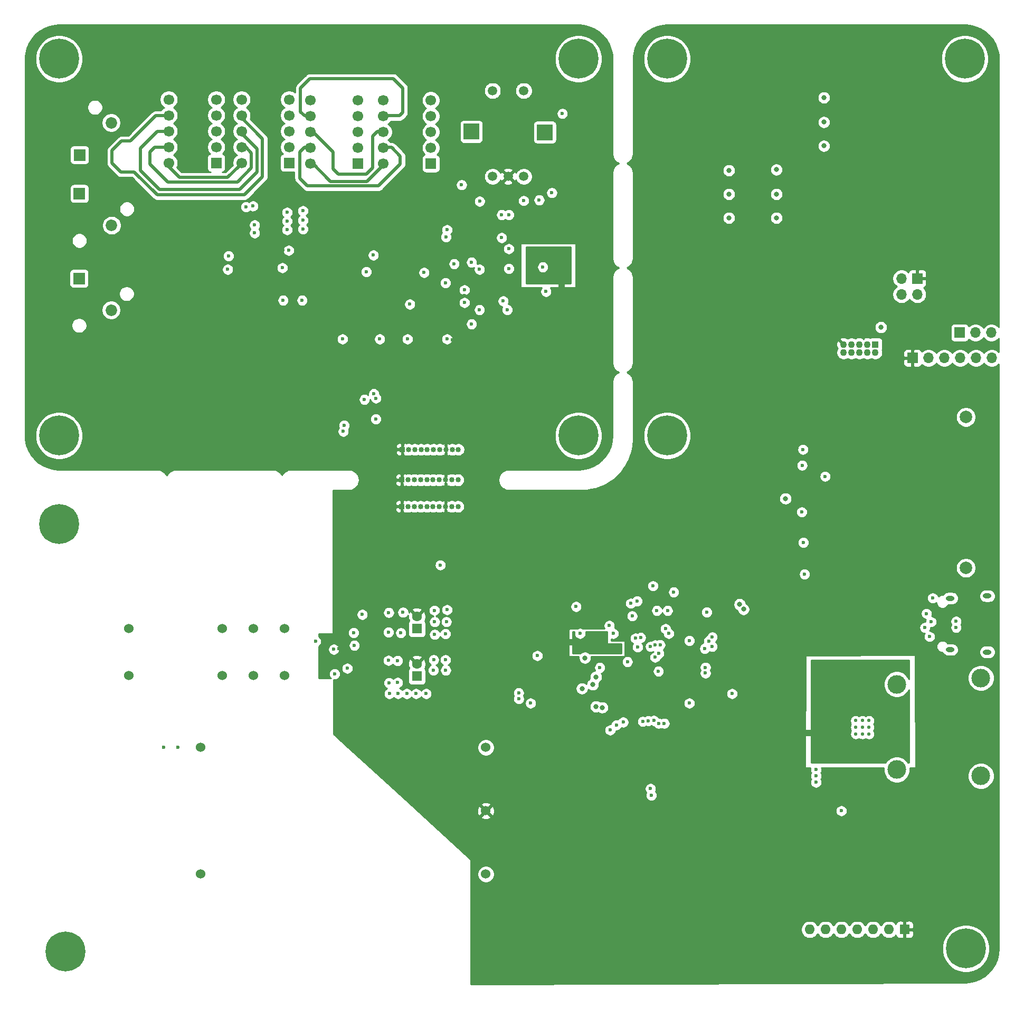
<source format=gbr>
%TF.GenerationSoftware,KiCad,Pcbnew,(5.1.7)-1*%
%TF.CreationDate,2020-10-22T13:49:25-07:00*%
%TF.ProjectId,ReflowOven,5265666c-6f77-44f7-9665-6e2e6b696361,rev?*%
%TF.SameCoordinates,Original*%
%TF.FileFunction,Copper,L2,Inr*%
%TF.FilePolarity,Positive*%
%FSLAX46Y46*%
G04 Gerber Fmt 4.6, Leading zero omitted, Abs format (unit mm)*
G04 Created by KiCad (PCBNEW (5.1.7)-1) date 2020-10-22 13:49:25*
%MOMM*%
%LPD*%
G01*
G04 APERTURE LIST*
%TA.AperFunction,ComponentPad*%
%ADD10R,1.850000X1.850000*%
%TD*%
%TA.AperFunction,ComponentPad*%
%ADD11C,1.850000*%
%TD*%
%TA.AperFunction,ComponentPad*%
%ADD12R,1.100000X1.100000*%
%TD*%
%TA.AperFunction,ComponentPad*%
%ADD13C,1.100000*%
%TD*%
%TA.AperFunction,ComponentPad*%
%ADD14C,3.000000*%
%TD*%
%TA.AperFunction,ComponentPad*%
%ADD15C,1.700000*%
%TD*%
%TA.AperFunction,ComponentPad*%
%ADD16R,1.700000X1.700000*%
%TD*%
%TA.AperFunction,ComponentPad*%
%ADD17C,1.524000*%
%TD*%
%TA.AperFunction,ComponentPad*%
%ADD18O,1.700000X1.700000*%
%TD*%
%TA.AperFunction,ComponentPad*%
%ADD19O,0.850000X0.850000*%
%TD*%
%TA.AperFunction,ComponentPad*%
%ADD20R,0.850000X0.850000*%
%TD*%
%TA.AperFunction,ComponentPad*%
%ADD21C,2.000000*%
%TD*%
%TA.AperFunction,ComponentPad*%
%ADD22C,0.800000*%
%TD*%
%TA.AperFunction,ComponentPad*%
%ADD23C,6.400000*%
%TD*%
%TA.AperFunction,ComponentPad*%
%ADD24C,0.541666*%
%TD*%
%TA.AperFunction,ComponentPad*%
%ADD25R,2.500000X2.500000*%
%TD*%
%TA.AperFunction,ComponentPad*%
%ADD26C,1.498600*%
%TD*%
%TA.AperFunction,ComponentPad*%
%ADD27O,1.600000X1.600000*%
%TD*%
%TA.AperFunction,ComponentPad*%
%ADD28R,1.600000X1.600000*%
%TD*%
%TA.AperFunction,ComponentPad*%
%ADD29O,1.400000X0.800000*%
%TD*%
%TA.AperFunction,ComponentPad*%
%ADD30C,1.600000*%
%TD*%
%TA.AperFunction,ViaPad*%
%ADD31C,0.800000*%
%TD*%
%TA.AperFunction,ViaPad*%
%ADD32C,0.600000*%
%TD*%
%TA.AperFunction,Conductor*%
%ADD33C,1.000000*%
%TD*%
%TA.AperFunction,Conductor*%
%ADD34C,0.250000*%
%TD*%
%TA.AperFunction,Conductor*%
%ADD35C,0.500000*%
%TD*%
%TA.AperFunction,Conductor*%
%ADD36C,0.254000*%
%TD*%
%TA.AperFunction,Conductor*%
%ADD37C,0.100000*%
%TD*%
G04 APERTURE END LIST*
D10*
%TO.N,+3V3*%
%TO.C,SW403*%
X26577323Y-66984819D03*
D11*
%TO.N,/HumanInterface/SW1*%
X31737323Y-72064819D03*
%TD*%
D10*
%TO.N,+3V3*%
%TO.C,SW402*%
X26630000Y-53380000D03*
D11*
%TO.N,/HumanInterface/SW2*%
X31790000Y-58460000D03*
%TD*%
D10*
%TO.N,+3V3*%
%TO.C,SW401*%
X26657323Y-47161766D03*
D11*
%TO.N,/HumanInterface/SW3*%
X31737323Y-42001766D03*
%TD*%
D12*
%TO.N,+3V3*%
%TO.C,J201*%
X154305000Y-77597000D03*
D13*
%TO.N,/Microcontroller/SWDIO*%
X154305000Y-78867000D03*
%TO.N,GND*%
X153035000Y-77597000D03*
%TO.N,/Microcontroller/SWDCLK*%
X153035000Y-78867000D03*
%TO.N,GND*%
X151765000Y-77597000D03*
%TO.N,/Microcontroller/TRACESWO*%
X151765000Y-78867000D03*
%TO.N,Net-(J201-Pad7)*%
X150495000Y-77597000D03*
%TO.N,Net-(J201-Pad8)*%
X150495000Y-78867000D03*
%TO.N,GND*%
X149225000Y-77597000D03*
%TO.N,/Microcontroller/~RST*%
X149225000Y-78867000D03*
%TD*%
D14*
%TO.N,*%
%TO.C,J601*%
X171234000Y-131096000D03*
X171234000Y-146796000D03*
%TO.N,Net-(J601-Pad2)*%
X157734000Y-132096000D03*
%TO.N,Net-(J601-Pad1)*%
X157734000Y-145796000D03*
%TD*%
D15*
%TO.N,/Display/SEG15*%
%TO.C,SEG304*%
X75374000Y-40941000D03*
%TO.N,/Display/COM1*%
X75374000Y-38401000D03*
%TO.N,/Display/SEG12*%
X82994000Y-40941000D03*
%TO.N,/Display/SEG14*%
X82994000Y-43481000D03*
%TO.N,/Display/SEG9*%
X75374000Y-46021000D03*
%TO.N,/Display/SEG11*%
X82994000Y-38401000D03*
%TO.N,/Display/SEG13*%
X82994000Y-46021000D03*
%TO.N,/Display/SEG10*%
X75374000Y-43481000D03*
%TO.N,/Display/SEG8*%
X75374000Y-48561000D03*
D16*
%TO.N,/Display/COM1*%
X82994000Y-48561000D03*
%TD*%
D15*
%TO.N,/Display/SEG7*%
%TO.C,SEG302*%
X52641000Y-40814000D03*
%TO.N,/Display/COM0*%
X52641000Y-38274000D03*
%TO.N,/Display/SEG4*%
X60261000Y-40814000D03*
%TO.N,/Display/SEG6*%
X60261000Y-43354000D03*
%TO.N,/Display/SEG1*%
X52641000Y-45894000D03*
%TO.N,/Display/SEG3*%
X60261000Y-38274000D03*
%TO.N,/Display/SEG5*%
X60261000Y-45894000D03*
%TO.N,/Display/SEG2*%
X52641000Y-43354000D03*
%TO.N,/Display/SEG0*%
X52641000Y-48434000D03*
D16*
%TO.N,/Display/COM0*%
X60261000Y-48434000D03*
%TD*%
D15*
%TO.N,/Display/SEG15*%
%TO.C,SEG301*%
X63690000Y-40941000D03*
%TO.N,/Display/COM0*%
X63690000Y-38401000D03*
%TO.N,/Display/SEG12*%
X71310000Y-40941000D03*
%TO.N,/Display/SEG14*%
X71310000Y-43481000D03*
%TO.N,/Display/SEG9*%
X63690000Y-46021000D03*
%TO.N,/Display/SEG11*%
X71310000Y-38401000D03*
%TO.N,/Display/SEG13*%
X71310000Y-46021000D03*
%TO.N,/Display/SEG10*%
X63690000Y-43481000D03*
%TO.N,/Display/SEG8*%
X63690000Y-48561000D03*
D16*
%TO.N,/Display/COM0*%
X71310000Y-48561000D03*
%TD*%
D15*
%TO.N,/Display/SEG7*%
%TO.C,SEG303*%
X40957000Y-40814000D03*
%TO.N,/Display/COM1*%
X40957000Y-38274000D03*
%TO.N,/Display/SEG4*%
X48577000Y-40814000D03*
%TO.N,/Display/SEG6*%
X48577000Y-43354000D03*
%TO.N,/Display/SEG1*%
X40957000Y-45894000D03*
%TO.N,/Display/SEG3*%
X48577000Y-38274000D03*
%TO.N,/Display/SEG5*%
X48577000Y-45894000D03*
%TO.N,/Display/SEG2*%
X40957000Y-43354000D03*
%TO.N,/Display/SEG0*%
X40957000Y-48434000D03*
D16*
%TO.N,/Display/COM1*%
X48577000Y-48434000D03*
%TD*%
D17*
%TO.N,/MainsPower/LN_OUT*%
%TO.C,K501*%
X59544000Y-130690000D03*
X59544000Y-123190000D03*
%TO.N,Net-(F502-Pad1)*%
X54544000Y-130690000D03*
X54544000Y-123190000D03*
%TO.N,Net-(K501-Pad2)*%
X49544000Y-123190000D03*
%TO.N,Net-(K501-Pad7)*%
X49544000Y-130690000D03*
%TO.N,Net-(K501-Pad8)*%
X34544000Y-130690000D03*
%TO.N,Net-(K501-Pad1)*%
X34544000Y-123190000D03*
%TD*%
%TO.N,/MainsPower/3V3_REG_OUT*%
%TO.C,P501*%
X91821000Y-142240000D03*
%TO.N,GND*%
X91821000Y-152400000D03*
%TO.N,Net-(P501-Pad3)*%
X91821000Y-162560000D03*
%TO.N,Net-(F501-Pad1)*%
X46101000Y-162560000D03*
%TO.N,/MainsPower/VACN*%
X46101000Y-142240000D03*
%TD*%
D18*
%TO.N,Net-(J701-Pad2)*%
%TO.C,J703*%
X172974000Y-79756000D03*
%TO.N,/Communication/UART_TX*%
X170434000Y-79756000D03*
%TO.N,/Communication/UART_RX*%
X167894000Y-79756000D03*
%TO.N,/Communication/UART_RTS*%
X165354000Y-79756000D03*
%TO.N,/Communication/UART_CTS*%
X162814000Y-79756000D03*
D16*
%TO.N,GND*%
X160274000Y-79756000D03*
%TD*%
D18*
%TO.N,Net-(J701-Pad3)*%
%TO.C,J701*%
X172910500Y-75692000D03*
%TO.N,Net-(J701-Pad2)*%
X170370500Y-75692000D03*
D16*
%TO.N,+3V3*%
X167830500Y-75692000D03*
%TD*%
D18*
%TO.N,+3V3*%
%TO.C,J702*%
X158496000Y-69532500D03*
%TO.N,/Communication/CAN+*%
X158496000Y-66992500D03*
%TO.N,/Communication/CAN-*%
X161036000Y-69532500D03*
D16*
%TO.N,GND*%
X161036000Y-66992500D03*
%TD*%
D19*
%TO.N,+3V3*%
%TO.C,REF\u002A\u002A*%
X87359000Y-103568500D03*
X86359000Y-103568500D03*
%TO.N,GND*%
X85359000Y-103568500D03*
%TO.N,/HumanInterface/SW_BTN*%
X84359000Y-103568500D03*
%TO.N,/Display/I2C_SCL*%
X83359000Y-103568500D03*
%TO.N,/Display/I2C_SDA*%
X82359000Y-103568500D03*
%TO.N,/HumanInterface/SW3*%
X81359000Y-103568500D03*
%TO.N,/HumanInterface/SW2*%
X80359000Y-103568500D03*
%TO.N,/HumanInterface/SW1*%
X79359000Y-103568500D03*
D20*
%TO.N,GND*%
X78359000Y-103568500D03*
%TD*%
D19*
%TO.N,+3V3*%
%TO.C,REF\u002A\u002A*%
X87422500Y-94424500D03*
X86422500Y-94424500D03*
%TO.N,GND*%
X85422500Y-94424500D03*
%TO.N,/HumanInterface/SW_BTN*%
X84422500Y-94424500D03*
%TO.N,/Display/I2C_SCL*%
X83422500Y-94424500D03*
%TO.N,/Display/I2C_SDA*%
X82422500Y-94424500D03*
%TO.N,/HumanInterface/SW3*%
X81422500Y-94424500D03*
%TO.N,/HumanInterface/SW2*%
X80422500Y-94424500D03*
%TO.N,/HumanInterface/SW1*%
X79422500Y-94424500D03*
D20*
%TO.N,GND*%
X78422500Y-94424500D03*
%TD*%
D19*
%TO.N,+3V3*%
%TO.C,REF\u002A\u002A*%
X87359000Y-99314000D03*
X86359000Y-99314000D03*
%TO.N,GND*%
X85359000Y-99314000D03*
%TO.N,/HumanInterface/SW_BTN*%
X84359000Y-99314000D03*
%TO.N,/Display/I2C_SCL*%
X83359000Y-99314000D03*
%TO.N,/Display/I2C_SDA*%
X82359000Y-99314000D03*
%TO.N,/HumanInterface/SW3*%
X81359000Y-99314000D03*
%TO.N,/HumanInterface/SW2*%
X80359000Y-99314000D03*
%TO.N,/HumanInterface/SW1*%
X79359000Y-99314000D03*
D20*
%TO.N,GND*%
X78359000Y-99314000D03*
%TD*%
D21*
%TO.N,*%
%TO.C,U409*%
X168826000Y-113423000D03*
X168826000Y-89223000D03*
%TD*%
D22*
%TO.N,N/C*%
%TO.C,REF\u002A\u002A*%
X122601056Y-90504944D03*
X120904000Y-89802000D03*
X119206944Y-90504944D03*
X118504000Y-92202000D03*
X119206944Y-93899056D03*
X120904000Y-94602000D03*
X122601056Y-93899056D03*
X123304000Y-92202000D03*
D23*
X120904000Y-92202000D03*
%TD*%
D22*
%TO.N,N/C*%
%TO.C,REF\u002A\u002A*%
X25065056Y-104728944D03*
X23368000Y-104026000D03*
X21670944Y-104728944D03*
X20968000Y-106426000D03*
X21670944Y-108123056D03*
X23368000Y-108826000D03*
X25065056Y-108123056D03*
X25768000Y-106426000D03*
D23*
X23368000Y-106426000D03*
%TD*%
D22*
%TO.N,N/C*%
%TO.C,REF\u002A\u002A*%
X26081056Y-173308944D03*
X24384000Y-172606000D03*
X22686944Y-173308944D03*
X21984000Y-175006000D03*
X22686944Y-176703056D03*
X24384000Y-177406000D03*
X26081056Y-176703056D03*
X26784000Y-175006000D03*
D23*
X24384000Y-175006000D03*
%TD*%
D22*
%TO.N,N/C*%
%TO.C,REF\u002A\u002A*%
X170526112Y-172800944D03*
X168829056Y-172098000D03*
X167132000Y-172800944D03*
X166429056Y-174498000D03*
X167132000Y-176195056D03*
X168829056Y-176898000D03*
X170526112Y-176195056D03*
X171229056Y-174498000D03*
D23*
X168829056Y-174498000D03*
%TD*%
D22*
%TO.N,N/C*%
%TO.C,REF\u002A\u002A*%
X170353056Y-30052944D03*
X168656000Y-29350000D03*
X166958944Y-30052944D03*
X166256000Y-31750000D03*
X166958944Y-33447056D03*
X168656000Y-34150000D03*
X170353056Y-33447056D03*
X171056000Y-31750000D03*
D23*
X168656000Y-31750000D03*
%TD*%
D22*
%TO.N,N/C*%
%TO.C,REF\u002A\u002A*%
X122601056Y-30052944D03*
X120904000Y-29350000D03*
X119206944Y-30052944D03*
X118504000Y-31750000D03*
X119206944Y-33447056D03*
X120904000Y-34150000D03*
X122601056Y-33447056D03*
X123304000Y-31750000D03*
D23*
X120904000Y-31750000D03*
%TD*%
D22*
%TO.N,N/C*%
%TO.C,REF\u002A\u002A*%
X25065056Y-90504944D03*
X23368000Y-89802000D03*
X21670944Y-90504944D03*
X20968000Y-92202000D03*
X21670944Y-93899056D03*
X23368000Y-94602000D03*
X25065056Y-93899056D03*
X25768000Y-92202000D03*
D23*
X23368000Y-92202000D03*
%TD*%
D22*
%TO.N,N/C*%
%TO.C,REF\u002A\u002A*%
X104982944Y-90504944D03*
X104280000Y-92202000D03*
X104982944Y-93899056D03*
X106680000Y-94602000D03*
X108377056Y-93899056D03*
X109080000Y-92202000D03*
X108377056Y-90504944D03*
X106680000Y-89802000D03*
D23*
X106680000Y-92202000D03*
%TD*%
D22*
%TO.N,N/C*%
%TO.C,REF\u002A\u002A*%
X108377056Y-30052944D03*
X106680000Y-29350000D03*
X104982944Y-30052944D03*
X104280000Y-31750000D03*
X104982944Y-33447056D03*
X106680000Y-34150000D03*
X108377056Y-33447056D03*
X109080000Y-31750000D03*
D23*
X106680000Y-31750000D03*
%TD*%
D22*
%TO.N,N/C*%
%TO.C,REF\u002A\u002A*%
X25065056Y-30052944D03*
X23368000Y-29350000D03*
X21670944Y-30052944D03*
X20968000Y-31750000D03*
X21670944Y-33447056D03*
X23368000Y-34150000D03*
X25065056Y-33447056D03*
X25768000Y-31750000D03*
D23*
X23368000Y-31750000D03*
%TD*%
D24*
%TO.N,N/C*%
%TO.C,U601*%
X151130000Y-137922000D03*
X151130000Y-139005333D03*
X151130000Y-140088666D03*
X152213333Y-137922000D03*
X152213333Y-139005333D03*
X152213333Y-140088666D03*
X153296666Y-137922000D03*
X153296666Y-139005333D03*
X153296666Y-140088666D03*
%TD*%
D25*
%TO.N,N/C*%
%TO.C,SW404*%
X89498892Y-43427304D03*
D26*
%TO.N,+3V3*%
X92898892Y-36865304D03*
%TO.N,/HumanInterface/SW_BTN*%
X97898892Y-36865304D03*
%TO.N,/HumanInterface/CHANA*%
X92898892Y-50615304D03*
%TO.N,GND*%
X95398892Y-50615304D03*
%TO.N,/HumanInterface/CHANB*%
X97898892Y-50615304D03*
D25*
%TO.N,N/C*%
X101298892Y-43527304D03*
%TD*%
D27*
%TO.N,Net-(D201-Pad1)*%
%TO.C,RN201*%
X143764000Y-171450000D03*
%TO.N,Net-(D202-Pad1)*%
X146304000Y-171450000D03*
%TO.N,Net-(D203-Pad1)*%
X148844000Y-171450000D03*
%TO.N,Net-(D204-Pad1)*%
X151384000Y-171450000D03*
%TO.N,Net-(D205-Pad1)*%
X153924000Y-171450000D03*
%TO.N,Net-(D206-Pad1)*%
X156464000Y-171450000D03*
D28*
%TO.N,GND*%
X159004000Y-171450000D03*
%TD*%
D29*
%TO.N,Net-(FB701-Pad2)*%
%TO.C,J704*%
X172258000Y-126918000D03*
X172258000Y-117938000D03*
X166308000Y-118298000D03*
X166308000Y-126558000D03*
%TD*%
D30*
%TO.N,GND*%
%TO.C,C518*%
X80772000Y-128810000D03*
D28*
%TO.N,+3V3*%
X80772000Y-130810000D03*
%TD*%
D30*
%TO.N,GND*%
%TO.C,C517*%
X80772000Y-121190000D03*
D28*
%TO.N,+3V3*%
X80772000Y-123190000D03*
%TD*%
D31*
%TO.N,GND*%
X146050000Y-57150000D03*
X146050000Y-53340000D03*
X146050000Y-49403000D03*
D32*
X114604800Y-124561600D03*
X108712000Y-125603000D03*
X109982000Y-125603000D03*
X111379000Y-126111000D03*
X101854000Y-118364000D03*
X112776000Y-120396000D03*
X108585000Y-129413000D03*
X103632000Y-127635000D03*
X117602000Y-118745000D03*
X107950000Y-121920000D03*
X149098000Y-134874000D03*
X156019500Y-139001500D03*
X154368500Y-136969500D03*
X154432000Y-132207000D03*
X150177500Y-136842500D03*
X148209000Y-141795500D03*
X148272500Y-134239000D03*
X146431000Y-134239000D03*
X150114000Y-141160500D03*
X151574500Y-142176500D03*
X152400000Y-142113000D03*
X149352000Y-146113500D03*
X149288500Y-147256500D03*
X152082500Y-134493000D03*
X160274000Y-152146000D03*
X124460000Y-123825000D03*
X156000000Y-124500000D03*
X155250000Y-119000000D03*
X160000000Y-125250000D03*
X163500000Y-119500000D03*
X161500000Y-125250000D03*
X159500000Y-120750000D03*
X159500000Y-116750000D03*
X119570500Y-124650500D03*
X114655600Y-127050800D03*
X118160800Y-129590800D03*
X90830400Y-56642000D03*
X90678000Y-63601600D03*
X80365600Y-63550800D03*
X102412800Y-54813200D03*
X105664000Y-40538400D03*
X105664000Y-46939200D03*
X106984800Y-43688000D03*
X92506800Y-74320400D03*
X82042000Y-67360800D03*
X59309000Y-62484000D03*
X59309000Y-63246000D03*
X54610000Y-57150000D03*
X40005000Y-56896000D03*
X40132000Y-62865000D03*
X41021000Y-68453000D03*
X101854000Y-62484000D03*
X102616000Y-67310000D03*
X101473000Y-70739000D03*
X104902000Y-62484000D03*
X105029000Y-67310000D03*
X88392000Y-69723000D03*
X88138000Y-76835000D03*
X86487000Y-76835000D03*
X72009000Y-72771000D03*
X69088000Y-78359000D03*
X75819000Y-89662000D03*
X79756000Y-86233000D03*
X80264000Y-85598000D03*
X80391000Y-82296000D03*
X77343000Y-73279000D03*
X76581000Y-73279000D03*
X82296000Y-73279000D03*
X81026000Y-73406000D03*
X82296000Y-72136000D03*
X77343000Y-78408011D03*
X89662000Y-79883000D03*
X78613000Y-82296000D03*
X89789000Y-68072000D03*
X153035000Y-74803000D03*
X151765000Y-74803000D03*
X149225000Y-74803000D03*
X89408000Y-133985000D03*
X93599000Y-131572000D03*
X68226117Y-126360481D03*
X66294000Y-130429000D03*
X65913000Y-127254000D03*
X67564000Y-121412000D03*
X68072000Y-120777000D03*
X69469000Y-123786997D03*
D31*
X105600500Y-132905500D03*
X127508000Y-114363500D03*
X139763500Y-99949000D03*
X142748000Y-106997500D03*
D32*
X122555000Y-135128000D03*
X131191000Y-128524000D03*
X109674490Y-119608248D03*
X82613500Y-114998500D03*
X80899000Y-115062000D03*
X79057500Y-115062000D03*
X77470000Y-115062000D03*
X75692000Y-115062000D03*
X127330991Y-119253000D03*
X85407500Y-106235500D03*
X154622500Y-141097000D03*
D31*
X157861000Y-60515500D03*
D32*
X79248000Y-86868000D03*
D31*
X70485000Y-104267000D03*
X70485000Y-107061000D03*
X73279000Y-110109000D03*
X75946000Y-107188000D03*
X75946000Y-104267000D03*
X99695000Y-103886000D03*
X107569000Y-103759000D03*
X107696000Y-107696000D03*
X99822000Y-107950000D03*
X130810000Y-38100000D03*
X130810000Y-41910000D03*
X130810000Y-45720000D03*
X138430000Y-37973000D03*
X138430000Y-41910000D03*
X138430000Y-45720000D03*
X163576000Y-86995000D03*
X164465000Y-114808000D03*
%TO.N,+3V3*%
X146050000Y-45720000D03*
X146050000Y-41910000D03*
X146050000Y-37973000D03*
X130810000Y-53467000D03*
X138430000Y-49530000D03*
X130810000Y-57277000D03*
X130810000Y-49657000D03*
X138430000Y-57277000D03*
X138430000Y-53467000D03*
D32*
X112268000Y-123952000D03*
X110109000Y-129413000D03*
X100076000Y-127508000D03*
X127254000Y-120523000D03*
X106934000Y-123952000D03*
X111633000Y-122682000D03*
X106299000Y-119634000D03*
X144780000Y-147828000D03*
X144780000Y-145796000D03*
X144780000Y-146812000D03*
X148844000Y-152400000D03*
X121158000Y-123952000D03*
X124460000Y-125095000D03*
X119500000Y-130000000D03*
X76352400Y-133604000D03*
X77724000Y-133604000D03*
X79146400Y-133604000D03*
X80619600Y-133604000D03*
X82245200Y-133604000D03*
X76301600Y-131876800D03*
X77673200Y-131826000D03*
X77673200Y-128320800D03*
X76200000Y-128270000D03*
X83464400Y-128168400D03*
X85344000Y-128168400D03*
X85394800Y-129844800D03*
X83413600Y-129844800D03*
X90830400Y-54610000D03*
X87934800Y-51968400D03*
X97891600Y-54508400D03*
X100380800Y-54406800D03*
X102412800Y-53238400D03*
X104089200Y-40538400D03*
X83616800Y-124104400D03*
X85344000Y-124002800D03*
X83616800Y-122072400D03*
X85496400Y-122072400D03*
X83566000Y-120243600D03*
X85598000Y-120142000D03*
X78181200Y-123850400D03*
X76200000Y-123748800D03*
X76250800Y-120599200D03*
X78536800Y-120548400D03*
X60198000Y-62484000D03*
X54737000Y-59690000D03*
X54737000Y-58420000D03*
X59182000Y-65278000D03*
X101473000Y-69088000D03*
X100965000Y-65151000D03*
X95504000Y-65405000D03*
X88392000Y-70866000D03*
X89535000Y-74295000D03*
X85598000Y-76708000D03*
X79248000Y-76708000D03*
X74803000Y-76708000D03*
X68834000Y-76708000D03*
X72345226Y-86409890D03*
X74168000Y-89535000D03*
X86741000Y-64643000D03*
X89535000Y-64389000D03*
X79629000Y-71120000D03*
X69596000Y-129540000D03*
X64516000Y-125222000D03*
X70612000Y-123825000D03*
X72009000Y-120904000D03*
X70739000Y-125857000D03*
D31*
X107251500Y-132778500D03*
X155194000Y-74826000D03*
D32*
X114533579Y-128482260D03*
D31*
X139890500Y-102298500D03*
D32*
X124460000Y-135128000D03*
X131318000Y-133604000D03*
X115062441Y-119112400D03*
X121959514Y-117312178D03*
X115299552Y-121141552D03*
X118627990Y-116302801D03*
%TO.N,/HumanInterface/SW3*%
X120446800Y-138379200D03*
X113855500Y-138176000D03*
%TO.N,/HumanInterface/SW2*%
X119532400Y-138379200D03*
X112776000Y-138620500D03*
%TO.N,/HumanInterface/SW1*%
X118770400Y-137922000D03*
X111760000Y-139446000D03*
%TO.N,/HumanInterface/SW_BTN*%
X116663806Y-124596831D03*
%TO.N,/Microcontroller/DLED4*%
X118973600Y-127762000D03*
X116992400Y-138074400D03*
%TO.N,/Microcontroller/DLED5*%
X119583200Y-127152400D03*
X117856000Y-137972800D03*
%TO.N,/HumanInterface/SD_WR_PROT*%
X127050800Y-130302000D03*
X142938500Y-114427000D03*
%TO.N,/HumanInterface/SD_DET*%
X127050800Y-129387600D03*
X146240500Y-98742500D03*
%TO.N,/HumanInterface/SPI_MISO*%
X126936500Y-126365000D03*
X142748000Y-109347000D03*
%TO.N,/HumanInterface/SPI_SCK*%
X128143000Y-126047500D03*
X142494000Y-104457500D03*
%TO.N,/HumanInterface/SPI_MOSI*%
X127571500Y-125158500D03*
X142557500Y-96964500D03*
%TO.N,/HumanInterface/SPI_NSS*%
X128143000Y-124523500D03*
X142684500Y-94424500D03*
D31*
%TO.N,/Communication/UART_TX*%
X109499882Y-135668916D03*
%TO.N,/Communication/UART_RX*%
X110490000Y-135826500D03*
%TO.N,/Communication/UART_RTS*%
X108966000Y-132143500D03*
%TO.N,/Communication/UART_CTS*%
X109474000Y-130937000D03*
D32*
%TO.N,Net-(J704-PadA7)*%
X162250000Y-123000000D03*
X163250000Y-122077999D03*
X167250000Y-123000000D03*
%TO.N,Net-(J704-PadB5)*%
X163500000Y-118250000D03*
X167250000Y-122000000D03*
%TO.N,Net-(J704-PadA5)*%
X163000000Y-124449997D03*
X162500000Y-120750000D03*
%TO.N,Net-(K501-Pad8)*%
X67564000Y-130429000D03*
%TO.N,Net-(K501-Pad1)*%
X67437000Y-126492000D03*
%TO.N,/MainsPower/VACN*%
X40132000Y-142240000D03*
X42418000Y-142240000D03*
D31*
%TO.N,/Microcontroller/~RST*%
X107727750Y-127857250D03*
D32*
%TO.N,/Microcontroller/BOOT0*%
X116078000Y-118745000D03*
X115824000Y-124714000D03*
%TO.N,/Display/I2C_SCL*%
X69088000Y-90551000D03*
X73859813Y-85480143D03*
X97091500Y-133477000D03*
X118237000Y-148844000D03*
X119253000Y-120269000D03*
%TO.N,/Display/I2C_SDA*%
X74194000Y-86207000D03*
X68965179Y-91526190D03*
X97101490Y-134441821D03*
X118364000Y-149923500D03*
X120967500Y-120269000D03*
%TO.N,/Display/SEG3*%
X53340000Y-55499000D03*
X50546000Y-63373000D03*
%TO.N,/Display/SEG4*%
X54483000Y-55372000D03*
X50419000Y-65532000D03*
%TO.N,/Display/SEG7*%
X62357000Y-70485000D03*
X59309000Y-70485000D03*
%TO.N,/Display/SEG8*%
X72644000Y-65913000D03*
%TO.N,/Display/SEG9*%
X73787000Y-63246000D03*
%TO.N,/HumanInterface/CHANB*%
X95504000Y-56769000D03*
X95504000Y-62230000D03*
%TO.N,/HumanInterface/CHANA*%
X85430190Y-60334990D03*
X94361000Y-56769000D03*
X94361000Y-60452000D03*
%TO.N,/MainsPower/RELAY_SET*%
X116173336Y-126147803D03*
X84518500Y-112966500D03*
%TO.N,/MainsPower/CURRENT_ALRT*%
X98996500Y-135128000D03*
X118223712Y-126048125D03*
%TO.N,/Microcontroller/TRACESWO*%
X118988453Y-125813198D03*
%TO.N,/Microcontroller/SWDIO*%
X119787171Y-125767726D03*
%TO.N,/Display/COM1*%
X62484000Y-56134000D03*
X62484000Y-57658000D03*
X62484000Y-59055000D03*
%TO.N,/Display/COM0*%
X59944000Y-56388000D03*
X59944000Y-57785000D03*
X59944000Y-59182000D03*
%TO.N,/HumanInterface/CNT_UP*%
X90805000Y-72009000D03*
X90805000Y-65532000D03*
%TO.N,Net-(U405-Pad7)*%
X94615000Y-70612000D03*
X88392000Y-68834000D03*
%TO.N,Net-(U405-Pad2)*%
X85598000Y-59182000D03*
X81915000Y-66040000D03*
%TO.N,Net-(U405-Pad3)*%
X85344000Y-67691000D03*
X95250000Y-72009000D03*
%TO.N,/Microcontroller/SWDCLK*%
X120650000Y-123190000D03*
D31*
%TO.N,/Communication/CAN+*%
X132534268Y-119262768D03*
%TO.N,/Communication/CAN-*%
X133147999Y-120054682D03*
%TD*%
D33*
%TO.N,GND*%
X104013000Y-70231000D02*
X104013000Y-67691000D01*
X104013000Y-67691000D02*
X104013000Y-65405000D01*
X140335000Y-139954000D02*
X145415000Y-139954000D01*
X104902000Y-125349000D02*
X106045000Y-125349000D01*
D34*
X85359000Y-94488000D02*
X85422500Y-94424500D01*
X85359000Y-99314000D02*
X85359000Y-94488000D01*
X85359000Y-103568500D02*
X85359000Y-99314000D01*
D35*
%TO.N,/Display/SEG0*%
X40640000Y-48514000D02*
X40894000Y-48514000D01*
X40640000Y-48514000D02*
X40640000Y-48768000D01*
X40640000Y-48768000D02*
X42672000Y-50800000D01*
X42672000Y-50800000D02*
X50419000Y-50800000D01*
X52324000Y-48895000D02*
X52324000Y-48514000D01*
X50419000Y-50800000D02*
X52324000Y-48895000D01*
%TO.N,/Display/SEG1*%
X40640000Y-45974000D02*
X38735000Y-45974000D01*
X38735000Y-45974000D02*
X37973000Y-46736000D01*
X37973000Y-46736000D02*
X37973000Y-48641000D01*
X40832010Y-51500010D02*
X52004990Y-51500010D01*
X37973000Y-48641000D02*
X40832010Y-51500010D01*
X52004990Y-51500010D02*
X54229000Y-49276000D01*
X54229000Y-49276000D02*
X54229000Y-46863000D01*
X53340000Y-45974000D02*
X52324000Y-45974000D01*
X54229000Y-46863000D02*
X53340000Y-45974000D01*
%TO.N,/Display/SEG2*%
X40640000Y-43434000D02*
X39116000Y-43434000D01*
X39116000Y-43434000D02*
X36449000Y-46101000D01*
X36449000Y-46101000D02*
X36449000Y-49657000D01*
X36449000Y-49657000D02*
X39497000Y-52705000D01*
X39497000Y-52705000D02*
X52324000Y-52705000D01*
X52324000Y-52705000D02*
X55118000Y-49911000D01*
X55118000Y-46228000D02*
X52324000Y-43434000D01*
X55118000Y-49911000D02*
X55118000Y-46228000D01*
%TO.N,/Display/SEG7*%
X56007000Y-44577000D02*
X52324000Y-40894000D01*
X31877000Y-46482000D02*
X31877000Y-48514000D01*
X39116000Y-53594000D02*
X53086000Y-53594000D01*
X31877000Y-48514000D02*
X33274000Y-49911000D01*
X40640000Y-40894000D02*
X38862000Y-40894000D01*
X34798000Y-44958000D02*
X33401000Y-44958000D01*
X38862000Y-40894000D02*
X34798000Y-44958000D01*
X35433000Y-49911000D02*
X39116000Y-53594000D01*
X33274000Y-49911000D02*
X35433000Y-49911000D01*
X33401000Y-44958000D02*
X31877000Y-46482000D01*
X56007000Y-50673000D02*
X56007000Y-44577000D01*
X53086000Y-53594000D02*
X56007000Y-50673000D01*
%TO.N,/Display/SEG8*%
X64008000Y-48514000D02*
X66929000Y-51435000D01*
X72771000Y-51435000D02*
X75692000Y-48514000D01*
X66929000Y-51435000D02*
X72771000Y-51435000D01*
%TO.N,/Display/SEG9*%
X76708000Y-45974000D02*
X75692000Y-45974000D01*
X78105000Y-47371000D02*
X76708000Y-45974000D01*
X78105000Y-48641000D02*
X78105000Y-47371000D01*
X74610990Y-52135010D02*
X78105000Y-48641000D01*
X62738000Y-45974000D02*
X61976000Y-46736000D01*
X64008000Y-45974000D02*
X62738000Y-45974000D01*
X61976000Y-50927000D02*
X63184010Y-52135010D01*
X61976000Y-46736000D02*
X61976000Y-50927000D01*
X63184010Y-52135010D02*
X74610990Y-52135010D01*
%TO.N,/Display/SEG10*%
X64008000Y-43434000D02*
X67310000Y-46736000D01*
X67310000Y-46736000D02*
X67310000Y-49403000D01*
X67310000Y-49403000D02*
X68199000Y-50292000D01*
X68199000Y-50292000D02*
X72644000Y-50292000D01*
X72644000Y-50292000D02*
X73660000Y-49276000D01*
X73660000Y-49276000D02*
X73660000Y-44196000D01*
X74422000Y-43434000D02*
X75692000Y-43434000D01*
X73660000Y-44196000D02*
X74422000Y-43434000D01*
%TO.N,/Display/SEG15*%
X77978000Y-40894000D02*
X75692000Y-40894000D01*
X78486000Y-40386000D02*
X77978000Y-40894000D01*
X78486000Y-36449000D02*
X78486000Y-40386000D01*
X76962000Y-34925000D02*
X78486000Y-36449000D01*
X62738000Y-40894000D02*
X62103000Y-40259000D01*
X64008000Y-40894000D02*
X62738000Y-40894000D01*
X62103000Y-40259000D02*
X62103000Y-36449000D01*
X62103000Y-36449000D02*
X63627000Y-34925000D01*
X63627000Y-34925000D02*
X76962000Y-34925000D01*
%TD*%
D36*
%TO.N,GND*%
X105999000Y-123859911D02*
X105999000Y-124044089D01*
X106034932Y-124224729D01*
X106105414Y-124394889D01*
X106207738Y-124548028D01*
X106337972Y-124678262D01*
X106491111Y-124780586D01*
X106661271Y-124851068D01*
X106841911Y-124887000D01*
X107026089Y-124887000D01*
X107206729Y-124851068D01*
X107376889Y-124780586D01*
X107530028Y-124678262D01*
X107660262Y-124548028D01*
X107762586Y-124394889D01*
X107833068Y-124224729D01*
X107869000Y-124044089D01*
X107869000Y-123859911D01*
X107836793Y-123698000D01*
X111252000Y-123698000D01*
X111252000Y-125476000D01*
X111254440Y-125500776D01*
X111261667Y-125524601D01*
X111273403Y-125546557D01*
X111289197Y-125565803D01*
X111308443Y-125581597D01*
X111330399Y-125593333D01*
X111354224Y-125600560D01*
X111379000Y-125603000D01*
X113538000Y-125603000D01*
X113538000Y-127127000D01*
X108461211Y-127127000D01*
X108387524Y-127053313D01*
X108218006Y-126940045D01*
X108029648Y-126862024D01*
X107829689Y-126822250D01*
X107625811Y-126822250D01*
X107425852Y-126862024D01*
X107237494Y-126940045D01*
X107067976Y-127053313D01*
X106994289Y-127127000D01*
X105791000Y-127127000D01*
X105791000Y-123698000D01*
X106031207Y-123698000D01*
X105999000Y-123859911D01*
%TA.AperFunction,Conductor*%
D37*
G36*
X105999000Y-123859911D02*
G01*
X105999000Y-124044089D01*
X106034932Y-124224729D01*
X106105414Y-124394889D01*
X106207738Y-124548028D01*
X106337972Y-124678262D01*
X106491111Y-124780586D01*
X106661271Y-124851068D01*
X106841911Y-124887000D01*
X107026089Y-124887000D01*
X107206729Y-124851068D01*
X107376889Y-124780586D01*
X107530028Y-124678262D01*
X107660262Y-124548028D01*
X107762586Y-124394889D01*
X107833068Y-124224729D01*
X107869000Y-124044089D01*
X107869000Y-123859911D01*
X107836793Y-123698000D01*
X111252000Y-123698000D01*
X111252000Y-125476000D01*
X111254440Y-125500776D01*
X111261667Y-125524601D01*
X111273403Y-125546557D01*
X111289197Y-125565803D01*
X111308443Y-125581597D01*
X111330399Y-125593333D01*
X111354224Y-125600560D01*
X111379000Y-125603000D01*
X113538000Y-125603000D01*
X113538000Y-127127000D01*
X108461211Y-127127000D01*
X108387524Y-127053313D01*
X108218006Y-126940045D01*
X108029648Y-126862024D01*
X107829689Y-126822250D01*
X107625811Y-126822250D01*
X107425852Y-126862024D01*
X107237494Y-126940045D01*
X107067976Y-127053313D01*
X106994289Y-127127000D01*
X105791000Y-127127000D01*
X105791000Y-123698000D01*
X106031207Y-123698000D01*
X105999000Y-123859911D01*
G37*
%TD.AperFunction*%
%TD*%
D36*
%TO.N,GND*%
X159696463Y-131254781D02*
X159626012Y-131084698D01*
X159392363Y-130735017D01*
X159094983Y-130437637D01*
X158745302Y-130203988D01*
X158356756Y-130043047D01*
X157944279Y-129961000D01*
X157523721Y-129961000D01*
X157111244Y-130043047D01*
X156722698Y-130203988D01*
X156373017Y-130437637D01*
X156075637Y-130735017D01*
X155841988Y-131084698D01*
X155681047Y-131473244D01*
X155599000Y-131885721D01*
X155599000Y-132306279D01*
X155681047Y-132718756D01*
X155841988Y-133107302D01*
X156075637Y-133456983D01*
X156373017Y-133754363D01*
X156722698Y-133988012D01*
X157111244Y-134148953D01*
X157523721Y-134231000D01*
X157944279Y-134231000D01*
X158356756Y-134148953D01*
X158745302Y-133988012D01*
X159094983Y-133754363D01*
X159392363Y-133456983D01*
X159626012Y-133107302D01*
X159693250Y-132944976D01*
X159670991Y-144653000D01*
X159538014Y-144653000D01*
X159392363Y-144435017D01*
X159094983Y-144137637D01*
X158745302Y-143903988D01*
X158356756Y-143743047D01*
X157944279Y-143661000D01*
X157523721Y-143661000D01*
X157111244Y-143743047D01*
X156722698Y-143903988D01*
X156373017Y-144137637D01*
X156075637Y-144435017D01*
X155929986Y-144653000D01*
X143986492Y-144653000D01*
X143999458Y-137832783D01*
X150224167Y-137832783D01*
X150224167Y-138011217D01*
X150258978Y-138186222D01*
X150327261Y-138351073D01*
X150402494Y-138463667D01*
X150327261Y-138576260D01*
X150258978Y-138741111D01*
X150224167Y-138916116D01*
X150224167Y-139094550D01*
X150258978Y-139269555D01*
X150327261Y-139434406D01*
X150402494Y-139547000D01*
X150327261Y-139659593D01*
X150258978Y-139824444D01*
X150224167Y-139999449D01*
X150224167Y-140177883D01*
X150258978Y-140352888D01*
X150327261Y-140517739D01*
X150426394Y-140666101D01*
X150552565Y-140792272D01*
X150700927Y-140891405D01*
X150865778Y-140959688D01*
X151040783Y-140994499D01*
X151219217Y-140994499D01*
X151394222Y-140959688D01*
X151559073Y-140891405D01*
X151671667Y-140816172D01*
X151784260Y-140891405D01*
X151949111Y-140959688D01*
X152124116Y-140994499D01*
X152302550Y-140994499D01*
X152477555Y-140959688D01*
X152642406Y-140891405D01*
X152755000Y-140816172D01*
X152867593Y-140891405D01*
X153032444Y-140959688D01*
X153207449Y-140994499D01*
X153385883Y-140994499D01*
X153560888Y-140959688D01*
X153725739Y-140891405D01*
X153874101Y-140792272D01*
X154000272Y-140666101D01*
X154099405Y-140517739D01*
X154167688Y-140352888D01*
X154202499Y-140177883D01*
X154202499Y-139999449D01*
X154167688Y-139824444D01*
X154099405Y-139659593D01*
X154024172Y-139547000D01*
X154099405Y-139434406D01*
X154167688Y-139269555D01*
X154202499Y-139094550D01*
X154202499Y-138916116D01*
X154167688Y-138741111D01*
X154099405Y-138576260D01*
X154024172Y-138463667D01*
X154099405Y-138351073D01*
X154167688Y-138186222D01*
X154202499Y-138011217D01*
X154202499Y-137832783D01*
X154167688Y-137657778D01*
X154099405Y-137492927D01*
X154000272Y-137344565D01*
X153874101Y-137218394D01*
X153725739Y-137119261D01*
X153560888Y-137050978D01*
X153385883Y-137016167D01*
X153207449Y-137016167D01*
X153032444Y-137050978D01*
X152867593Y-137119261D01*
X152755000Y-137194494D01*
X152642406Y-137119261D01*
X152477555Y-137050978D01*
X152302550Y-137016167D01*
X152124116Y-137016167D01*
X151949111Y-137050978D01*
X151784260Y-137119261D01*
X151671667Y-137194494D01*
X151559073Y-137119261D01*
X151394222Y-137050978D01*
X151219217Y-137016167D01*
X151040783Y-137016167D01*
X150865778Y-137050978D01*
X150700927Y-137119261D01*
X150552565Y-137218394D01*
X150426394Y-137344565D01*
X150327261Y-137492927D01*
X150258978Y-137657778D01*
X150224167Y-137832783D01*
X143999458Y-137832783D01*
X144017759Y-128206500D01*
X159702258Y-128206500D01*
X159696463Y-131254781D01*
%TA.AperFunction,Conductor*%
D37*
G36*
X159696463Y-131254781D02*
G01*
X159626012Y-131084698D01*
X159392363Y-130735017D01*
X159094983Y-130437637D01*
X158745302Y-130203988D01*
X158356756Y-130043047D01*
X157944279Y-129961000D01*
X157523721Y-129961000D01*
X157111244Y-130043047D01*
X156722698Y-130203988D01*
X156373017Y-130437637D01*
X156075637Y-130735017D01*
X155841988Y-131084698D01*
X155681047Y-131473244D01*
X155599000Y-131885721D01*
X155599000Y-132306279D01*
X155681047Y-132718756D01*
X155841988Y-133107302D01*
X156075637Y-133456983D01*
X156373017Y-133754363D01*
X156722698Y-133988012D01*
X157111244Y-134148953D01*
X157523721Y-134231000D01*
X157944279Y-134231000D01*
X158356756Y-134148953D01*
X158745302Y-133988012D01*
X159094983Y-133754363D01*
X159392363Y-133456983D01*
X159626012Y-133107302D01*
X159693250Y-132944976D01*
X159670991Y-144653000D01*
X159538014Y-144653000D01*
X159392363Y-144435017D01*
X159094983Y-144137637D01*
X158745302Y-143903988D01*
X158356756Y-143743047D01*
X157944279Y-143661000D01*
X157523721Y-143661000D01*
X157111244Y-143743047D01*
X156722698Y-143903988D01*
X156373017Y-144137637D01*
X156075637Y-144435017D01*
X155929986Y-144653000D01*
X143986492Y-144653000D01*
X143999458Y-137832783D01*
X150224167Y-137832783D01*
X150224167Y-138011217D01*
X150258978Y-138186222D01*
X150327261Y-138351073D01*
X150402494Y-138463667D01*
X150327261Y-138576260D01*
X150258978Y-138741111D01*
X150224167Y-138916116D01*
X150224167Y-139094550D01*
X150258978Y-139269555D01*
X150327261Y-139434406D01*
X150402494Y-139547000D01*
X150327261Y-139659593D01*
X150258978Y-139824444D01*
X150224167Y-139999449D01*
X150224167Y-140177883D01*
X150258978Y-140352888D01*
X150327261Y-140517739D01*
X150426394Y-140666101D01*
X150552565Y-140792272D01*
X150700927Y-140891405D01*
X150865778Y-140959688D01*
X151040783Y-140994499D01*
X151219217Y-140994499D01*
X151394222Y-140959688D01*
X151559073Y-140891405D01*
X151671667Y-140816172D01*
X151784260Y-140891405D01*
X151949111Y-140959688D01*
X152124116Y-140994499D01*
X152302550Y-140994499D01*
X152477555Y-140959688D01*
X152642406Y-140891405D01*
X152755000Y-140816172D01*
X152867593Y-140891405D01*
X153032444Y-140959688D01*
X153207449Y-140994499D01*
X153385883Y-140994499D01*
X153560888Y-140959688D01*
X153725739Y-140891405D01*
X153874101Y-140792272D01*
X154000272Y-140666101D01*
X154099405Y-140517739D01*
X154167688Y-140352888D01*
X154202499Y-140177883D01*
X154202499Y-139999449D01*
X154167688Y-139824444D01*
X154099405Y-139659593D01*
X154024172Y-139547000D01*
X154099405Y-139434406D01*
X154167688Y-139269555D01*
X154202499Y-139094550D01*
X154202499Y-138916116D01*
X154167688Y-138741111D01*
X154099405Y-138576260D01*
X154024172Y-138463667D01*
X154099405Y-138351073D01*
X154167688Y-138186222D01*
X154202499Y-138011217D01*
X154202499Y-137832783D01*
X154167688Y-137657778D01*
X154099405Y-137492927D01*
X154000272Y-137344565D01*
X153874101Y-137218394D01*
X153725739Y-137119261D01*
X153560888Y-137050978D01*
X153385883Y-137016167D01*
X153207449Y-137016167D01*
X153032444Y-137050978D01*
X152867593Y-137119261D01*
X152755000Y-137194494D01*
X152642406Y-137119261D01*
X152477555Y-137050978D01*
X152302550Y-137016167D01*
X152124116Y-137016167D01*
X151949111Y-137050978D01*
X151784260Y-137119261D01*
X151671667Y-137194494D01*
X151559073Y-137119261D01*
X151394222Y-137050978D01*
X151219217Y-137016167D01*
X151040783Y-137016167D01*
X150865778Y-137050978D01*
X150700927Y-137119261D01*
X150552565Y-137218394D01*
X150426394Y-137344565D01*
X150327261Y-137492927D01*
X150258978Y-137657778D01*
X150224167Y-137832783D01*
X143999458Y-137832783D01*
X144017759Y-128206500D01*
X159702258Y-128206500D01*
X159696463Y-131254781D01*
G37*
%TD.AperFunction*%
%TD*%
D36*
%TO.N,GND*%
X105410000Y-67818000D02*
X98298000Y-67818000D01*
X98298000Y-65058911D01*
X100030000Y-65058911D01*
X100030000Y-65243089D01*
X100065932Y-65423729D01*
X100136414Y-65593889D01*
X100238738Y-65747028D01*
X100368972Y-65877262D01*
X100522111Y-65979586D01*
X100692271Y-66050068D01*
X100872911Y-66086000D01*
X101057089Y-66086000D01*
X101237729Y-66050068D01*
X101407889Y-65979586D01*
X101561028Y-65877262D01*
X101691262Y-65747028D01*
X101793586Y-65593889D01*
X101864068Y-65423729D01*
X101900000Y-65243089D01*
X101900000Y-65058911D01*
X101864068Y-64878271D01*
X101793586Y-64708111D01*
X101691262Y-64554972D01*
X101561028Y-64424738D01*
X101407889Y-64322414D01*
X101237729Y-64251932D01*
X101057089Y-64216000D01*
X100872911Y-64216000D01*
X100692271Y-64251932D01*
X100522111Y-64322414D01*
X100368972Y-64424738D01*
X100238738Y-64554972D01*
X100136414Y-64708111D01*
X100065932Y-64878271D01*
X100030000Y-65058911D01*
X98298000Y-65058911D01*
X98298000Y-61976000D01*
X105410000Y-61976000D01*
X105410000Y-67818000D01*
%TA.AperFunction,Conductor*%
D37*
G36*
X105410000Y-67818000D02*
G01*
X98298000Y-67818000D01*
X98298000Y-65058911D01*
X100030000Y-65058911D01*
X100030000Y-65243089D01*
X100065932Y-65423729D01*
X100136414Y-65593889D01*
X100238738Y-65747028D01*
X100368972Y-65877262D01*
X100522111Y-65979586D01*
X100692271Y-66050068D01*
X100872911Y-66086000D01*
X101057089Y-66086000D01*
X101237729Y-66050068D01*
X101407889Y-65979586D01*
X101561028Y-65877262D01*
X101691262Y-65747028D01*
X101793586Y-65593889D01*
X101864068Y-65423729D01*
X101900000Y-65243089D01*
X101900000Y-65058911D01*
X101864068Y-64878271D01*
X101793586Y-64708111D01*
X101691262Y-64554972D01*
X101561028Y-64424738D01*
X101407889Y-64322414D01*
X101237729Y-64251932D01*
X101057089Y-64216000D01*
X100872911Y-64216000D01*
X100692271Y-64251932D01*
X100522111Y-64322414D01*
X100368972Y-64424738D01*
X100238738Y-64554972D01*
X100136414Y-64708111D01*
X100065932Y-64878271D01*
X100030000Y-65058911D01*
X98298000Y-65058911D01*
X98298000Y-61976000D01*
X105410000Y-61976000D01*
X105410000Y-67818000D01*
G37*
%TD.AperFunction*%
%TD*%
D36*
%TO.N,GND*%
X107548771Y-26386032D02*
X108395200Y-26593935D01*
X109197490Y-26934487D01*
X109935015Y-27398932D01*
X110588794Y-27975317D01*
X111142017Y-28648819D01*
X111580437Y-29402101D01*
X111892784Y-30215791D01*
X112072204Y-31074627D01*
X112116000Y-31770747D01*
X112116001Y-47022419D01*
X112118785Y-47050681D01*
X112118741Y-47056911D01*
X112119641Y-47066083D01*
X112140368Y-47263284D01*
X112152387Y-47321834D01*
X112163604Y-47380639D01*
X112166268Y-47389461D01*
X112224903Y-47578882D01*
X112248076Y-47634009D01*
X112270493Y-47689492D01*
X112274819Y-47697629D01*
X112369130Y-47872052D01*
X112402575Y-47921636D01*
X112435335Y-47971699D01*
X112441159Y-47978840D01*
X112567554Y-48131624D01*
X112609969Y-48173744D01*
X112651851Y-48216513D01*
X112658952Y-48222387D01*
X112812614Y-48347711D01*
X112862423Y-48380803D01*
X112911795Y-48414610D01*
X112919902Y-48418993D01*
X113094980Y-48512084D01*
X113099158Y-48513806D01*
X113092507Y-48516493D01*
X113084371Y-48520820D01*
X112909947Y-48615130D01*
X112860331Y-48648597D01*
X112810301Y-48681335D01*
X112803160Y-48687159D01*
X112650376Y-48813553D01*
X112608237Y-48855988D01*
X112565487Y-48897851D01*
X112559613Y-48904952D01*
X112434289Y-49058614D01*
X112401174Y-49108456D01*
X112367390Y-49157796D01*
X112363007Y-49165902D01*
X112269916Y-49340980D01*
X112247125Y-49396275D01*
X112223554Y-49451270D01*
X112220829Y-49460073D01*
X112163518Y-49649900D01*
X112151900Y-49708580D01*
X112139463Y-49767087D01*
X112138500Y-49776252D01*
X112119150Y-49973594D01*
X112119150Y-49973608D01*
X112116001Y-50005581D01*
X112116000Y-63786418D01*
X112118784Y-63814690D01*
X112118741Y-63820911D01*
X112119641Y-63830083D01*
X112140368Y-64027284D01*
X112152387Y-64085834D01*
X112163604Y-64144639D01*
X112166268Y-64153461D01*
X112224903Y-64342882D01*
X112248076Y-64398009D01*
X112270493Y-64453492D01*
X112274819Y-64461629D01*
X112369130Y-64636052D01*
X112402575Y-64685636D01*
X112435335Y-64735699D01*
X112441159Y-64742840D01*
X112567554Y-64895624D01*
X112609969Y-64937744D01*
X112651851Y-64980513D01*
X112658952Y-64986387D01*
X112812614Y-65111711D01*
X112862423Y-65144803D01*
X112911795Y-65178610D01*
X112919902Y-65182993D01*
X113094980Y-65276084D01*
X113099158Y-65277806D01*
X113092507Y-65280493D01*
X113084371Y-65284820D01*
X112909947Y-65379130D01*
X112860331Y-65412597D01*
X112810301Y-65445335D01*
X112803160Y-65451159D01*
X112650376Y-65577553D01*
X112608237Y-65619988D01*
X112565487Y-65661851D01*
X112559613Y-65668952D01*
X112434289Y-65822614D01*
X112401174Y-65872456D01*
X112367390Y-65921796D01*
X112363007Y-65929902D01*
X112269916Y-66104980D01*
X112247125Y-66160275D01*
X112223554Y-66215270D01*
X112220829Y-66224073D01*
X112163518Y-66413900D01*
X112151900Y-66472580D01*
X112139463Y-66531087D01*
X112138500Y-66540252D01*
X112119150Y-66737594D01*
X112119150Y-66737599D01*
X112116000Y-66769582D01*
X112116001Y-80550419D01*
X112118785Y-80578681D01*
X112118741Y-80584911D01*
X112119641Y-80594083D01*
X112140368Y-80791284D01*
X112152387Y-80849834D01*
X112163604Y-80908639D01*
X112166268Y-80917461D01*
X112224903Y-81106882D01*
X112248076Y-81162009D01*
X112270493Y-81217492D01*
X112274819Y-81225629D01*
X112369130Y-81400052D01*
X112402575Y-81449636D01*
X112435335Y-81499699D01*
X112441159Y-81506840D01*
X112567554Y-81659624D01*
X112609969Y-81701744D01*
X112651851Y-81744513D01*
X112658952Y-81750387D01*
X112812614Y-81875711D01*
X112862423Y-81908803D01*
X112911795Y-81942610D01*
X112919902Y-81946993D01*
X113094980Y-82040084D01*
X113099158Y-82041806D01*
X113092507Y-82044493D01*
X113084371Y-82048820D01*
X112909947Y-82143130D01*
X112860331Y-82176597D01*
X112810301Y-82209335D01*
X112803160Y-82215159D01*
X112650376Y-82341553D01*
X112608237Y-82383988D01*
X112565487Y-82425851D01*
X112559613Y-82432952D01*
X112434289Y-82586614D01*
X112401174Y-82636456D01*
X112367390Y-82685796D01*
X112363007Y-82693902D01*
X112269916Y-82868980D01*
X112247125Y-82924275D01*
X112223554Y-82979270D01*
X112220829Y-82988073D01*
X112163518Y-83177900D01*
X112151900Y-83236580D01*
X112139463Y-83295087D01*
X112138500Y-83304252D01*
X112119150Y-83501594D01*
X112119150Y-83501599D01*
X112116000Y-83533582D01*
X112116001Y-92175479D01*
X112043968Y-93070775D01*
X111836065Y-93917199D01*
X111495513Y-94719491D01*
X111031068Y-95457015D01*
X110454680Y-96110798D01*
X109781182Y-96664016D01*
X109027899Y-97102437D01*
X108214209Y-97414784D01*
X107355373Y-97594204D01*
X106659253Y-97638000D01*
X95471581Y-97638000D01*
X95443309Y-97640784D01*
X95437088Y-97640741D01*
X95427917Y-97641641D01*
X95230715Y-97662368D01*
X95172151Y-97674390D01*
X95113362Y-97685604D01*
X95104540Y-97688268D01*
X94915118Y-97746903D01*
X94860005Y-97770071D01*
X94804507Y-97792493D01*
X94796371Y-97796820D01*
X94621947Y-97891130D01*
X94572331Y-97924597D01*
X94522301Y-97957335D01*
X94515160Y-97963159D01*
X94362376Y-98089553D01*
X94320237Y-98131988D01*
X94277487Y-98173851D01*
X94271613Y-98180952D01*
X94146289Y-98334614D01*
X94113174Y-98384456D01*
X94079390Y-98433796D01*
X94075007Y-98441902D01*
X93981916Y-98616980D01*
X93959125Y-98672275D01*
X93935554Y-98727270D01*
X93932829Y-98736073D01*
X93875518Y-98925900D01*
X93863900Y-98984580D01*
X93851463Y-99043087D01*
X93850500Y-99052252D01*
X93831150Y-99249594D01*
X93831150Y-99278437D01*
X93828036Y-99307111D01*
X93828004Y-99316326D01*
X93828029Y-99323419D01*
X93830942Y-99352090D01*
X93830741Y-99380911D01*
X93831641Y-99390083D01*
X93852368Y-99587284D01*
X93864387Y-99645834D01*
X93875604Y-99704639D01*
X93878268Y-99713461D01*
X93936903Y-99902882D01*
X93960076Y-99958009D01*
X93982493Y-100013492D01*
X93986819Y-100021629D01*
X94081130Y-100196052D01*
X94114575Y-100245636D01*
X94147335Y-100295699D01*
X94153159Y-100302840D01*
X94279554Y-100455624D01*
X94321969Y-100497744D01*
X94363851Y-100540513D01*
X94370952Y-100546387D01*
X94524614Y-100671711D01*
X94574423Y-100704803D01*
X94623795Y-100738610D01*
X94631902Y-100742993D01*
X94806980Y-100836084D01*
X94862275Y-100858875D01*
X94917270Y-100882446D01*
X94926074Y-100885171D01*
X95115900Y-100942482D01*
X95174566Y-100954098D01*
X95233087Y-100966537D01*
X95242252Y-100967500D01*
X95439593Y-100986850D01*
X95439598Y-100986850D01*
X95471581Y-100990000D01*
X107220419Y-100990000D01*
X107240497Y-100988023D01*
X108156935Y-100931971D01*
X108168080Y-100930474D01*
X108179329Y-100930219D01*
X108244273Y-100920744D01*
X109326343Y-100707470D01*
X109340802Y-100703514D01*
X109355586Y-100701014D01*
X109418483Y-100682263D01*
X110458430Y-100315019D01*
X110472161Y-100309020D01*
X110486435Y-100304410D01*
X110545966Y-100276776D01*
X111522006Y-99763256D01*
X111534733Y-99755334D01*
X111548185Y-99748715D01*
X111603104Y-99712777D01*
X112494792Y-99063739D01*
X112506244Y-99054062D01*
X112518599Y-99045570D01*
X112567754Y-99002081D01*
X112927495Y-98650411D01*
X145305500Y-98650411D01*
X145305500Y-98834589D01*
X145341432Y-99015229D01*
X145411914Y-99185389D01*
X145514238Y-99338528D01*
X145644472Y-99468762D01*
X145797611Y-99571086D01*
X145967771Y-99641568D01*
X146148411Y-99677500D01*
X146332589Y-99677500D01*
X146513229Y-99641568D01*
X146683389Y-99571086D01*
X146836528Y-99468762D01*
X146966762Y-99338528D01*
X147069086Y-99185389D01*
X147139568Y-99015229D01*
X147175500Y-98834589D01*
X147175500Y-98650411D01*
X147139568Y-98469771D01*
X147069086Y-98299611D01*
X146966762Y-98146472D01*
X146836528Y-98016238D01*
X146683389Y-97913914D01*
X146513229Y-97843432D01*
X146332589Y-97807500D01*
X146148411Y-97807500D01*
X145967771Y-97843432D01*
X145797611Y-97913914D01*
X145644472Y-98016238D01*
X145514238Y-98146472D01*
X145411914Y-98299611D01*
X145341432Y-98469771D01*
X145305500Y-98650411D01*
X112927495Y-98650411D01*
X113356409Y-98231120D01*
X113366341Y-98219893D01*
X113377344Y-98209705D01*
X113419706Y-98159575D01*
X114088808Y-97282842D01*
X114097019Y-97270295D01*
X114106431Y-97258630D01*
X114141114Y-97202910D01*
X114324689Y-96872411D01*
X141622500Y-96872411D01*
X141622500Y-97056589D01*
X141658432Y-97237229D01*
X141728914Y-97407389D01*
X141831238Y-97560528D01*
X141961472Y-97690762D01*
X142114611Y-97793086D01*
X142284771Y-97863568D01*
X142465411Y-97899500D01*
X142649589Y-97899500D01*
X142830229Y-97863568D01*
X143000389Y-97793086D01*
X143153528Y-97690762D01*
X143283762Y-97560528D01*
X143386086Y-97407389D01*
X143456568Y-97237229D01*
X143492500Y-97056589D01*
X143492500Y-96872411D01*
X143456568Y-96691771D01*
X143386086Y-96521611D01*
X143283762Y-96368472D01*
X143153528Y-96238238D01*
X143000389Y-96135914D01*
X142830229Y-96065432D01*
X142649589Y-96029500D01*
X142465411Y-96029500D01*
X142284771Y-96065432D01*
X142114611Y-96135914D01*
X141961472Y-96238238D01*
X141831238Y-96368472D01*
X141728914Y-96521611D01*
X141658432Y-96691771D01*
X141622500Y-96872411D01*
X114324689Y-96872411D01*
X114676645Y-96238771D01*
X114682957Y-96225173D01*
X114690589Y-96212268D01*
X114716864Y-96152125D01*
X115107607Y-95120777D01*
X115111890Y-95106410D01*
X115117579Y-95092539D01*
X115134898Y-95029233D01*
X115372667Y-93952282D01*
X115374832Y-93937444D01*
X115378458Y-93922899D01*
X115386457Y-93857757D01*
X115465658Y-92766202D01*
X115468000Y-92742419D01*
X115468000Y-91824285D01*
X117069000Y-91824285D01*
X117069000Y-92579715D01*
X117216377Y-93320628D01*
X117505467Y-94018554D01*
X117925161Y-94646670D01*
X118459330Y-95180839D01*
X119087446Y-95600533D01*
X119785372Y-95889623D01*
X120526285Y-96037000D01*
X121281715Y-96037000D01*
X122022628Y-95889623D01*
X122720554Y-95600533D01*
X123348670Y-95180839D01*
X123882839Y-94646670D01*
X124092820Y-94332411D01*
X141749500Y-94332411D01*
X141749500Y-94516589D01*
X141785432Y-94697229D01*
X141855914Y-94867389D01*
X141958238Y-95020528D01*
X142088472Y-95150762D01*
X142241611Y-95253086D01*
X142411771Y-95323568D01*
X142592411Y-95359500D01*
X142776589Y-95359500D01*
X142957229Y-95323568D01*
X143127389Y-95253086D01*
X143280528Y-95150762D01*
X143410762Y-95020528D01*
X143513086Y-94867389D01*
X143583568Y-94697229D01*
X143619500Y-94516589D01*
X143619500Y-94332411D01*
X143583568Y-94151771D01*
X143513086Y-93981611D01*
X143410762Y-93828472D01*
X143280528Y-93698238D01*
X143127389Y-93595914D01*
X142957229Y-93525432D01*
X142776589Y-93489500D01*
X142592411Y-93489500D01*
X142411771Y-93525432D01*
X142241611Y-93595914D01*
X142088472Y-93698238D01*
X141958238Y-93828472D01*
X141855914Y-93981611D01*
X141785432Y-94151771D01*
X141749500Y-94332411D01*
X124092820Y-94332411D01*
X124302533Y-94018554D01*
X124591623Y-93320628D01*
X124739000Y-92579715D01*
X124739000Y-91824285D01*
X124591623Y-91083372D01*
X124302533Y-90385446D01*
X123882839Y-89757330D01*
X123348670Y-89223161D01*
X123107427Y-89061967D01*
X167191000Y-89061967D01*
X167191000Y-89384033D01*
X167253832Y-89699912D01*
X167377082Y-89997463D01*
X167556013Y-90265252D01*
X167783748Y-90492987D01*
X168051537Y-90671918D01*
X168349088Y-90795168D01*
X168664967Y-90858000D01*
X168987033Y-90858000D01*
X169302912Y-90795168D01*
X169600463Y-90671918D01*
X169868252Y-90492987D01*
X170095987Y-90265252D01*
X170274918Y-89997463D01*
X170398168Y-89699912D01*
X170461000Y-89384033D01*
X170461000Y-89061967D01*
X170398168Y-88746088D01*
X170274918Y-88448537D01*
X170095987Y-88180748D01*
X169868252Y-87953013D01*
X169600463Y-87774082D01*
X169302912Y-87650832D01*
X168987033Y-87588000D01*
X168664967Y-87588000D01*
X168349088Y-87650832D01*
X168051537Y-87774082D01*
X167783748Y-87953013D01*
X167556013Y-88180748D01*
X167377082Y-88448537D01*
X167253832Y-88746088D01*
X167191000Y-89061967D01*
X123107427Y-89061967D01*
X122720554Y-88803467D01*
X122022628Y-88514377D01*
X121281715Y-88367000D01*
X120526285Y-88367000D01*
X119785372Y-88514377D01*
X119087446Y-88803467D01*
X118459330Y-89223161D01*
X117925161Y-89757330D01*
X117505467Y-90385446D01*
X117216377Y-91083372D01*
X117069000Y-91824285D01*
X115468000Y-91824285D01*
X115468000Y-83533581D01*
X115465216Y-83505309D01*
X115465259Y-83499088D01*
X115464359Y-83489917D01*
X115443632Y-83292715D01*
X115431610Y-83234151D01*
X115420396Y-83175362D01*
X115417732Y-83166540D01*
X115359097Y-82977118D01*
X115335929Y-82922005D01*
X115313507Y-82866507D01*
X115309180Y-82858371D01*
X115214870Y-82683947D01*
X115181403Y-82634331D01*
X115148665Y-82584301D01*
X115142841Y-82577160D01*
X115016447Y-82424376D01*
X114974012Y-82382237D01*
X114932149Y-82339487D01*
X114925048Y-82333613D01*
X114771386Y-82208289D01*
X114721544Y-82175174D01*
X114672204Y-82141390D01*
X114664098Y-82137007D01*
X114489020Y-82043916D01*
X114484842Y-82042194D01*
X114491492Y-82039507D01*
X114499629Y-82035181D01*
X114674052Y-81940870D01*
X114723636Y-81907425D01*
X114773699Y-81874665D01*
X114780840Y-81868841D01*
X114933624Y-81742446D01*
X114975744Y-81700031D01*
X115018513Y-81658149D01*
X115024387Y-81651048D01*
X115149711Y-81497386D01*
X115182803Y-81447577D01*
X115216610Y-81398205D01*
X115220993Y-81390098D01*
X115314084Y-81215020D01*
X115336875Y-81159725D01*
X115360446Y-81104730D01*
X115363171Y-81095926D01*
X115420482Y-80906100D01*
X115432098Y-80847434D01*
X115444537Y-80788913D01*
X115445500Y-80779748D01*
X115462536Y-80606000D01*
X158785928Y-80606000D01*
X158798188Y-80730482D01*
X158834498Y-80850180D01*
X158893463Y-80960494D01*
X158972815Y-81057185D01*
X159069506Y-81136537D01*
X159179820Y-81195502D01*
X159299518Y-81231812D01*
X159424000Y-81244072D01*
X159988250Y-81241000D01*
X160147000Y-81082250D01*
X160147000Y-79883000D01*
X158947750Y-79883000D01*
X158789000Y-80041750D01*
X158785928Y-80606000D01*
X115462536Y-80606000D01*
X115464850Y-80582407D01*
X115464850Y-80582402D01*
X115468000Y-80550419D01*
X115468000Y-77677421D01*
X148036984Y-77677421D01*
X148075500Y-77907646D01*
X148158192Y-78125934D01*
X148192522Y-78190159D01*
X148245398Y-78200133D01*
X148174866Y-78305692D01*
X148085539Y-78521348D01*
X148040000Y-78750288D01*
X148040000Y-78983712D01*
X148085539Y-79212652D01*
X148174866Y-79428308D01*
X148304550Y-79622394D01*
X148469606Y-79787450D01*
X148663692Y-79917134D01*
X148879348Y-80006461D01*
X149108288Y-80052000D01*
X149341712Y-80052000D01*
X149570652Y-80006461D01*
X149786308Y-79917134D01*
X149860000Y-79867895D01*
X149933692Y-79917134D01*
X150149348Y-80006461D01*
X150378288Y-80052000D01*
X150611712Y-80052000D01*
X150840652Y-80006461D01*
X151056308Y-79917134D01*
X151130000Y-79867895D01*
X151203692Y-79917134D01*
X151419348Y-80006461D01*
X151648288Y-80052000D01*
X151881712Y-80052000D01*
X152110652Y-80006461D01*
X152326308Y-79917134D01*
X152400000Y-79867895D01*
X152473692Y-79917134D01*
X152689348Y-80006461D01*
X152918288Y-80052000D01*
X153151712Y-80052000D01*
X153380652Y-80006461D01*
X153596308Y-79917134D01*
X153670000Y-79867895D01*
X153743692Y-79917134D01*
X153959348Y-80006461D01*
X154188288Y-80052000D01*
X154421712Y-80052000D01*
X154650652Y-80006461D01*
X154866308Y-79917134D01*
X155060394Y-79787450D01*
X155225450Y-79622394D01*
X155355134Y-79428308D01*
X155444461Y-79212652D01*
X155490000Y-78983712D01*
X155490000Y-78906000D01*
X158785928Y-78906000D01*
X158789000Y-79470250D01*
X158947750Y-79629000D01*
X160147000Y-79629000D01*
X160147000Y-78429750D01*
X159988250Y-78271000D01*
X159424000Y-78267928D01*
X159299518Y-78280188D01*
X159179820Y-78316498D01*
X159069506Y-78375463D01*
X158972815Y-78454815D01*
X158893463Y-78551506D01*
X158834498Y-78661820D01*
X158798188Y-78781518D01*
X158785928Y-78906000D01*
X155490000Y-78906000D01*
X155490000Y-78750288D01*
X155444461Y-78521348D01*
X155414102Y-78448054D01*
X155444502Y-78391180D01*
X155480812Y-78271482D01*
X155493072Y-78147000D01*
X155493072Y-77047000D01*
X155480812Y-76922518D01*
X155444502Y-76802820D01*
X155385537Y-76692506D01*
X155306185Y-76595815D01*
X155209494Y-76516463D01*
X155099180Y-76457498D01*
X154979482Y-76421188D01*
X154855000Y-76408928D01*
X153755000Y-76408928D01*
X153630518Y-76421188D01*
X153510820Y-76457498D01*
X153455837Y-76486888D01*
X153415335Y-76468641D01*
X153187895Y-76416122D01*
X152954579Y-76408984D01*
X152724354Y-76447500D01*
X152506066Y-76530192D01*
X152441841Y-76564522D01*
X152400918Y-76781474D01*
X152400000Y-76782392D01*
X152399082Y-76781474D01*
X152358159Y-76564522D01*
X152145335Y-76468641D01*
X151917895Y-76416122D01*
X151684579Y-76408984D01*
X151454354Y-76447500D01*
X151236066Y-76530192D01*
X151171841Y-76564522D01*
X151161867Y-76617398D01*
X151056308Y-76546866D01*
X150840652Y-76457539D01*
X150611712Y-76412000D01*
X150378288Y-76412000D01*
X150149348Y-76457539D01*
X149933692Y-76546866D01*
X149828133Y-76617398D01*
X149818159Y-76564522D01*
X149605335Y-76468641D01*
X149377895Y-76416122D01*
X149144579Y-76408984D01*
X148914354Y-76447500D01*
X148696066Y-76530192D01*
X148631841Y-76564522D01*
X148590626Y-76783021D01*
X149225000Y-77417395D01*
X149239143Y-77403253D01*
X149311025Y-77475135D01*
X149310000Y-77480288D01*
X149310000Y-77682000D01*
X149108288Y-77682000D01*
X149103135Y-77683025D01*
X149031253Y-77611143D01*
X149045395Y-77597000D01*
X148411021Y-76962626D01*
X148192522Y-77003841D01*
X148096641Y-77216665D01*
X148044122Y-77444105D01*
X148036984Y-77677421D01*
X115468000Y-77677421D01*
X115468000Y-74724061D01*
X154159000Y-74724061D01*
X154159000Y-74927939D01*
X154198774Y-75127898D01*
X154276795Y-75316256D01*
X154390063Y-75485774D01*
X154534226Y-75629937D01*
X154703744Y-75743205D01*
X154892102Y-75821226D01*
X155092061Y-75861000D01*
X155295939Y-75861000D01*
X155495898Y-75821226D01*
X155684256Y-75743205D01*
X155853774Y-75629937D01*
X155997937Y-75485774D01*
X156111205Y-75316256D01*
X156189226Y-75127898D01*
X156229000Y-74927939D01*
X156229000Y-74724061D01*
X156189226Y-74524102D01*
X156111205Y-74335744D01*
X155997937Y-74166226D01*
X155853774Y-74022063D01*
X155684256Y-73908795D01*
X155495898Y-73830774D01*
X155295939Y-73791000D01*
X155092061Y-73791000D01*
X154892102Y-73830774D01*
X154703744Y-73908795D01*
X154534226Y-74022063D01*
X154390063Y-74166226D01*
X154276795Y-74335744D01*
X154198774Y-74524102D01*
X154159000Y-74724061D01*
X115468000Y-74724061D01*
X115468000Y-66846240D01*
X157011000Y-66846240D01*
X157011000Y-67138760D01*
X157068068Y-67425658D01*
X157180010Y-67695911D01*
X157342525Y-67939132D01*
X157549368Y-68145975D01*
X157723760Y-68262500D01*
X157549368Y-68379025D01*
X157342525Y-68585868D01*
X157180010Y-68829089D01*
X157068068Y-69099342D01*
X157011000Y-69386240D01*
X157011000Y-69678760D01*
X157068068Y-69965658D01*
X157180010Y-70235911D01*
X157342525Y-70479132D01*
X157549368Y-70685975D01*
X157792589Y-70848490D01*
X158062842Y-70960432D01*
X158349740Y-71017500D01*
X158642260Y-71017500D01*
X158929158Y-70960432D01*
X159199411Y-70848490D01*
X159442632Y-70685975D01*
X159649475Y-70479132D01*
X159766000Y-70304740D01*
X159882525Y-70479132D01*
X160089368Y-70685975D01*
X160332589Y-70848490D01*
X160602842Y-70960432D01*
X160889740Y-71017500D01*
X161182260Y-71017500D01*
X161469158Y-70960432D01*
X161739411Y-70848490D01*
X161982632Y-70685975D01*
X162189475Y-70479132D01*
X162351990Y-70235911D01*
X162463932Y-69965658D01*
X162521000Y-69678760D01*
X162521000Y-69386240D01*
X162463932Y-69099342D01*
X162351990Y-68829089D01*
X162189475Y-68585868D01*
X162057620Y-68454013D01*
X162130180Y-68432002D01*
X162240494Y-68373037D01*
X162337185Y-68293685D01*
X162416537Y-68196994D01*
X162475502Y-68086680D01*
X162511812Y-67966982D01*
X162524072Y-67842500D01*
X162521000Y-67278250D01*
X162362250Y-67119500D01*
X161163000Y-67119500D01*
X161163000Y-67139500D01*
X160909000Y-67139500D01*
X160909000Y-67119500D01*
X160889000Y-67119500D01*
X160889000Y-66865500D01*
X160909000Y-66865500D01*
X160909000Y-65666250D01*
X161163000Y-65666250D01*
X161163000Y-66865500D01*
X162362250Y-66865500D01*
X162521000Y-66706750D01*
X162524072Y-66142500D01*
X162511812Y-66018018D01*
X162475502Y-65898320D01*
X162416537Y-65788006D01*
X162337185Y-65691315D01*
X162240494Y-65611963D01*
X162130180Y-65552998D01*
X162010482Y-65516688D01*
X161886000Y-65504428D01*
X161321750Y-65507500D01*
X161163000Y-65666250D01*
X160909000Y-65666250D01*
X160750250Y-65507500D01*
X160186000Y-65504428D01*
X160061518Y-65516688D01*
X159941820Y-65552998D01*
X159831506Y-65611963D01*
X159734815Y-65691315D01*
X159655463Y-65788006D01*
X159596498Y-65898320D01*
X159574487Y-65970880D01*
X159442632Y-65839025D01*
X159199411Y-65676510D01*
X158929158Y-65564568D01*
X158642260Y-65507500D01*
X158349740Y-65507500D01*
X158062842Y-65564568D01*
X157792589Y-65676510D01*
X157549368Y-65839025D01*
X157342525Y-66045868D01*
X157180010Y-66289089D01*
X157068068Y-66559342D01*
X157011000Y-66846240D01*
X115468000Y-66846240D01*
X115468000Y-66769581D01*
X115465216Y-66741309D01*
X115465259Y-66735088D01*
X115464359Y-66725917D01*
X115443632Y-66528715D01*
X115431610Y-66470151D01*
X115420396Y-66411362D01*
X115417732Y-66402540D01*
X115359097Y-66213118D01*
X115335929Y-66158005D01*
X115313507Y-66102507D01*
X115309180Y-66094371D01*
X115214870Y-65919947D01*
X115181403Y-65870331D01*
X115148665Y-65820301D01*
X115142841Y-65813160D01*
X115016447Y-65660376D01*
X114974012Y-65618237D01*
X114932149Y-65575487D01*
X114925048Y-65569613D01*
X114771386Y-65444289D01*
X114721544Y-65411174D01*
X114672204Y-65377390D01*
X114664098Y-65373007D01*
X114489020Y-65279916D01*
X114484842Y-65278194D01*
X114491492Y-65275507D01*
X114499629Y-65271181D01*
X114674052Y-65176870D01*
X114723636Y-65143425D01*
X114773699Y-65110665D01*
X114780840Y-65104841D01*
X114933624Y-64978446D01*
X114975744Y-64936031D01*
X115018513Y-64894149D01*
X115024387Y-64887048D01*
X115149711Y-64733386D01*
X115182803Y-64683577D01*
X115216610Y-64634205D01*
X115220993Y-64626098D01*
X115314084Y-64451020D01*
X115336875Y-64395725D01*
X115360446Y-64340730D01*
X115363171Y-64331926D01*
X115420482Y-64142100D01*
X115432098Y-64083434D01*
X115444537Y-64024913D01*
X115445500Y-64015748D01*
X115464850Y-63818407D01*
X115464850Y-63818402D01*
X115468000Y-63786419D01*
X115468000Y-57175061D01*
X129775000Y-57175061D01*
X129775000Y-57378939D01*
X129814774Y-57578898D01*
X129892795Y-57767256D01*
X130006063Y-57936774D01*
X130150226Y-58080937D01*
X130319744Y-58194205D01*
X130508102Y-58272226D01*
X130708061Y-58312000D01*
X130911939Y-58312000D01*
X131111898Y-58272226D01*
X131300256Y-58194205D01*
X131469774Y-58080937D01*
X131613937Y-57936774D01*
X131727205Y-57767256D01*
X131805226Y-57578898D01*
X131845000Y-57378939D01*
X131845000Y-57175061D01*
X137395000Y-57175061D01*
X137395000Y-57378939D01*
X137434774Y-57578898D01*
X137512795Y-57767256D01*
X137626063Y-57936774D01*
X137770226Y-58080937D01*
X137939744Y-58194205D01*
X138128102Y-58272226D01*
X138328061Y-58312000D01*
X138531939Y-58312000D01*
X138731898Y-58272226D01*
X138920256Y-58194205D01*
X139089774Y-58080937D01*
X139233937Y-57936774D01*
X139347205Y-57767256D01*
X139425226Y-57578898D01*
X139465000Y-57378939D01*
X139465000Y-57175061D01*
X139425226Y-56975102D01*
X139347205Y-56786744D01*
X139233937Y-56617226D01*
X139089774Y-56473063D01*
X138920256Y-56359795D01*
X138731898Y-56281774D01*
X138531939Y-56242000D01*
X138328061Y-56242000D01*
X138128102Y-56281774D01*
X137939744Y-56359795D01*
X137770226Y-56473063D01*
X137626063Y-56617226D01*
X137512795Y-56786744D01*
X137434774Y-56975102D01*
X137395000Y-57175061D01*
X131845000Y-57175061D01*
X131805226Y-56975102D01*
X131727205Y-56786744D01*
X131613937Y-56617226D01*
X131469774Y-56473063D01*
X131300256Y-56359795D01*
X131111898Y-56281774D01*
X130911939Y-56242000D01*
X130708061Y-56242000D01*
X130508102Y-56281774D01*
X130319744Y-56359795D01*
X130150226Y-56473063D01*
X130006063Y-56617226D01*
X129892795Y-56786744D01*
X129814774Y-56975102D01*
X129775000Y-57175061D01*
X115468000Y-57175061D01*
X115468000Y-53365061D01*
X129775000Y-53365061D01*
X129775000Y-53568939D01*
X129814774Y-53768898D01*
X129892795Y-53957256D01*
X130006063Y-54126774D01*
X130150226Y-54270937D01*
X130319744Y-54384205D01*
X130508102Y-54462226D01*
X130708061Y-54502000D01*
X130911939Y-54502000D01*
X131111898Y-54462226D01*
X131300256Y-54384205D01*
X131469774Y-54270937D01*
X131613937Y-54126774D01*
X131727205Y-53957256D01*
X131805226Y-53768898D01*
X131845000Y-53568939D01*
X131845000Y-53365061D01*
X137395000Y-53365061D01*
X137395000Y-53568939D01*
X137434774Y-53768898D01*
X137512795Y-53957256D01*
X137626063Y-54126774D01*
X137770226Y-54270937D01*
X137939744Y-54384205D01*
X138128102Y-54462226D01*
X138328061Y-54502000D01*
X138531939Y-54502000D01*
X138731898Y-54462226D01*
X138920256Y-54384205D01*
X139089774Y-54270937D01*
X139233937Y-54126774D01*
X139347205Y-53957256D01*
X139425226Y-53768898D01*
X139465000Y-53568939D01*
X139465000Y-53365061D01*
X139425226Y-53165102D01*
X139347205Y-52976744D01*
X139233937Y-52807226D01*
X139089774Y-52663063D01*
X138920256Y-52549795D01*
X138731898Y-52471774D01*
X138531939Y-52432000D01*
X138328061Y-52432000D01*
X138128102Y-52471774D01*
X137939744Y-52549795D01*
X137770226Y-52663063D01*
X137626063Y-52807226D01*
X137512795Y-52976744D01*
X137434774Y-53165102D01*
X137395000Y-53365061D01*
X131845000Y-53365061D01*
X131805226Y-53165102D01*
X131727205Y-52976744D01*
X131613937Y-52807226D01*
X131469774Y-52663063D01*
X131300256Y-52549795D01*
X131111898Y-52471774D01*
X130911939Y-52432000D01*
X130708061Y-52432000D01*
X130508102Y-52471774D01*
X130319744Y-52549795D01*
X130150226Y-52663063D01*
X130006063Y-52807226D01*
X129892795Y-52976744D01*
X129814774Y-53165102D01*
X129775000Y-53365061D01*
X115468000Y-53365061D01*
X115468000Y-50005581D01*
X115465216Y-49977309D01*
X115465259Y-49971088D01*
X115464359Y-49961917D01*
X115443632Y-49764715D01*
X115431610Y-49706151D01*
X115420396Y-49647362D01*
X115417732Y-49638540D01*
X115391892Y-49555061D01*
X129775000Y-49555061D01*
X129775000Y-49758939D01*
X129814774Y-49958898D01*
X129892795Y-50147256D01*
X130006063Y-50316774D01*
X130150226Y-50460937D01*
X130319744Y-50574205D01*
X130508102Y-50652226D01*
X130708061Y-50692000D01*
X130911939Y-50692000D01*
X131111898Y-50652226D01*
X131300256Y-50574205D01*
X131469774Y-50460937D01*
X131613937Y-50316774D01*
X131727205Y-50147256D01*
X131805226Y-49958898D01*
X131845000Y-49758939D01*
X131845000Y-49555061D01*
X131819739Y-49428061D01*
X137395000Y-49428061D01*
X137395000Y-49631939D01*
X137434774Y-49831898D01*
X137512795Y-50020256D01*
X137626063Y-50189774D01*
X137770226Y-50333937D01*
X137939744Y-50447205D01*
X138128102Y-50525226D01*
X138328061Y-50565000D01*
X138531939Y-50565000D01*
X138731898Y-50525226D01*
X138920256Y-50447205D01*
X139089774Y-50333937D01*
X139233937Y-50189774D01*
X139347205Y-50020256D01*
X139425226Y-49831898D01*
X139465000Y-49631939D01*
X139465000Y-49428061D01*
X139425226Y-49228102D01*
X139347205Y-49039744D01*
X139233937Y-48870226D01*
X139089774Y-48726063D01*
X138920256Y-48612795D01*
X138731898Y-48534774D01*
X138531939Y-48495000D01*
X138328061Y-48495000D01*
X138128102Y-48534774D01*
X137939744Y-48612795D01*
X137770226Y-48726063D01*
X137626063Y-48870226D01*
X137512795Y-49039744D01*
X137434774Y-49228102D01*
X137395000Y-49428061D01*
X131819739Y-49428061D01*
X131805226Y-49355102D01*
X131727205Y-49166744D01*
X131613937Y-48997226D01*
X131469774Y-48853063D01*
X131300256Y-48739795D01*
X131111898Y-48661774D01*
X130911939Y-48622000D01*
X130708061Y-48622000D01*
X130508102Y-48661774D01*
X130319744Y-48739795D01*
X130150226Y-48853063D01*
X130006063Y-48997226D01*
X129892795Y-49166744D01*
X129814774Y-49355102D01*
X129775000Y-49555061D01*
X115391892Y-49555061D01*
X115359097Y-49449118D01*
X115335929Y-49394005D01*
X115313507Y-49338507D01*
X115309180Y-49330371D01*
X115214870Y-49155947D01*
X115181403Y-49106331D01*
X115148665Y-49056301D01*
X115142841Y-49049160D01*
X115016447Y-48896376D01*
X114974012Y-48854237D01*
X114932149Y-48811487D01*
X114925048Y-48805613D01*
X114771386Y-48680289D01*
X114721544Y-48647174D01*
X114672204Y-48613390D01*
X114664098Y-48609007D01*
X114489020Y-48515916D01*
X114484842Y-48514194D01*
X114491492Y-48511507D01*
X114499629Y-48507181D01*
X114674052Y-48412870D01*
X114723636Y-48379425D01*
X114773699Y-48346665D01*
X114780840Y-48340841D01*
X114933624Y-48214446D01*
X114975744Y-48172031D01*
X115018513Y-48130149D01*
X115024387Y-48123048D01*
X115149711Y-47969386D01*
X115182803Y-47919577D01*
X115216610Y-47870205D01*
X115220993Y-47862098D01*
X115314084Y-47687020D01*
X115336875Y-47631725D01*
X115360446Y-47576730D01*
X115363171Y-47567926D01*
X115420482Y-47378100D01*
X115432098Y-47319434D01*
X115444537Y-47260913D01*
X115445500Y-47251748D01*
X115464850Y-47054407D01*
X115464850Y-47054402D01*
X115468000Y-47022419D01*
X115468000Y-45618061D01*
X145015000Y-45618061D01*
X145015000Y-45821939D01*
X145054774Y-46021898D01*
X145132795Y-46210256D01*
X145246063Y-46379774D01*
X145390226Y-46523937D01*
X145559744Y-46637205D01*
X145748102Y-46715226D01*
X145948061Y-46755000D01*
X146151939Y-46755000D01*
X146351898Y-46715226D01*
X146540256Y-46637205D01*
X146709774Y-46523937D01*
X146853937Y-46379774D01*
X146967205Y-46210256D01*
X147045226Y-46021898D01*
X147085000Y-45821939D01*
X147085000Y-45618061D01*
X147045226Y-45418102D01*
X146967205Y-45229744D01*
X146853937Y-45060226D01*
X146709774Y-44916063D01*
X146540256Y-44802795D01*
X146351898Y-44724774D01*
X146151939Y-44685000D01*
X145948061Y-44685000D01*
X145748102Y-44724774D01*
X145559744Y-44802795D01*
X145390226Y-44916063D01*
X145246063Y-45060226D01*
X145132795Y-45229744D01*
X145054774Y-45418102D01*
X145015000Y-45618061D01*
X115468000Y-45618061D01*
X115468000Y-41808061D01*
X145015000Y-41808061D01*
X145015000Y-42011939D01*
X145054774Y-42211898D01*
X145132795Y-42400256D01*
X145246063Y-42569774D01*
X145390226Y-42713937D01*
X145559744Y-42827205D01*
X145748102Y-42905226D01*
X145948061Y-42945000D01*
X146151939Y-42945000D01*
X146351898Y-42905226D01*
X146540256Y-42827205D01*
X146709774Y-42713937D01*
X146853937Y-42569774D01*
X146967205Y-42400256D01*
X147045226Y-42211898D01*
X147085000Y-42011939D01*
X147085000Y-41808061D01*
X147045226Y-41608102D01*
X146967205Y-41419744D01*
X146853937Y-41250226D01*
X146709774Y-41106063D01*
X146540256Y-40992795D01*
X146351898Y-40914774D01*
X146151939Y-40875000D01*
X145948061Y-40875000D01*
X145748102Y-40914774D01*
X145559744Y-40992795D01*
X145390226Y-41106063D01*
X145246063Y-41250226D01*
X145132795Y-41419744D01*
X145054774Y-41608102D01*
X145015000Y-41808061D01*
X115468000Y-41808061D01*
X115468000Y-37871061D01*
X145015000Y-37871061D01*
X145015000Y-38074939D01*
X145054774Y-38274898D01*
X145132795Y-38463256D01*
X145246063Y-38632774D01*
X145390226Y-38776937D01*
X145559744Y-38890205D01*
X145748102Y-38968226D01*
X145948061Y-39008000D01*
X146151939Y-39008000D01*
X146351898Y-38968226D01*
X146540256Y-38890205D01*
X146709774Y-38776937D01*
X146853937Y-38632774D01*
X146967205Y-38463256D01*
X147045226Y-38274898D01*
X147085000Y-38074939D01*
X147085000Y-37871061D01*
X147045226Y-37671102D01*
X146967205Y-37482744D01*
X146853937Y-37313226D01*
X146709774Y-37169063D01*
X146540256Y-37055795D01*
X146351898Y-36977774D01*
X146151939Y-36938000D01*
X145948061Y-36938000D01*
X145748102Y-36977774D01*
X145559744Y-37055795D01*
X145390226Y-37169063D01*
X145246063Y-37313226D01*
X145132795Y-37482744D01*
X145054774Y-37671102D01*
X145015000Y-37871061D01*
X115468000Y-37871061D01*
X115468000Y-31776507D01*
X115500522Y-31372285D01*
X117069000Y-31372285D01*
X117069000Y-32127715D01*
X117216377Y-32868628D01*
X117505467Y-33566554D01*
X117925161Y-34194670D01*
X118459330Y-34728839D01*
X119087446Y-35148533D01*
X119785372Y-35437623D01*
X120526285Y-35585000D01*
X121281715Y-35585000D01*
X122022628Y-35437623D01*
X122720554Y-35148533D01*
X123348670Y-34728839D01*
X123882839Y-34194670D01*
X124302533Y-33566554D01*
X124591623Y-32868628D01*
X124739000Y-32127715D01*
X124739000Y-31372285D01*
X164821000Y-31372285D01*
X164821000Y-32127715D01*
X164968377Y-32868628D01*
X165257467Y-33566554D01*
X165677161Y-34194670D01*
X166211330Y-34728839D01*
X166839446Y-35148533D01*
X167537372Y-35437623D01*
X168278285Y-35585000D01*
X169033715Y-35585000D01*
X169774628Y-35437623D01*
X170472554Y-35148533D01*
X171100670Y-34728839D01*
X171634839Y-34194670D01*
X172054533Y-33566554D01*
X172343623Y-32868628D01*
X172491000Y-32127715D01*
X172491000Y-31372285D01*
X172343623Y-30631372D01*
X172054533Y-29933446D01*
X171634839Y-29305330D01*
X171100670Y-28771161D01*
X170472554Y-28351467D01*
X169774628Y-28062377D01*
X169033715Y-27915000D01*
X168278285Y-27915000D01*
X167537372Y-28062377D01*
X166839446Y-28351467D01*
X166211330Y-28771161D01*
X165677161Y-29305330D01*
X165257467Y-29933446D01*
X164968377Y-30631372D01*
X164821000Y-31372285D01*
X124739000Y-31372285D01*
X124591623Y-30631372D01*
X124302533Y-29933446D01*
X123882839Y-29305330D01*
X123348670Y-28771161D01*
X122720554Y-28351467D01*
X122022628Y-28062377D01*
X121281715Y-27915000D01*
X120526285Y-27915000D01*
X119785372Y-28062377D01*
X119087446Y-28351467D01*
X118459330Y-28771161D01*
X117925161Y-29305330D01*
X117505467Y-29933446D01*
X117216377Y-30631372D01*
X117069000Y-31372285D01*
X115500522Y-31372285D01*
X115540032Y-30881229D01*
X115747935Y-30034800D01*
X116088487Y-29232510D01*
X116552932Y-28494985D01*
X117129317Y-27841206D01*
X117802819Y-27287983D01*
X118556101Y-26849563D01*
X119369791Y-26537216D01*
X120228627Y-26357796D01*
X120924747Y-26314000D01*
X168629493Y-26314000D01*
X169524771Y-26386032D01*
X170371200Y-26593935D01*
X171173490Y-26934487D01*
X171911015Y-27398932D01*
X172564794Y-27975317D01*
X173118017Y-28648819D01*
X173556437Y-29402101D01*
X173868784Y-30215791D01*
X174048204Y-31074627D01*
X174092000Y-31770747D01*
X174092000Y-74787311D01*
X174063975Y-74745368D01*
X173857132Y-74538525D01*
X173613911Y-74376010D01*
X173343658Y-74264068D01*
X173056760Y-74207000D01*
X172764240Y-74207000D01*
X172477342Y-74264068D01*
X172207089Y-74376010D01*
X171963868Y-74538525D01*
X171757025Y-74745368D01*
X171640500Y-74919760D01*
X171523975Y-74745368D01*
X171317132Y-74538525D01*
X171073911Y-74376010D01*
X170803658Y-74264068D01*
X170516760Y-74207000D01*
X170224240Y-74207000D01*
X169937342Y-74264068D01*
X169667089Y-74376010D01*
X169423868Y-74538525D01*
X169292013Y-74670380D01*
X169270002Y-74597820D01*
X169211037Y-74487506D01*
X169131685Y-74390815D01*
X169034994Y-74311463D01*
X168924680Y-74252498D01*
X168804982Y-74216188D01*
X168680500Y-74203928D01*
X166980500Y-74203928D01*
X166856018Y-74216188D01*
X166736320Y-74252498D01*
X166626006Y-74311463D01*
X166529315Y-74390815D01*
X166449963Y-74487506D01*
X166390998Y-74597820D01*
X166354688Y-74717518D01*
X166342428Y-74842000D01*
X166342428Y-76542000D01*
X166354688Y-76666482D01*
X166390998Y-76786180D01*
X166449963Y-76896494D01*
X166529315Y-76993185D01*
X166626006Y-77072537D01*
X166736320Y-77131502D01*
X166856018Y-77167812D01*
X166980500Y-77180072D01*
X168680500Y-77180072D01*
X168804982Y-77167812D01*
X168924680Y-77131502D01*
X169034994Y-77072537D01*
X169131685Y-76993185D01*
X169211037Y-76896494D01*
X169270002Y-76786180D01*
X169292013Y-76713620D01*
X169423868Y-76845475D01*
X169667089Y-77007990D01*
X169937342Y-77119932D01*
X170224240Y-77177000D01*
X170516760Y-77177000D01*
X170803658Y-77119932D01*
X171073911Y-77007990D01*
X171317132Y-76845475D01*
X171523975Y-76638632D01*
X171640500Y-76464240D01*
X171757025Y-76638632D01*
X171963868Y-76845475D01*
X172207089Y-77007990D01*
X172477342Y-77119932D01*
X172764240Y-77177000D01*
X173056760Y-77177000D01*
X173343658Y-77119932D01*
X173613911Y-77007990D01*
X173857132Y-76845475D01*
X174063975Y-76638632D01*
X174092000Y-76596689D01*
X174092000Y-78773893D01*
X173920632Y-78602525D01*
X173677411Y-78440010D01*
X173407158Y-78328068D01*
X173120260Y-78271000D01*
X172827740Y-78271000D01*
X172540842Y-78328068D01*
X172270589Y-78440010D01*
X172027368Y-78602525D01*
X171820525Y-78809368D01*
X171704000Y-78983760D01*
X171587475Y-78809368D01*
X171380632Y-78602525D01*
X171137411Y-78440010D01*
X170867158Y-78328068D01*
X170580260Y-78271000D01*
X170287740Y-78271000D01*
X170000842Y-78328068D01*
X169730589Y-78440010D01*
X169487368Y-78602525D01*
X169280525Y-78809368D01*
X169164000Y-78983760D01*
X169047475Y-78809368D01*
X168840632Y-78602525D01*
X168597411Y-78440010D01*
X168327158Y-78328068D01*
X168040260Y-78271000D01*
X167747740Y-78271000D01*
X167460842Y-78328068D01*
X167190589Y-78440010D01*
X166947368Y-78602525D01*
X166740525Y-78809368D01*
X166624000Y-78983760D01*
X166507475Y-78809368D01*
X166300632Y-78602525D01*
X166057411Y-78440010D01*
X165787158Y-78328068D01*
X165500260Y-78271000D01*
X165207740Y-78271000D01*
X164920842Y-78328068D01*
X164650589Y-78440010D01*
X164407368Y-78602525D01*
X164200525Y-78809368D01*
X164084000Y-78983760D01*
X163967475Y-78809368D01*
X163760632Y-78602525D01*
X163517411Y-78440010D01*
X163247158Y-78328068D01*
X162960260Y-78271000D01*
X162667740Y-78271000D01*
X162380842Y-78328068D01*
X162110589Y-78440010D01*
X161867368Y-78602525D01*
X161735513Y-78734380D01*
X161713502Y-78661820D01*
X161654537Y-78551506D01*
X161575185Y-78454815D01*
X161478494Y-78375463D01*
X161368180Y-78316498D01*
X161248482Y-78280188D01*
X161124000Y-78267928D01*
X160559750Y-78271000D01*
X160401000Y-78429750D01*
X160401000Y-79629000D01*
X160421000Y-79629000D01*
X160421000Y-79883000D01*
X160401000Y-79883000D01*
X160401000Y-81082250D01*
X160559750Y-81241000D01*
X161124000Y-81244072D01*
X161248482Y-81231812D01*
X161368180Y-81195502D01*
X161478494Y-81136537D01*
X161575185Y-81057185D01*
X161654537Y-80960494D01*
X161713502Y-80850180D01*
X161735513Y-80777620D01*
X161867368Y-80909475D01*
X162110589Y-81071990D01*
X162380842Y-81183932D01*
X162667740Y-81241000D01*
X162960260Y-81241000D01*
X163247158Y-81183932D01*
X163517411Y-81071990D01*
X163760632Y-80909475D01*
X163967475Y-80702632D01*
X164084000Y-80528240D01*
X164200525Y-80702632D01*
X164407368Y-80909475D01*
X164650589Y-81071990D01*
X164920842Y-81183932D01*
X165207740Y-81241000D01*
X165500260Y-81241000D01*
X165787158Y-81183932D01*
X166057411Y-81071990D01*
X166300632Y-80909475D01*
X166507475Y-80702632D01*
X166624000Y-80528240D01*
X166740525Y-80702632D01*
X166947368Y-80909475D01*
X167190589Y-81071990D01*
X167460842Y-81183932D01*
X167747740Y-81241000D01*
X168040260Y-81241000D01*
X168327158Y-81183932D01*
X168597411Y-81071990D01*
X168840632Y-80909475D01*
X169047475Y-80702632D01*
X169164000Y-80528240D01*
X169280525Y-80702632D01*
X169487368Y-80909475D01*
X169730589Y-81071990D01*
X170000842Y-81183932D01*
X170287740Y-81241000D01*
X170580260Y-81241000D01*
X170867158Y-81183932D01*
X171137411Y-81071990D01*
X171380632Y-80909475D01*
X171587475Y-80702632D01*
X171704000Y-80528240D01*
X171820525Y-80702632D01*
X172027368Y-80909475D01*
X172270589Y-81071990D01*
X172540842Y-81183932D01*
X172827740Y-81241000D01*
X173120260Y-81241000D01*
X173407158Y-81183932D01*
X173677411Y-81071990D01*
X173920632Y-80909475D01*
X174092000Y-80738107D01*
X174092001Y-174471479D01*
X174019968Y-175366775D01*
X173812065Y-176213199D01*
X173471513Y-177015491D01*
X173007068Y-177753015D01*
X172430680Y-178406798D01*
X171757182Y-178960016D01*
X171003899Y-179398437D01*
X170190209Y-179710784D01*
X169331373Y-179890204D01*
X168634091Y-179934073D01*
X89408000Y-180213038D01*
X89408000Y-174120285D01*
X164994056Y-174120285D01*
X164994056Y-174875715D01*
X165141433Y-175616628D01*
X165430523Y-176314554D01*
X165850217Y-176942670D01*
X166384386Y-177476839D01*
X167012502Y-177896533D01*
X167710428Y-178185623D01*
X168451341Y-178333000D01*
X169206771Y-178333000D01*
X169947684Y-178185623D01*
X170645610Y-177896533D01*
X171273726Y-177476839D01*
X171807895Y-176942670D01*
X172227589Y-176314554D01*
X172516679Y-175616628D01*
X172664056Y-174875715D01*
X172664056Y-174120285D01*
X172516679Y-173379372D01*
X172227589Y-172681446D01*
X171807895Y-172053330D01*
X171273726Y-171519161D01*
X170645610Y-171099467D01*
X169947684Y-170810377D01*
X169206771Y-170663000D01*
X168451341Y-170663000D01*
X167710428Y-170810377D01*
X167012502Y-171099467D01*
X166384386Y-171519161D01*
X165850217Y-172053330D01*
X165430523Y-172681446D01*
X165141433Y-173379372D01*
X164994056Y-174120285D01*
X89408000Y-174120285D01*
X89408000Y-171308665D01*
X142329000Y-171308665D01*
X142329000Y-171591335D01*
X142384147Y-171868574D01*
X142492320Y-172129727D01*
X142649363Y-172364759D01*
X142849241Y-172564637D01*
X143084273Y-172721680D01*
X143345426Y-172829853D01*
X143622665Y-172885000D01*
X143905335Y-172885000D01*
X144182574Y-172829853D01*
X144443727Y-172721680D01*
X144678759Y-172564637D01*
X144878637Y-172364759D01*
X145034000Y-172132241D01*
X145189363Y-172364759D01*
X145389241Y-172564637D01*
X145624273Y-172721680D01*
X145885426Y-172829853D01*
X146162665Y-172885000D01*
X146445335Y-172885000D01*
X146722574Y-172829853D01*
X146983727Y-172721680D01*
X147218759Y-172564637D01*
X147418637Y-172364759D01*
X147574000Y-172132241D01*
X147729363Y-172364759D01*
X147929241Y-172564637D01*
X148164273Y-172721680D01*
X148425426Y-172829853D01*
X148702665Y-172885000D01*
X148985335Y-172885000D01*
X149262574Y-172829853D01*
X149523727Y-172721680D01*
X149758759Y-172564637D01*
X149958637Y-172364759D01*
X150114000Y-172132241D01*
X150269363Y-172364759D01*
X150469241Y-172564637D01*
X150704273Y-172721680D01*
X150965426Y-172829853D01*
X151242665Y-172885000D01*
X151525335Y-172885000D01*
X151802574Y-172829853D01*
X152063727Y-172721680D01*
X152298759Y-172564637D01*
X152498637Y-172364759D01*
X152654000Y-172132241D01*
X152809363Y-172364759D01*
X153009241Y-172564637D01*
X153244273Y-172721680D01*
X153505426Y-172829853D01*
X153782665Y-172885000D01*
X154065335Y-172885000D01*
X154342574Y-172829853D01*
X154603727Y-172721680D01*
X154838759Y-172564637D01*
X155038637Y-172364759D01*
X155194000Y-172132241D01*
X155349363Y-172364759D01*
X155549241Y-172564637D01*
X155784273Y-172721680D01*
X156045426Y-172829853D01*
X156322665Y-172885000D01*
X156605335Y-172885000D01*
X156882574Y-172829853D01*
X157143727Y-172721680D01*
X157378759Y-172564637D01*
X157577357Y-172366039D01*
X157578188Y-172374482D01*
X157614498Y-172494180D01*
X157673463Y-172604494D01*
X157752815Y-172701185D01*
X157849506Y-172780537D01*
X157959820Y-172839502D01*
X158079518Y-172875812D01*
X158204000Y-172888072D01*
X158718250Y-172885000D01*
X158877000Y-172726250D01*
X158877000Y-171577000D01*
X159131000Y-171577000D01*
X159131000Y-172726250D01*
X159289750Y-172885000D01*
X159804000Y-172888072D01*
X159928482Y-172875812D01*
X160048180Y-172839502D01*
X160158494Y-172780537D01*
X160255185Y-172701185D01*
X160334537Y-172604494D01*
X160393502Y-172494180D01*
X160429812Y-172374482D01*
X160442072Y-172250000D01*
X160439000Y-171735750D01*
X160280250Y-171577000D01*
X159131000Y-171577000D01*
X158877000Y-171577000D01*
X158857000Y-171577000D01*
X158857000Y-171323000D01*
X158877000Y-171323000D01*
X158877000Y-170173750D01*
X159131000Y-170173750D01*
X159131000Y-171323000D01*
X160280250Y-171323000D01*
X160439000Y-171164250D01*
X160442072Y-170650000D01*
X160429812Y-170525518D01*
X160393502Y-170405820D01*
X160334537Y-170295506D01*
X160255185Y-170198815D01*
X160158494Y-170119463D01*
X160048180Y-170060498D01*
X159928482Y-170024188D01*
X159804000Y-170011928D01*
X159289750Y-170015000D01*
X159131000Y-170173750D01*
X158877000Y-170173750D01*
X158718250Y-170015000D01*
X158204000Y-170011928D01*
X158079518Y-170024188D01*
X157959820Y-170060498D01*
X157849506Y-170119463D01*
X157752815Y-170198815D01*
X157673463Y-170295506D01*
X157614498Y-170405820D01*
X157578188Y-170525518D01*
X157577357Y-170533961D01*
X157378759Y-170335363D01*
X157143727Y-170178320D01*
X156882574Y-170070147D01*
X156605335Y-170015000D01*
X156322665Y-170015000D01*
X156045426Y-170070147D01*
X155784273Y-170178320D01*
X155549241Y-170335363D01*
X155349363Y-170535241D01*
X155194000Y-170767759D01*
X155038637Y-170535241D01*
X154838759Y-170335363D01*
X154603727Y-170178320D01*
X154342574Y-170070147D01*
X154065335Y-170015000D01*
X153782665Y-170015000D01*
X153505426Y-170070147D01*
X153244273Y-170178320D01*
X153009241Y-170335363D01*
X152809363Y-170535241D01*
X152654000Y-170767759D01*
X152498637Y-170535241D01*
X152298759Y-170335363D01*
X152063727Y-170178320D01*
X151802574Y-170070147D01*
X151525335Y-170015000D01*
X151242665Y-170015000D01*
X150965426Y-170070147D01*
X150704273Y-170178320D01*
X150469241Y-170335363D01*
X150269363Y-170535241D01*
X150114000Y-170767759D01*
X149958637Y-170535241D01*
X149758759Y-170335363D01*
X149523727Y-170178320D01*
X149262574Y-170070147D01*
X148985335Y-170015000D01*
X148702665Y-170015000D01*
X148425426Y-170070147D01*
X148164273Y-170178320D01*
X147929241Y-170335363D01*
X147729363Y-170535241D01*
X147574000Y-170767759D01*
X147418637Y-170535241D01*
X147218759Y-170335363D01*
X146983727Y-170178320D01*
X146722574Y-170070147D01*
X146445335Y-170015000D01*
X146162665Y-170015000D01*
X145885426Y-170070147D01*
X145624273Y-170178320D01*
X145389241Y-170335363D01*
X145189363Y-170535241D01*
X145034000Y-170767759D01*
X144878637Y-170535241D01*
X144678759Y-170335363D01*
X144443727Y-170178320D01*
X144182574Y-170070147D01*
X143905335Y-170015000D01*
X143622665Y-170015000D01*
X143345426Y-170070147D01*
X143084273Y-170178320D01*
X142849241Y-170335363D01*
X142649363Y-170535241D01*
X142492320Y-170770273D01*
X142384147Y-171031426D01*
X142329000Y-171308665D01*
X89408000Y-171308665D01*
X89408000Y-162422408D01*
X90424000Y-162422408D01*
X90424000Y-162697592D01*
X90477686Y-162967490D01*
X90582995Y-163221727D01*
X90735880Y-163450535D01*
X90930465Y-163645120D01*
X91159273Y-163798005D01*
X91413510Y-163903314D01*
X91683408Y-163957000D01*
X91958592Y-163957000D01*
X92228490Y-163903314D01*
X92482727Y-163798005D01*
X92711535Y-163645120D01*
X92906120Y-163450535D01*
X93059005Y-163221727D01*
X93164314Y-162967490D01*
X93218000Y-162697592D01*
X93218000Y-162422408D01*
X93164314Y-162152510D01*
X93059005Y-161898273D01*
X92906120Y-161669465D01*
X92711535Y-161474880D01*
X92482727Y-161321995D01*
X92228490Y-161216686D01*
X91958592Y-161163000D01*
X91683408Y-161163000D01*
X91413510Y-161216686D01*
X91159273Y-161321995D01*
X90930465Y-161474880D01*
X90735880Y-161669465D01*
X90582995Y-161898273D01*
X90477686Y-162152510D01*
X90424000Y-162422408D01*
X89408000Y-162422408D01*
X89408000Y-160210500D01*
X89405560Y-160185724D01*
X89398333Y-160161899D01*
X89386597Y-160139943D01*
X89366510Y-160116601D01*
X81953190Y-153365565D01*
X91035040Y-153365565D01*
X91102020Y-153605656D01*
X91351048Y-153722756D01*
X91618135Y-153789023D01*
X91893017Y-153801910D01*
X92165133Y-153760922D01*
X92424023Y-153667636D01*
X92539980Y-153605656D01*
X92606960Y-153365565D01*
X91821000Y-152579605D01*
X91035040Y-153365565D01*
X81953190Y-153365565D01*
X80971983Y-152472017D01*
X90419090Y-152472017D01*
X90460078Y-152744133D01*
X90553364Y-153003023D01*
X90615344Y-153118980D01*
X90855435Y-153185960D01*
X91641395Y-152400000D01*
X92000605Y-152400000D01*
X92786565Y-153185960D01*
X93026656Y-153118980D01*
X93143756Y-152869952D01*
X93210023Y-152602865D01*
X93222910Y-152327983D01*
X93219887Y-152307911D01*
X147909000Y-152307911D01*
X147909000Y-152492089D01*
X147944932Y-152672729D01*
X148015414Y-152842889D01*
X148117738Y-152996028D01*
X148247972Y-153126262D01*
X148401111Y-153228586D01*
X148571271Y-153299068D01*
X148751911Y-153335000D01*
X148936089Y-153335000D01*
X149116729Y-153299068D01*
X149286889Y-153228586D01*
X149440028Y-153126262D01*
X149570262Y-152996028D01*
X149672586Y-152842889D01*
X149743068Y-152672729D01*
X149779000Y-152492089D01*
X149779000Y-152307911D01*
X149743068Y-152127271D01*
X149672586Y-151957111D01*
X149570262Y-151803972D01*
X149440028Y-151673738D01*
X149286889Y-151571414D01*
X149116729Y-151500932D01*
X148936089Y-151465000D01*
X148751911Y-151465000D01*
X148571271Y-151500932D01*
X148401111Y-151571414D01*
X148247972Y-151673738D01*
X148117738Y-151803972D01*
X148015414Y-151957111D01*
X147944932Y-152127271D01*
X147909000Y-152307911D01*
X93219887Y-152307911D01*
X93181922Y-152055867D01*
X93088636Y-151796977D01*
X93026656Y-151681020D01*
X92786565Y-151614040D01*
X92000605Y-152400000D01*
X91641395Y-152400000D01*
X90855435Y-151614040D01*
X90615344Y-151681020D01*
X90498244Y-151930048D01*
X90431977Y-152197135D01*
X90419090Y-152472017D01*
X80971983Y-152472017D01*
X79832613Y-151434435D01*
X91035040Y-151434435D01*
X91821000Y-152220395D01*
X92606960Y-151434435D01*
X92539980Y-151194344D01*
X92290952Y-151077244D01*
X92023865Y-151010977D01*
X91748983Y-150998090D01*
X91476867Y-151039078D01*
X91217977Y-151132364D01*
X91102020Y-151194344D01*
X91035040Y-151434435D01*
X79832613Y-151434435D01*
X76886931Y-148751911D01*
X117302000Y-148751911D01*
X117302000Y-148936089D01*
X117337932Y-149116729D01*
X117408414Y-149286889D01*
X117510738Y-149440028D01*
X117541785Y-149471075D01*
X117535414Y-149480611D01*
X117464932Y-149650771D01*
X117429000Y-149831411D01*
X117429000Y-150015589D01*
X117464932Y-150196229D01*
X117535414Y-150366389D01*
X117637738Y-150519528D01*
X117767972Y-150649762D01*
X117921111Y-150752086D01*
X118091271Y-150822568D01*
X118271911Y-150858500D01*
X118456089Y-150858500D01*
X118636729Y-150822568D01*
X118806889Y-150752086D01*
X118960028Y-150649762D01*
X119090262Y-150519528D01*
X119192586Y-150366389D01*
X119263068Y-150196229D01*
X119299000Y-150015589D01*
X119299000Y-149831411D01*
X119263068Y-149650771D01*
X119192586Y-149480611D01*
X119090262Y-149327472D01*
X119059215Y-149296425D01*
X119065586Y-149286889D01*
X119136068Y-149116729D01*
X119172000Y-148936089D01*
X119172000Y-148751911D01*
X119136068Y-148571271D01*
X119065586Y-148401111D01*
X118963262Y-148247972D01*
X118833028Y-148117738D01*
X118679889Y-148015414D01*
X118509729Y-147944932D01*
X118329089Y-147909000D01*
X118144911Y-147909000D01*
X117964271Y-147944932D01*
X117794111Y-148015414D01*
X117640972Y-148117738D01*
X117510738Y-148247972D01*
X117408414Y-148401111D01*
X117337932Y-148571271D01*
X117302000Y-148751911D01*
X76886931Y-148751911D01*
X73152686Y-145351273D01*
X143033750Y-145351273D01*
X143036146Y-145376054D01*
X143043331Y-145399891D01*
X143055028Y-145421869D01*
X143070787Y-145441142D01*
X143090004Y-145456970D01*
X143111940Y-145468746D01*
X143135751Y-145476015D01*
X143160750Y-145478500D01*
X143899477Y-145478500D01*
X143880932Y-145523271D01*
X143845000Y-145703911D01*
X143845000Y-145888089D01*
X143880932Y-146068729D01*
X143951414Y-146238889D01*
X143994920Y-146304000D01*
X143951414Y-146369111D01*
X143880932Y-146539271D01*
X143845000Y-146719911D01*
X143845000Y-146904089D01*
X143880932Y-147084729D01*
X143951414Y-147254889D01*
X143994920Y-147320000D01*
X143951414Y-147385111D01*
X143880932Y-147555271D01*
X143845000Y-147735911D01*
X143845000Y-147920089D01*
X143880932Y-148100729D01*
X143951414Y-148270889D01*
X144053738Y-148424028D01*
X144183972Y-148554262D01*
X144337111Y-148656586D01*
X144507271Y-148727068D01*
X144687911Y-148763000D01*
X144872089Y-148763000D01*
X145052729Y-148727068D01*
X145222889Y-148656586D01*
X145376028Y-148554262D01*
X145506262Y-148424028D01*
X145608586Y-148270889D01*
X145679068Y-148100729D01*
X145715000Y-147920089D01*
X145715000Y-147735911D01*
X145679068Y-147555271D01*
X145608586Y-147385111D01*
X145565080Y-147320000D01*
X145608586Y-147254889D01*
X145679068Y-147084729D01*
X145715000Y-146904089D01*
X145715000Y-146719911D01*
X145679068Y-146539271D01*
X145608586Y-146369111D01*
X145565080Y-146304000D01*
X145608586Y-146238889D01*
X145679068Y-146068729D01*
X145715000Y-145888089D01*
X145715000Y-145703911D01*
X145679068Y-145523271D01*
X145660523Y-145478500D01*
X155620328Y-145478500D01*
X155599000Y-145585721D01*
X155599000Y-146006279D01*
X155681047Y-146418756D01*
X155841988Y-146807302D01*
X156075637Y-147156983D01*
X156373017Y-147454363D01*
X156722698Y-147688012D01*
X157111244Y-147848953D01*
X157523721Y-147931000D01*
X157944279Y-147931000D01*
X158356756Y-147848953D01*
X158745302Y-147688012D01*
X159094983Y-147454363D01*
X159392363Y-147156983D01*
X159626012Y-146807302D01*
X159717793Y-146585721D01*
X169099000Y-146585721D01*
X169099000Y-147006279D01*
X169181047Y-147418756D01*
X169341988Y-147807302D01*
X169575637Y-148156983D01*
X169873017Y-148454363D01*
X170222698Y-148688012D01*
X170611244Y-148848953D01*
X171023721Y-148931000D01*
X171444279Y-148931000D01*
X171856756Y-148848953D01*
X172245302Y-148688012D01*
X172594983Y-148454363D01*
X172892363Y-148156983D01*
X173126012Y-147807302D01*
X173286953Y-147418756D01*
X173369000Y-147006279D01*
X173369000Y-146585721D01*
X173286953Y-146173244D01*
X173126012Y-145784698D01*
X172892363Y-145435017D01*
X172594983Y-145137637D01*
X172245302Y-144903988D01*
X171856756Y-144743047D01*
X171444279Y-144661000D01*
X171023721Y-144661000D01*
X170611244Y-144743047D01*
X170222698Y-144903988D01*
X169873017Y-145137637D01*
X169575637Y-145435017D01*
X169341988Y-145784698D01*
X169181047Y-146173244D01*
X169099000Y-146585721D01*
X159717793Y-146585721D01*
X159786953Y-146418756D01*
X159869000Y-146006279D01*
X159869000Y-145585721D01*
X159847672Y-145478500D01*
X160623250Y-145478500D01*
X160648026Y-145476060D01*
X160671851Y-145468833D01*
X160693807Y-145457097D01*
X160713053Y-145441303D01*
X160728847Y-145422057D01*
X160740583Y-145400101D01*
X160747810Y-145376276D01*
X160750250Y-145351274D01*
X160724511Y-130885721D01*
X169099000Y-130885721D01*
X169099000Y-131306279D01*
X169181047Y-131718756D01*
X169341988Y-132107302D01*
X169575637Y-132456983D01*
X169873017Y-132754363D01*
X170222698Y-132988012D01*
X170611244Y-133148953D01*
X171023721Y-133231000D01*
X171444279Y-133231000D01*
X171856756Y-133148953D01*
X172245302Y-132988012D01*
X172594983Y-132754363D01*
X172892363Y-132456983D01*
X173126012Y-132107302D01*
X173286953Y-131718756D01*
X173369000Y-131306279D01*
X173369000Y-130885721D01*
X173286953Y-130473244D01*
X173126012Y-130084698D01*
X172892363Y-129735017D01*
X172594983Y-129437637D01*
X172245302Y-129203988D01*
X171856756Y-129043047D01*
X171444279Y-128961000D01*
X171023721Y-128961000D01*
X170611244Y-129043047D01*
X170222698Y-129203988D01*
X169873017Y-129437637D01*
X169575637Y-129735017D01*
X169341988Y-130084698D01*
X169181047Y-130473244D01*
X169099000Y-130885721D01*
X160724511Y-130885721D01*
X160718500Y-127507774D01*
X160716015Y-127483002D01*
X160708746Y-127459191D01*
X160696971Y-127437255D01*
X160681143Y-127418038D01*
X160661869Y-127402278D01*
X160639892Y-127390581D01*
X160616055Y-127383396D01*
X160591036Y-127381001D01*
X143192036Y-127444501D01*
X143167269Y-127447032D01*
X143143471Y-127454345D01*
X143121558Y-127466162D01*
X143102370Y-127482026D01*
X143086647Y-127501328D01*
X143074991Y-127523328D01*
X143067851Y-127547178D01*
X143065500Y-127571273D01*
X143033750Y-145351273D01*
X73152686Y-145351273D01*
X69585103Y-142102408D01*
X90424000Y-142102408D01*
X90424000Y-142377592D01*
X90477686Y-142647490D01*
X90582995Y-142901727D01*
X90735880Y-143130535D01*
X90930465Y-143325120D01*
X91159273Y-143478005D01*
X91413510Y-143583314D01*
X91683408Y-143637000D01*
X91958592Y-143637000D01*
X92228490Y-143583314D01*
X92482727Y-143478005D01*
X92711535Y-143325120D01*
X92906120Y-143130535D01*
X93059005Y-142901727D01*
X93164314Y-142647490D01*
X93218000Y-142377592D01*
X93218000Y-142102408D01*
X93164314Y-141832510D01*
X93059005Y-141578273D01*
X92906120Y-141349465D01*
X92711535Y-141154880D01*
X92482727Y-141001995D01*
X92228490Y-140896686D01*
X91958592Y-140843000D01*
X91683408Y-140843000D01*
X91413510Y-140896686D01*
X91159273Y-141001995D01*
X90930465Y-141154880D01*
X90735880Y-141349465D01*
X90582995Y-141578273D01*
X90477686Y-141832510D01*
X90424000Y-142102408D01*
X69585103Y-142102408D01*
X67373500Y-140088384D01*
X67373500Y-139353911D01*
X110825000Y-139353911D01*
X110825000Y-139538089D01*
X110860932Y-139718729D01*
X110931414Y-139888889D01*
X111033738Y-140042028D01*
X111163972Y-140172262D01*
X111317111Y-140274586D01*
X111487271Y-140345068D01*
X111667911Y-140381000D01*
X111852089Y-140381000D01*
X112032729Y-140345068D01*
X112202889Y-140274586D01*
X112356028Y-140172262D01*
X112486262Y-140042028D01*
X112588586Y-139888889D01*
X112659068Y-139718729D01*
X112691537Y-139555500D01*
X112868089Y-139555500D01*
X113048729Y-139519568D01*
X113218889Y-139449086D01*
X113372028Y-139346762D01*
X113502262Y-139216528D01*
X113595139Y-139077528D01*
X113763411Y-139111000D01*
X113947589Y-139111000D01*
X114128229Y-139075068D01*
X114298389Y-139004586D01*
X114451528Y-138902262D01*
X114581762Y-138772028D01*
X114684086Y-138618889D01*
X114754568Y-138448729D01*
X114790500Y-138268089D01*
X114790500Y-138083911D01*
X114770291Y-137982311D01*
X116057400Y-137982311D01*
X116057400Y-138166489D01*
X116093332Y-138347129D01*
X116163814Y-138517289D01*
X116266138Y-138670428D01*
X116396372Y-138800662D01*
X116549511Y-138902986D01*
X116719671Y-138973468D01*
X116900311Y-139009400D01*
X117084489Y-139009400D01*
X117265129Y-138973468D01*
X117435289Y-138902986D01*
X117520668Y-138845937D01*
X117583271Y-138871868D01*
X117763911Y-138907800D01*
X117948089Y-138907800D01*
X118128729Y-138871868D01*
X118298889Y-138801386D01*
X118356775Y-138762708D01*
X118497671Y-138821068D01*
X118678311Y-138857000D01*
X118727141Y-138857000D01*
X118806138Y-138975228D01*
X118936372Y-139105462D01*
X119089511Y-139207786D01*
X119259671Y-139278268D01*
X119440311Y-139314200D01*
X119624489Y-139314200D01*
X119805129Y-139278268D01*
X119975289Y-139207786D01*
X119989600Y-139198224D01*
X120003911Y-139207786D01*
X120174071Y-139278268D01*
X120354711Y-139314200D01*
X120538889Y-139314200D01*
X120719529Y-139278268D01*
X120889689Y-139207786D01*
X121042828Y-139105462D01*
X121173062Y-138975228D01*
X121275386Y-138822089D01*
X121345868Y-138651929D01*
X121381800Y-138471289D01*
X121381800Y-138287111D01*
X121345868Y-138106471D01*
X121275386Y-137936311D01*
X121173062Y-137783172D01*
X121042828Y-137652938D01*
X120889689Y-137550614D01*
X120719529Y-137480132D01*
X120538889Y-137444200D01*
X120354711Y-137444200D01*
X120174071Y-137480132D01*
X120003911Y-137550614D01*
X119989600Y-137560176D01*
X119975289Y-137550614D01*
X119805129Y-137480132D01*
X119624489Y-137444200D01*
X119575659Y-137444200D01*
X119496662Y-137325972D01*
X119366428Y-137195738D01*
X119213289Y-137093414D01*
X119043129Y-137022932D01*
X118862489Y-136987000D01*
X118678311Y-136987000D01*
X118497671Y-137022932D01*
X118327511Y-137093414D01*
X118269625Y-137132092D01*
X118128729Y-137073732D01*
X117948089Y-137037800D01*
X117763911Y-137037800D01*
X117583271Y-137073732D01*
X117413111Y-137144214D01*
X117327732Y-137201263D01*
X117265129Y-137175332D01*
X117084489Y-137139400D01*
X116900311Y-137139400D01*
X116719671Y-137175332D01*
X116549511Y-137245814D01*
X116396372Y-137348138D01*
X116266138Y-137478372D01*
X116163814Y-137631511D01*
X116093332Y-137801671D01*
X116057400Y-137982311D01*
X114770291Y-137982311D01*
X114754568Y-137903271D01*
X114684086Y-137733111D01*
X114581762Y-137579972D01*
X114451528Y-137449738D01*
X114298389Y-137347414D01*
X114128229Y-137276932D01*
X113947589Y-137241000D01*
X113763411Y-137241000D01*
X113582771Y-137276932D01*
X113412611Y-137347414D01*
X113259472Y-137449738D01*
X113129238Y-137579972D01*
X113036361Y-137718972D01*
X112868089Y-137685500D01*
X112683911Y-137685500D01*
X112503271Y-137721432D01*
X112333111Y-137791914D01*
X112179972Y-137894238D01*
X112049738Y-138024472D01*
X111947414Y-138177611D01*
X111876932Y-138347771D01*
X111844463Y-138511000D01*
X111667911Y-138511000D01*
X111487271Y-138546932D01*
X111317111Y-138617414D01*
X111163972Y-138719738D01*
X111033738Y-138849972D01*
X110931414Y-139003111D01*
X110860932Y-139173271D01*
X110825000Y-139353911D01*
X67373500Y-139353911D01*
X67373500Y-131784711D01*
X75366600Y-131784711D01*
X75366600Y-131968889D01*
X75402532Y-132149529D01*
X75473014Y-132319689D01*
X75575338Y-132472828D01*
X75705572Y-132603062D01*
X75858711Y-132705386D01*
X75968643Y-132750921D01*
X75909511Y-132775414D01*
X75756372Y-132877738D01*
X75626138Y-133007972D01*
X75523814Y-133161111D01*
X75453332Y-133331271D01*
X75417400Y-133511911D01*
X75417400Y-133696089D01*
X75453332Y-133876729D01*
X75523814Y-134046889D01*
X75626138Y-134200028D01*
X75756372Y-134330262D01*
X75909511Y-134432586D01*
X76079671Y-134503068D01*
X76260311Y-134539000D01*
X76444489Y-134539000D01*
X76625129Y-134503068D01*
X76795289Y-134432586D01*
X76948428Y-134330262D01*
X77038200Y-134240490D01*
X77127972Y-134330262D01*
X77281111Y-134432586D01*
X77451271Y-134503068D01*
X77631911Y-134539000D01*
X77816089Y-134539000D01*
X77996729Y-134503068D01*
X78166889Y-134432586D01*
X78320028Y-134330262D01*
X78435200Y-134215090D01*
X78550372Y-134330262D01*
X78703511Y-134432586D01*
X78873671Y-134503068D01*
X79054311Y-134539000D01*
X79238489Y-134539000D01*
X79419129Y-134503068D01*
X79589289Y-134432586D01*
X79742428Y-134330262D01*
X79872662Y-134200028D01*
X79883000Y-134184556D01*
X79893338Y-134200028D01*
X80023572Y-134330262D01*
X80176711Y-134432586D01*
X80346871Y-134503068D01*
X80527511Y-134539000D01*
X80711689Y-134539000D01*
X80892329Y-134503068D01*
X81062489Y-134432586D01*
X81215628Y-134330262D01*
X81345862Y-134200028D01*
X81432400Y-134070514D01*
X81518938Y-134200028D01*
X81649172Y-134330262D01*
X81802311Y-134432586D01*
X81972471Y-134503068D01*
X82153111Y-134539000D01*
X82337289Y-134539000D01*
X82517929Y-134503068D01*
X82688089Y-134432586D01*
X82841228Y-134330262D01*
X82971462Y-134200028D01*
X83073786Y-134046889D01*
X83144268Y-133876729D01*
X83180200Y-133696089D01*
X83180200Y-133511911D01*
X83154938Y-133384911D01*
X96156500Y-133384911D01*
X96156500Y-133569089D01*
X96192432Y-133749729D01*
X96262914Y-133919889D01*
X96294316Y-133966886D01*
X96272904Y-133998932D01*
X96202422Y-134169092D01*
X96166490Y-134349732D01*
X96166490Y-134533910D01*
X96202422Y-134714550D01*
X96272904Y-134884710D01*
X96375228Y-135037849D01*
X96505462Y-135168083D01*
X96658601Y-135270407D01*
X96828761Y-135340889D01*
X97009401Y-135376821D01*
X97193579Y-135376821D01*
X97374219Y-135340889D01*
X97544379Y-135270407D01*
X97697518Y-135168083D01*
X97827752Y-135037849D01*
X97829046Y-135035911D01*
X98061500Y-135035911D01*
X98061500Y-135220089D01*
X98097432Y-135400729D01*
X98167914Y-135570889D01*
X98270238Y-135724028D01*
X98400472Y-135854262D01*
X98553611Y-135956586D01*
X98723771Y-136027068D01*
X98904411Y-136063000D01*
X99088589Y-136063000D01*
X99269229Y-136027068D01*
X99439389Y-135956586D01*
X99592528Y-135854262D01*
X99722762Y-135724028D01*
X99825086Y-135570889D01*
X99826706Y-135566977D01*
X108464882Y-135566977D01*
X108464882Y-135770855D01*
X108504656Y-135970814D01*
X108582677Y-136159172D01*
X108695945Y-136328690D01*
X108840108Y-136472853D01*
X109009626Y-136586121D01*
X109197984Y-136664142D01*
X109397943Y-136703916D01*
X109601821Y-136703916D01*
X109801780Y-136664142D01*
X109850479Y-136643970D01*
X109999744Y-136743705D01*
X110188102Y-136821726D01*
X110388061Y-136861500D01*
X110591939Y-136861500D01*
X110791898Y-136821726D01*
X110980256Y-136743705D01*
X111149774Y-136630437D01*
X111293937Y-136486274D01*
X111407205Y-136316756D01*
X111485226Y-136128398D01*
X111525000Y-135928439D01*
X111525000Y-135724561D01*
X111485226Y-135524602D01*
X111407205Y-135336244D01*
X111293937Y-135166726D01*
X111163122Y-135035911D01*
X123525000Y-135035911D01*
X123525000Y-135220089D01*
X123560932Y-135400729D01*
X123631414Y-135570889D01*
X123733738Y-135724028D01*
X123863972Y-135854262D01*
X124017111Y-135956586D01*
X124187271Y-136027068D01*
X124367911Y-136063000D01*
X124552089Y-136063000D01*
X124732729Y-136027068D01*
X124902889Y-135956586D01*
X125056028Y-135854262D01*
X125186262Y-135724028D01*
X125288586Y-135570889D01*
X125359068Y-135400729D01*
X125395000Y-135220089D01*
X125395000Y-135035911D01*
X125359068Y-134855271D01*
X125288586Y-134685111D01*
X125186262Y-134531972D01*
X125056028Y-134401738D01*
X124902889Y-134299414D01*
X124732729Y-134228932D01*
X124552089Y-134193000D01*
X124367911Y-134193000D01*
X124187271Y-134228932D01*
X124017111Y-134299414D01*
X123863972Y-134401738D01*
X123733738Y-134531972D01*
X123631414Y-134685111D01*
X123560932Y-134855271D01*
X123525000Y-135035911D01*
X111163122Y-135035911D01*
X111149774Y-135022563D01*
X110980256Y-134909295D01*
X110791898Y-134831274D01*
X110591939Y-134791500D01*
X110388061Y-134791500D01*
X110188102Y-134831274D01*
X110139403Y-134851446D01*
X109990138Y-134751711D01*
X109801780Y-134673690D01*
X109601821Y-134633916D01*
X109397943Y-134633916D01*
X109197984Y-134673690D01*
X109009626Y-134751711D01*
X108840108Y-134864979D01*
X108695945Y-135009142D01*
X108582677Y-135178660D01*
X108504656Y-135367018D01*
X108464882Y-135566977D01*
X99826706Y-135566977D01*
X99895568Y-135400729D01*
X99931500Y-135220089D01*
X99931500Y-135035911D01*
X99895568Y-134855271D01*
X99825086Y-134685111D01*
X99722762Y-134531972D01*
X99592528Y-134401738D01*
X99439389Y-134299414D01*
X99269229Y-134228932D01*
X99088589Y-134193000D01*
X98904411Y-134193000D01*
X98723771Y-134228932D01*
X98553611Y-134299414D01*
X98400472Y-134401738D01*
X98270238Y-134531972D01*
X98167914Y-134685111D01*
X98097432Y-134855271D01*
X98061500Y-135035911D01*
X97829046Y-135035911D01*
X97930076Y-134884710D01*
X98000558Y-134714550D01*
X98036490Y-134533910D01*
X98036490Y-134349732D01*
X98000558Y-134169092D01*
X97930076Y-133998932D01*
X97898674Y-133951935D01*
X97920086Y-133919889D01*
X97990568Y-133749729D01*
X98026500Y-133569089D01*
X98026500Y-133384911D01*
X97990568Y-133204271D01*
X97920086Y-133034111D01*
X97817762Y-132880972D01*
X97687528Y-132750738D01*
X97576515Y-132676561D01*
X106216500Y-132676561D01*
X106216500Y-132880439D01*
X106256274Y-133080398D01*
X106334295Y-133268756D01*
X106447563Y-133438274D01*
X106591726Y-133582437D01*
X106761244Y-133695705D01*
X106949602Y-133773726D01*
X107149561Y-133813500D01*
X107353439Y-133813500D01*
X107553398Y-133773726D01*
X107741756Y-133695705D01*
X107911274Y-133582437D01*
X107981800Y-133511911D01*
X130383000Y-133511911D01*
X130383000Y-133696089D01*
X130418932Y-133876729D01*
X130489414Y-134046889D01*
X130591738Y-134200028D01*
X130721972Y-134330262D01*
X130875111Y-134432586D01*
X131045271Y-134503068D01*
X131225911Y-134539000D01*
X131410089Y-134539000D01*
X131590729Y-134503068D01*
X131760889Y-134432586D01*
X131914028Y-134330262D01*
X132044262Y-134200028D01*
X132146586Y-134046889D01*
X132217068Y-133876729D01*
X132253000Y-133696089D01*
X132253000Y-133511911D01*
X132217068Y-133331271D01*
X132146586Y-133161111D01*
X132044262Y-133007972D01*
X131914028Y-132877738D01*
X131760889Y-132775414D01*
X131590729Y-132704932D01*
X131410089Y-132669000D01*
X131225911Y-132669000D01*
X131045271Y-132704932D01*
X130875111Y-132775414D01*
X130721972Y-132877738D01*
X130591738Y-133007972D01*
X130489414Y-133161111D01*
X130418932Y-133331271D01*
X130383000Y-133511911D01*
X107981800Y-133511911D01*
X108055437Y-133438274D01*
X108168705Y-133268756D01*
X108246726Y-133080398D01*
X108278657Y-132919868D01*
X108306226Y-132947437D01*
X108475744Y-133060705D01*
X108664102Y-133138726D01*
X108864061Y-133178500D01*
X109067939Y-133178500D01*
X109267898Y-133138726D01*
X109456256Y-133060705D01*
X109625774Y-132947437D01*
X109769937Y-132803274D01*
X109883205Y-132633756D01*
X109961226Y-132445398D01*
X110001000Y-132245439D01*
X110001000Y-132041561D01*
X109963773Y-131854405D01*
X109964256Y-131854205D01*
X110133774Y-131740937D01*
X110277937Y-131596774D01*
X110391205Y-131427256D01*
X110469226Y-131238898D01*
X110509000Y-131038939D01*
X110509000Y-130835061D01*
X110469226Y-130635102D01*
X110391205Y-130446744D01*
X110310663Y-130326204D01*
X110381729Y-130312068D01*
X110551889Y-130241586D01*
X110705028Y-130139262D01*
X110835262Y-130009028D01*
X110902826Y-129907911D01*
X118565000Y-129907911D01*
X118565000Y-130092089D01*
X118600932Y-130272729D01*
X118671414Y-130442889D01*
X118773738Y-130596028D01*
X118903972Y-130726262D01*
X119057111Y-130828586D01*
X119227271Y-130899068D01*
X119407911Y-130935000D01*
X119592089Y-130935000D01*
X119772729Y-130899068D01*
X119942889Y-130828586D01*
X120096028Y-130726262D01*
X120226262Y-130596028D01*
X120328586Y-130442889D01*
X120399068Y-130272729D01*
X120435000Y-130092089D01*
X120435000Y-129907911D01*
X120399068Y-129727271D01*
X120328586Y-129557111D01*
X120226262Y-129403972D01*
X120117801Y-129295511D01*
X126115800Y-129295511D01*
X126115800Y-129479689D01*
X126151732Y-129660329D01*
X126222214Y-129830489D01*
X126231776Y-129844800D01*
X126222214Y-129859111D01*
X126151732Y-130029271D01*
X126115800Y-130209911D01*
X126115800Y-130394089D01*
X126151732Y-130574729D01*
X126222214Y-130744889D01*
X126324538Y-130898028D01*
X126454772Y-131028262D01*
X126607911Y-131130586D01*
X126778071Y-131201068D01*
X126958711Y-131237000D01*
X127142889Y-131237000D01*
X127323529Y-131201068D01*
X127493689Y-131130586D01*
X127646828Y-131028262D01*
X127777062Y-130898028D01*
X127879386Y-130744889D01*
X127949868Y-130574729D01*
X127985800Y-130394089D01*
X127985800Y-130209911D01*
X127949868Y-130029271D01*
X127879386Y-129859111D01*
X127869824Y-129844800D01*
X127879386Y-129830489D01*
X127949868Y-129660329D01*
X127985800Y-129479689D01*
X127985800Y-129295511D01*
X127949868Y-129114871D01*
X127879386Y-128944711D01*
X127777062Y-128791572D01*
X127646828Y-128661338D01*
X127493689Y-128559014D01*
X127323529Y-128488532D01*
X127142889Y-128452600D01*
X126958711Y-128452600D01*
X126778071Y-128488532D01*
X126607911Y-128559014D01*
X126454772Y-128661338D01*
X126324538Y-128791572D01*
X126222214Y-128944711D01*
X126151732Y-129114871D01*
X126115800Y-129295511D01*
X120117801Y-129295511D01*
X120096028Y-129273738D01*
X119942889Y-129171414D01*
X119772729Y-129100932D01*
X119592089Y-129065000D01*
X119407911Y-129065000D01*
X119227271Y-129100932D01*
X119057111Y-129171414D01*
X118903972Y-129273738D01*
X118773738Y-129403972D01*
X118671414Y-129557111D01*
X118600932Y-129727271D01*
X118565000Y-129907911D01*
X110902826Y-129907911D01*
X110937586Y-129855889D01*
X111008068Y-129685729D01*
X111044000Y-129505089D01*
X111044000Y-129320911D01*
X111008068Y-129140271D01*
X110937586Y-128970111D01*
X110835262Y-128816972D01*
X110705028Y-128686738D01*
X110551889Y-128584414D01*
X110381729Y-128513932D01*
X110201089Y-128478000D01*
X110016911Y-128478000D01*
X109836271Y-128513932D01*
X109666111Y-128584414D01*
X109512972Y-128686738D01*
X109382738Y-128816972D01*
X109280414Y-128970111D01*
X109209932Y-129140271D01*
X109174000Y-129320911D01*
X109174000Y-129505089D01*
X109209932Y-129685729D01*
X109280414Y-129855889D01*
X109318361Y-129912681D01*
X109172102Y-129941774D01*
X108983744Y-130019795D01*
X108814226Y-130133063D01*
X108670063Y-130277226D01*
X108556795Y-130446744D01*
X108478774Y-130635102D01*
X108439000Y-130835061D01*
X108439000Y-131038939D01*
X108476227Y-131226095D01*
X108475744Y-131226295D01*
X108306226Y-131339563D01*
X108162063Y-131483726D01*
X108048795Y-131653244D01*
X107970774Y-131841602D01*
X107938843Y-132002132D01*
X107911274Y-131974563D01*
X107741756Y-131861295D01*
X107553398Y-131783274D01*
X107353439Y-131743500D01*
X107149561Y-131743500D01*
X106949602Y-131783274D01*
X106761244Y-131861295D01*
X106591726Y-131974563D01*
X106447563Y-132118726D01*
X106334295Y-132288244D01*
X106256274Y-132476602D01*
X106216500Y-132676561D01*
X97576515Y-132676561D01*
X97534389Y-132648414D01*
X97364229Y-132577932D01*
X97183589Y-132542000D01*
X96999411Y-132542000D01*
X96818771Y-132577932D01*
X96648611Y-132648414D01*
X96495472Y-132750738D01*
X96365238Y-132880972D01*
X96262914Y-133034111D01*
X96192432Y-133204271D01*
X96156500Y-133384911D01*
X83154938Y-133384911D01*
X83144268Y-133331271D01*
X83073786Y-133161111D01*
X82971462Y-133007972D01*
X82841228Y-132877738D01*
X82688089Y-132775414D01*
X82517929Y-132704932D01*
X82337289Y-132669000D01*
X82153111Y-132669000D01*
X81972471Y-132704932D01*
X81802311Y-132775414D01*
X81649172Y-132877738D01*
X81518938Y-133007972D01*
X81432400Y-133137486D01*
X81345862Y-133007972D01*
X81215628Y-132877738D01*
X81062489Y-132775414D01*
X80892329Y-132704932D01*
X80711689Y-132669000D01*
X80527511Y-132669000D01*
X80346871Y-132704932D01*
X80176711Y-132775414D01*
X80023572Y-132877738D01*
X79893338Y-133007972D01*
X79883000Y-133023444D01*
X79872662Y-133007972D01*
X79742428Y-132877738D01*
X79589289Y-132775414D01*
X79419129Y-132704932D01*
X79238489Y-132669000D01*
X79054311Y-132669000D01*
X78873671Y-132704932D01*
X78703511Y-132775414D01*
X78550372Y-132877738D01*
X78435200Y-132992910D01*
X78320028Y-132877738D01*
X78166889Y-132775414D01*
X77996729Y-132704932D01*
X77995252Y-132704638D01*
X78116089Y-132654586D01*
X78269228Y-132552262D01*
X78399462Y-132422028D01*
X78501786Y-132268889D01*
X78572268Y-132098729D01*
X78608200Y-131918089D01*
X78608200Y-131733911D01*
X78572268Y-131553271D01*
X78501786Y-131383111D01*
X78399462Y-131229972D01*
X78269228Y-131099738D01*
X78116089Y-130997414D01*
X77945929Y-130926932D01*
X77765289Y-130891000D01*
X77581111Y-130891000D01*
X77400471Y-130926932D01*
X77230311Y-130997414D01*
X77077172Y-131099738D01*
X76962000Y-131214910D01*
X76897628Y-131150538D01*
X76744489Y-131048214D01*
X76574329Y-130977732D01*
X76393689Y-130941800D01*
X76209511Y-130941800D01*
X76028871Y-130977732D01*
X75858711Y-131048214D01*
X75705572Y-131150538D01*
X75575338Y-131280772D01*
X75473014Y-131433911D01*
X75402532Y-131604071D01*
X75366600Y-131784711D01*
X67373500Y-131784711D01*
X67373500Y-131344425D01*
X67471911Y-131364000D01*
X67656089Y-131364000D01*
X67836729Y-131328068D01*
X68006889Y-131257586D01*
X68160028Y-131155262D01*
X68290262Y-131025028D01*
X68392586Y-130871889D01*
X68463068Y-130701729D01*
X68499000Y-130521089D01*
X68499000Y-130336911D01*
X68463068Y-130156271D01*
X68392586Y-129986111D01*
X68290262Y-129832972D01*
X68160028Y-129702738D01*
X68006889Y-129600414D01*
X67836729Y-129529932D01*
X67656089Y-129494000D01*
X67471911Y-129494000D01*
X67291271Y-129529932D01*
X67121111Y-129600414D01*
X66967972Y-129702738D01*
X66837738Y-129832972D01*
X66735414Y-129986111D01*
X66664932Y-130156271D01*
X66629000Y-130336911D01*
X66629000Y-130521089D01*
X66664932Y-130701729D01*
X66735414Y-130871889D01*
X66837738Y-131025028D01*
X66940210Y-131127500D01*
X65024000Y-131127500D01*
X65024000Y-129447911D01*
X68661000Y-129447911D01*
X68661000Y-129632089D01*
X68696932Y-129812729D01*
X68767414Y-129982889D01*
X68869738Y-130136028D01*
X68999972Y-130266262D01*
X69153111Y-130368586D01*
X69323271Y-130439068D01*
X69503911Y-130475000D01*
X69688089Y-130475000D01*
X69868729Y-130439068D01*
X70038889Y-130368586D01*
X70192028Y-130266262D01*
X70322262Y-130136028D01*
X70424586Y-129982889D01*
X70495068Y-129812729D01*
X70531000Y-129632089D01*
X70531000Y-129447911D01*
X70495068Y-129267271D01*
X70424586Y-129097111D01*
X70322262Y-128943972D01*
X70192028Y-128813738D01*
X70038889Y-128711414D01*
X69868729Y-128640932D01*
X69688089Y-128605000D01*
X69503911Y-128605000D01*
X69323271Y-128640932D01*
X69153111Y-128711414D01*
X68999972Y-128813738D01*
X68869738Y-128943972D01*
X68767414Y-129097111D01*
X68696932Y-129267271D01*
X68661000Y-129447911D01*
X65024000Y-129447911D01*
X65024000Y-128177911D01*
X75265000Y-128177911D01*
X75265000Y-128362089D01*
X75300932Y-128542729D01*
X75371414Y-128712889D01*
X75473738Y-128866028D01*
X75603972Y-128996262D01*
X75757111Y-129098586D01*
X75927271Y-129169068D01*
X76107911Y-129205000D01*
X76292089Y-129205000D01*
X76472729Y-129169068D01*
X76642889Y-129098586D01*
X76796028Y-128996262D01*
X76918309Y-128873981D01*
X76946938Y-128916828D01*
X77077172Y-129047062D01*
X77230311Y-129149386D01*
X77400471Y-129219868D01*
X77581111Y-129255800D01*
X77765289Y-129255800D01*
X77945929Y-129219868D01*
X78116089Y-129149386D01*
X78269228Y-129047062D01*
X78399462Y-128916828D01*
X78423727Y-128880512D01*
X79331783Y-128880512D01*
X79373213Y-129160130D01*
X79468397Y-129426292D01*
X79533616Y-129548309D01*
X79520815Y-129558815D01*
X79441463Y-129655506D01*
X79382498Y-129765820D01*
X79346188Y-129885518D01*
X79333928Y-130010000D01*
X79333928Y-131610000D01*
X79346188Y-131734482D01*
X79382498Y-131854180D01*
X79441463Y-131964494D01*
X79520815Y-132061185D01*
X79617506Y-132140537D01*
X79727820Y-132199502D01*
X79847518Y-132235812D01*
X79972000Y-132248072D01*
X81572000Y-132248072D01*
X81696482Y-132235812D01*
X81816180Y-132199502D01*
X81926494Y-132140537D01*
X82023185Y-132061185D01*
X82102537Y-131964494D01*
X82161502Y-131854180D01*
X82197812Y-131734482D01*
X82210072Y-131610000D01*
X82210072Y-130010000D01*
X82197812Y-129885518D01*
X82161502Y-129765820D01*
X82154495Y-129752711D01*
X82478600Y-129752711D01*
X82478600Y-129936889D01*
X82514532Y-130117529D01*
X82585014Y-130287689D01*
X82687338Y-130440828D01*
X82817572Y-130571062D01*
X82970711Y-130673386D01*
X83140871Y-130743868D01*
X83321511Y-130779800D01*
X83505689Y-130779800D01*
X83686329Y-130743868D01*
X83856489Y-130673386D01*
X84009628Y-130571062D01*
X84139862Y-130440828D01*
X84242186Y-130287689D01*
X84312668Y-130117529D01*
X84348600Y-129936889D01*
X84348600Y-129752711D01*
X84312668Y-129572071D01*
X84242186Y-129401911D01*
X84139862Y-129248772D01*
X84009628Y-129118538D01*
X83858165Y-129017334D01*
X83907289Y-128996986D01*
X84060428Y-128894662D01*
X84190662Y-128764428D01*
X84292986Y-128611289D01*
X84363468Y-128441129D01*
X84399400Y-128260489D01*
X84399400Y-128076311D01*
X84409000Y-128076311D01*
X84409000Y-128260489D01*
X84444932Y-128441129D01*
X84515414Y-128611289D01*
X84617738Y-128764428D01*
X84747972Y-128894662D01*
X84901111Y-128996986D01*
X84950235Y-129017334D01*
X84798772Y-129118538D01*
X84668538Y-129248772D01*
X84566214Y-129401911D01*
X84495732Y-129572071D01*
X84459800Y-129752711D01*
X84459800Y-129936889D01*
X84495732Y-130117529D01*
X84566214Y-130287689D01*
X84668538Y-130440828D01*
X84798772Y-130571062D01*
X84951911Y-130673386D01*
X85122071Y-130743868D01*
X85302711Y-130779800D01*
X85486889Y-130779800D01*
X85667529Y-130743868D01*
X85837689Y-130673386D01*
X85990828Y-130571062D01*
X86121062Y-130440828D01*
X86223386Y-130287689D01*
X86293868Y-130117529D01*
X86329800Y-129936889D01*
X86329800Y-129752711D01*
X86293868Y-129572071D01*
X86223386Y-129401911D01*
X86121062Y-129248772D01*
X85990828Y-129118538D01*
X85837689Y-129016214D01*
X85788565Y-128995866D01*
X85940028Y-128894662D01*
X86070262Y-128764428D01*
X86172586Y-128611289D01*
X86243068Y-128441129D01*
X86279000Y-128260489D01*
X86279000Y-128076311D01*
X86243068Y-127895671D01*
X86172586Y-127725511D01*
X86070262Y-127572372D01*
X85940028Y-127442138D01*
X85900777Y-127415911D01*
X99141000Y-127415911D01*
X99141000Y-127600089D01*
X99176932Y-127780729D01*
X99247414Y-127950889D01*
X99349738Y-128104028D01*
X99479972Y-128234262D01*
X99633111Y-128336586D01*
X99803271Y-128407068D01*
X99983911Y-128443000D01*
X100168089Y-128443000D01*
X100348729Y-128407068D01*
X100518889Y-128336586D01*
X100672028Y-128234262D01*
X100802262Y-128104028D01*
X100904586Y-127950889D01*
X100975068Y-127780729D01*
X101011000Y-127600089D01*
X101011000Y-127415911D01*
X100975068Y-127235271D01*
X100904586Y-127065111D01*
X100802262Y-126911972D01*
X100672028Y-126781738D01*
X100518889Y-126679414D01*
X100348729Y-126608932D01*
X100168089Y-126573000D01*
X99983911Y-126573000D01*
X99803271Y-126608932D01*
X99633111Y-126679414D01*
X99479972Y-126781738D01*
X99349738Y-126911972D01*
X99247414Y-127065111D01*
X99176932Y-127235271D01*
X99141000Y-127415911D01*
X85900777Y-127415911D01*
X85786889Y-127339814D01*
X85616729Y-127269332D01*
X85436089Y-127233400D01*
X85251911Y-127233400D01*
X85071271Y-127269332D01*
X84901111Y-127339814D01*
X84747972Y-127442138D01*
X84617738Y-127572372D01*
X84515414Y-127725511D01*
X84444932Y-127895671D01*
X84409000Y-128076311D01*
X84399400Y-128076311D01*
X84363468Y-127895671D01*
X84292986Y-127725511D01*
X84190662Y-127572372D01*
X84060428Y-127442138D01*
X83907289Y-127339814D01*
X83737129Y-127269332D01*
X83556489Y-127233400D01*
X83372311Y-127233400D01*
X83191671Y-127269332D01*
X83021511Y-127339814D01*
X82868372Y-127442138D01*
X82738138Y-127572372D01*
X82635814Y-127725511D01*
X82565332Y-127895671D01*
X82529400Y-128076311D01*
X82529400Y-128260489D01*
X82565332Y-128441129D01*
X82635814Y-128611289D01*
X82738138Y-128764428D01*
X82868372Y-128894662D01*
X83019835Y-128995866D01*
X82970711Y-129016214D01*
X82817572Y-129118538D01*
X82687338Y-129248772D01*
X82585014Y-129401911D01*
X82514532Y-129572071D01*
X82478600Y-129752711D01*
X82154495Y-129752711D01*
X82102537Y-129655506D01*
X82023185Y-129558815D01*
X82010242Y-129548193D01*
X82129571Y-129296004D01*
X82198300Y-129021816D01*
X82212217Y-128739488D01*
X82170787Y-128459870D01*
X82075603Y-128193708D01*
X82008671Y-128068486D01*
X81764702Y-127996903D01*
X80951605Y-128810000D01*
X80965748Y-128824143D01*
X80786143Y-129003748D01*
X80772000Y-128989605D01*
X80757858Y-129003748D01*
X80578253Y-128824143D01*
X80592395Y-128810000D01*
X79779298Y-127996903D01*
X79535329Y-128068486D01*
X79414429Y-128323996D01*
X79345700Y-128598184D01*
X79331783Y-128880512D01*
X78423727Y-128880512D01*
X78501786Y-128763689D01*
X78572268Y-128593529D01*
X78608200Y-128412889D01*
X78608200Y-128228711D01*
X78572268Y-128048071D01*
X78501786Y-127877911D01*
X78461286Y-127817298D01*
X79958903Y-127817298D01*
X80772000Y-128630395D01*
X81585097Y-127817298D01*
X81513514Y-127573329D01*
X81258004Y-127452429D01*
X80983816Y-127383700D01*
X80701488Y-127369783D01*
X80421870Y-127411213D01*
X80155708Y-127506397D01*
X80030486Y-127573329D01*
X79958903Y-127817298D01*
X78461286Y-127817298D01*
X78399462Y-127724772D01*
X78269228Y-127594538D01*
X78116089Y-127492214D01*
X77945929Y-127421732D01*
X77765289Y-127385800D01*
X77581111Y-127385800D01*
X77400471Y-127421732D01*
X77230311Y-127492214D01*
X77077172Y-127594538D01*
X76954891Y-127716819D01*
X76926262Y-127673972D01*
X76796028Y-127543738D01*
X76642889Y-127441414D01*
X76472729Y-127370932D01*
X76292089Y-127335000D01*
X76107911Y-127335000D01*
X75927271Y-127370932D01*
X75757111Y-127441414D01*
X75603972Y-127543738D01*
X75473738Y-127673972D01*
X75371414Y-127827111D01*
X75300932Y-127997271D01*
X75265000Y-128177911D01*
X65024000Y-128177911D01*
X65024000Y-126399911D01*
X66502000Y-126399911D01*
X66502000Y-126584089D01*
X66537932Y-126764729D01*
X66608414Y-126934889D01*
X66710738Y-127088028D01*
X66840972Y-127218262D01*
X66994111Y-127320586D01*
X67164271Y-127391068D01*
X67344911Y-127427000D01*
X67529089Y-127427000D01*
X67709729Y-127391068D01*
X67879889Y-127320586D01*
X68033028Y-127218262D01*
X68163262Y-127088028D01*
X68265586Y-126934889D01*
X68336068Y-126764729D01*
X68372000Y-126584089D01*
X68372000Y-126399911D01*
X68336068Y-126219271D01*
X68265586Y-126049111D01*
X68163262Y-125895972D01*
X68033028Y-125765738D01*
X68031791Y-125764911D01*
X69804000Y-125764911D01*
X69804000Y-125949089D01*
X69839932Y-126129729D01*
X69910414Y-126299889D01*
X70012738Y-126453028D01*
X70142972Y-126583262D01*
X70296111Y-126685586D01*
X70466271Y-126756068D01*
X70646911Y-126792000D01*
X70831089Y-126792000D01*
X71011729Y-126756068D01*
X71181889Y-126685586D01*
X71335028Y-126583262D01*
X71465262Y-126453028D01*
X71567586Y-126299889D01*
X71638068Y-126129729D01*
X71674000Y-125949089D01*
X71674000Y-125764911D01*
X71638068Y-125584271D01*
X71567586Y-125414111D01*
X71465262Y-125260972D01*
X71335028Y-125130738D01*
X71181889Y-125028414D01*
X71011729Y-124957932D01*
X70831089Y-124922000D01*
X70646911Y-124922000D01*
X70466271Y-124957932D01*
X70296111Y-125028414D01*
X70142972Y-125130738D01*
X70012738Y-125260972D01*
X69910414Y-125414111D01*
X69839932Y-125584271D01*
X69804000Y-125764911D01*
X68031791Y-125764911D01*
X67879889Y-125663414D01*
X67709729Y-125592932D01*
X67529089Y-125557000D01*
X67344911Y-125557000D01*
X67164271Y-125592932D01*
X66994111Y-125663414D01*
X66840972Y-125765738D01*
X66710738Y-125895972D01*
X66608414Y-126049111D01*
X66537932Y-126219271D01*
X66502000Y-126399911D01*
X65024000Y-126399911D01*
X65024000Y-126007080D01*
X65112028Y-125948262D01*
X65242262Y-125818028D01*
X65344586Y-125664889D01*
X65415068Y-125494729D01*
X65451000Y-125314089D01*
X65451000Y-125129911D01*
X65415068Y-124949271D01*
X65344586Y-124779111D01*
X65242262Y-124625972D01*
X65112028Y-124495738D01*
X65024000Y-124436920D01*
X65024000Y-124015502D01*
X67220364Y-124015543D01*
X67245140Y-124013103D01*
X67268965Y-124005877D01*
X67290921Y-123994141D01*
X67310167Y-123978347D01*
X67325961Y-123959102D01*
X67337698Y-123937146D01*
X67344925Y-123913322D01*
X67347366Y-123888339D01*
X67347117Y-123732911D01*
X69677000Y-123732911D01*
X69677000Y-123917089D01*
X69712932Y-124097729D01*
X69783414Y-124267889D01*
X69885738Y-124421028D01*
X70015972Y-124551262D01*
X70169111Y-124653586D01*
X70339271Y-124724068D01*
X70519911Y-124760000D01*
X70704089Y-124760000D01*
X70884729Y-124724068D01*
X71054889Y-124653586D01*
X71208028Y-124551262D01*
X71338262Y-124421028D01*
X71440586Y-124267889D01*
X71511068Y-124097729D01*
X71547000Y-123917089D01*
X71547000Y-123732911D01*
X71531843Y-123656711D01*
X75265000Y-123656711D01*
X75265000Y-123840889D01*
X75300932Y-124021529D01*
X75371414Y-124191689D01*
X75473738Y-124344828D01*
X75603972Y-124475062D01*
X75757111Y-124577386D01*
X75927271Y-124647868D01*
X76107911Y-124683800D01*
X76292089Y-124683800D01*
X76472729Y-124647868D01*
X76642889Y-124577386D01*
X76796028Y-124475062D01*
X76926262Y-124344828D01*
X77028586Y-124191689D01*
X77099068Y-124021529D01*
X77135000Y-123840889D01*
X77135000Y-123758311D01*
X77246200Y-123758311D01*
X77246200Y-123942489D01*
X77282132Y-124123129D01*
X77352614Y-124293289D01*
X77454938Y-124446428D01*
X77585172Y-124576662D01*
X77738311Y-124678986D01*
X77908471Y-124749468D01*
X78089111Y-124785400D01*
X78273289Y-124785400D01*
X78453929Y-124749468D01*
X78624089Y-124678986D01*
X78777228Y-124576662D01*
X78907462Y-124446428D01*
X79009786Y-124293289D01*
X79080268Y-124123129D01*
X79116200Y-123942489D01*
X79116200Y-123758311D01*
X79080268Y-123577671D01*
X79009786Y-123407511D01*
X78907462Y-123254372D01*
X78777228Y-123124138D01*
X78624089Y-123021814D01*
X78453929Y-122951332D01*
X78273289Y-122915400D01*
X78089111Y-122915400D01*
X77908471Y-122951332D01*
X77738311Y-123021814D01*
X77585172Y-123124138D01*
X77454938Y-123254372D01*
X77352614Y-123407511D01*
X77282132Y-123577671D01*
X77246200Y-123758311D01*
X77135000Y-123758311D01*
X77135000Y-123656711D01*
X77099068Y-123476071D01*
X77028586Y-123305911D01*
X76926262Y-123152772D01*
X76796028Y-123022538D01*
X76642889Y-122920214D01*
X76472729Y-122849732D01*
X76292089Y-122813800D01*
X76107911Y-122813800D01*
X75927271Y-122849732D01*
X75757111Y-122920214D01*
X75603972Y-123022538D01*
X75473738Y-123152772D01*
X75371414Y-123305911D01*
X75300932Y-123476071D01*
X75265000Y-123656711D01*
X71531843Y-123656711D01*
X71511068Y-123552271D01*
X71440586Y-123382111D01*
X71338262Y-123228972D01*
X71208028Y-123098738D01*
X71054889Y-122996414D01*
X70884729Y-122925932D01*
X70704089Y-122890000D01*
X70519911Y-122890000D01*
X70339271Y-122925932D01*
X70169111Y-122996414D01*
X70015972Y-123098738D01*
X69885738Y-123228972D01*
X69783414Y-123382111D01*
X69712932Y-123552271D01*
X69677000Y-123732911D01*
X67347117Y-123732911D01*
X67342421Y-120811911D01*
X71074000Y-120811911D01*
X71074000Y-120996089D01*
X71109932Y-121176729D01*
X71180414Y-121346889D01*
X71282738Y-121500028D01*
X71412972Y-121630262D01*
X71566111Y-121732586D01*
X71736271Y-121803068D01*
X71916911Y-121839000D01*
X72101089Y-121839000D01*
X72281729Y-121803068D01*
X72451889Y-121732586D01*
X72605028Y-121630262D01*
X72735262Y-121500028D01*
X72837586Y-121346889D01*
X72908068Y-121176729D01*
X72944000Y-120996089D01*
X72944000Y-120811911D01*
X72908068Y-120631271D01*
X72856640Y-120507111D01*
X75315800Y-120507111D01*
X75315800Y-120691289D01*
X75351732Y-120871929D01*
X75422214Y-121042089D01*
X75524538Y-121195228D01*
X75654772Y-121325462D01*
X75807911Y-121427786D01*
X75978071Y-121498268D01*
X76158711Y-121534200D01*
X76342889Y-121534200D01*
X76523529Y-121498268D01*
X76693689Y-121427786D01*
X76846828Y-121325462D01*
X76977062Y-121195228D01*
X77079386Y-121042089D01*
X77149868Y-120871929D01*
X77185800Y-120691289D01*
X77185800Y-120507111D01*
X77175696Y-120456311D01*
X77601800Y-120456311D01*
X77601800Y-120640489D01*
X77637732Y-120821129D01*
X77708214Y-120991289D01*
X77810538Y-121144428D01*
X77940772Y-121274662D01*
X78093911Y-121376986D01*
X78264071Y-121447468D01*
X78444711Y-121483400D01*
X78628889Y-121483400D01*
X78809529Y-121447468D01*
X78979689Y-121376986D01*
X79132828Y-121274662D01*
X79263062Y-121144428D01*
X79343435Y-121024142D01*
X79331783Y-121260512D01*
X79373213Y-121540130D01*
X79468397Y-121806292D01*
X79533616Y-121928309D01*
X79520815Y-121938815D01*
X79441463Y-122035506D01*
X79382498Y-122145820D01*
X79346188Y-122265518D01*
X79333928Y-122390000D01*
X79333928Y-123990000D01*
X79346188Y-124114482D01*
X79382498Y-124234180D01*
X79441463Y-124344494D01*
X79520815Y-124441185D01*
X79617506Y-124520537D01*
X79727820Y-124579502D01*
X79847518Y-124615812D01*
X79972000Y-124628072D01*
X81572000Y-124628072D01*
X81696482Y-124615812D01*
X81816180Y-124579502D01*
X81926494Y-124520537D01*
X82023185Y-124441185D01*
X82102537Y-124344494D01*
X82161502Y-124234180D01*
X82197812Y-124114482D01*
X82207874Y-124012311D01*
X82681800Y-124012311D01*
X82681800Y-124196489D01*
X82717732Y-124377129D01*
X82788214Y-124547289D01*
X82890538Y-124700428D01*
X83020772Y-124830662D01*
X83173911Y-124932986D01*
X83344071Y-125003468D01*
X83524711Y-125039400D01*
X83708889Y-125039400D01*
X83889529Y-125003468D01*
X84059689Y-124932986D01*
X84212828Y-124830662D01*
X84343062Y-124700428D01*
X84445386Y-124547289D01*
X84501442Y-124411957D01*
X84515414Y-124445689D01*
X84617738Y-124598828D01*
X84747972Y-124729062D01*
X84901111Y-124831386D01*
X85071271Y-124901868D01*
X85251911Y-124937800D01*
X85436089Y-124937800D01*
X85616729Y-124901868D01*
X85786889Y-124831386D01*
X85940028Y-124729062D01*
X86070262Y-124598828D01*
X86172586Y-124445689D01*
X86243068Y-124275529D01*
X86279000Y-124094889D01*
X86279000Y-123910711D01*
X86243068Y-123730071D01*
X86172586Y-123559911D01*
X86070262Y-123406772D01*
X85980490Y-123317000D01*
X105092500Y-123317000D01*
X105092500Y-127508000D01*
X105094940Y-127532776D01*
X105102167Y-127556601D01*
X105113903Y-127578557D01*
X105129697Y-127597803D01*
X105148943Y-127613597D01*
X105170899Y-127625333D01*
X105194724Y-127632560D01*
X105219500Y-127635000D01*
X106716681Y-127635000D01*
X106692750Y-127755311D01*
X106692750Y-127959189D01*
X106732524Y-128159148D01*
X106810545Y-128347506D01*
X106923813Y-128517024D01*
X107067976Y-128661187D01*
X107237494Y-128774455D01*
X107425852Y-128852476D01*
X107625811Y-128892250D01*
X107829689Y-128892250D01*
X108029648Y-128852476D01*
X108218006Y-128774455D01*
X108387524Y-128661187D01*
X108531687Y-128517024D01*
X108616447Y-128390171D01*
X113598579Y-128390171D01*
X113598579Y-128574349D01*
X113634511Y-128754989D01*
X113704993Y-128925149D01*
X113807317Y-129078288D01*
X113937551Y-129208522D01*
X114090690Y-129310846D01*
X114260850Y-129381328D01*
X114441490Y-129417260D01*
X114625668Y-129417260D01*
X114806308Y-129381328D01*
X114976468Y-129310846D01*
X115129607Y-129208522D01*
X115259841Y-129078288D01*
X115362165Y-128925149D01*
X115432647Y-128754989D01*
X115468579Y-128574349D01*
X115468579Y-128390171D01*
X115432647Y-128209531D01*
X115362165Y-128039371D01*
X115259841Y-127886232D01*
X115129607Y-127755998D01*
X114976468Y-127653674D01*
X114806308Y-127583192D01*
X114625668Y-127547260D01*
X114441490Y-127547260D01*
X114260850Y-127583192D01*
X114090690Y-127653674D01*
X113937551Y-127755998D01*
X113807317Y-127886232D01*
X113704993Y-128039371D01*
X113634511Y-128209531D01*
X113598579Y-128390171D01*
X108616447Y-128390171D01*
X108644955Y-128347506D01*
X108722976Y-128159148D01*
X108762750Y-127959189D01*
X108762750Y-127755311D01*
X108738819Y-127635000D01*
X114046000Y-127635000D01*
X114070776Y-127632560D01*
X114094601Y-127625333D01*
X114116557Y-127613597D01*
X114135803Y-127597803D01*
X114151597Y-127578557D01*
X114163333Y-127556601D01*
X114170560Y-127532776D01*
X114173000Y-127508000D01*
X114173000Y-125222000D01*
X114170560Y-125197224D01*
X114163333Y-125173399D01*
X114151597Y-125151443D01*
X114135803Y-125132197D01*
X114116557Y-125116403D01*
X114094601Y-125104667D01*
X114070776Y-125097440D01*
X114046000Y-125095000D01*
X111950500Y-125095000D01*
X111950500Y-124832523D01*
X111995271Y-124851068D01*
X112175911Y-124887000D01*
X112360089Y-124887000D01*
X112540729Y-124851068D01*
X112710889Y-124780586D01*
X112864028Y-124678262D01*
X112920379Y-124621911D01*
X114889000Y-124621911D01*
X114889000Y-124806089D01*
X114924932Y-124986729D01*
X114995414Y-125156889D01*
X115097738Y-125310028D01*
X115227972Y-125440262D01*
X115381111Y-125542586D01*
X115437584Y-125565978D01*
X115344750Y-125704914D01*
X115274268Y-125875074D01*
X115238336Y-126055714D01*
X115238336Y-126239892D01*
X115274268Y-126420532D01*
X115344750Y-126590692D01*
X115447074Y-126743831D01*
X115577308Y-126874065D01*
X115730447Y-126976389D01*
X115900607Y-127046871D01*
X116081247Y-127082803D01*
X116265425Y-127082803D01*
X116446065Y-127046871D01*
X116616225Y-126976389D01*
X116769364Y-126874065D01*
X116899598Y-126743831D01*
X117001922Y-126590692D01*
X117072404Y-126420532D01*
X117108336Y-126239892D01*
X117108336Y-126055714D01*
X117088509Y-125956036D01*
X117288712Y-125956036D01*
X117288712Y-126140214D01*
X117324644Y-126320854D01*
X117395126Y-126491014D01*
X117497450Y-126644153D01*
X117627684Y-126774387D01*
X117780823Y-126876711D01*
X117950983Y-126947193D01*
X118131623Y-126983125D01*
X118315801Y-126983125D01*
X118496441Y-126947193D01*
X118666601Y-126876711D01*
X118692536Y-126859382D01*
X118689035Y-126867835D01*
X118530711Y-126933414D01*
X118377572Y-127035738D01*
X118247338Y-127165972D01*
X118145014Y-127319111D01*
X118074532Y-127489271D01*
X118038600Y-127669911D01*
X118038600Y-127854089D01*
X118074532Y-128034729D01*
X118145014Y-128204889D01*
X118247338Y-128358028D01*
X118377572Y-128488262D01*
X118530711Y-128590586D01*
X118700871Y-128661068D01*
X118881511Y-128697000D01*
X119065689Y-128697000D01*
X119246329Y-128661068D01*
X119416489Y-128590586D01*
X119569628Y-128488262D01*
X119699862Y-128358028D01*
X119802186Y-128204889D01*
X119867765Y-128046565D01*
X120026089Y-127980986D01*
X120179228Y-127878662D01*
X120309462Y-127748428D01*
X120411786Y-127595289D01*
X120482268Y-127425129D01*
X120518200Y-127244489D01*
X120518200Y-127060311D01*
X120482268Y-126879671D01*
X120411786Y-126709511D01*
X120309462Y-126556372D01*
X120301600Y-126548510D01*
X120383199Y-126493988D01*
X120513433Y-126363754D01*
X120574132Y-126272911D01*
X126001500Y-126272911D01*
X126001500Y-126457089D01*
X126037432Y-126637729D01*
X126107914Y-126807889D01*
X126210238Y-126961028D01*
X126340472Y-127091262D01*
X126493611Y-127193586D01*
X126663771Y-127264068D01*
X126844411Y-127300000D01*
X127028589Y-127300000D01*
X127209229Y-127264068D01*
X127379389Y-127193586D01*
X127532528Y-127091262D01*
X127662762Y-126961028D01*
X127715311Y-126882382D01*
X127870271Y-126946568D01*
X128050911Y-126982500D01*
X128235089Y-126982500D01*
X128415729Y-126946568D01*
X128585889Y-126876086D01*
X128739028Y-126773762D01*
X128869262Y-126643528D01*
X128971586Y-126490389D01*
X129042068Y-126320229D01*
X129078000Y-126139589D01*
X129078000Y-125955411D01*
X129073632Y-125933448D01*
X164098000Y-125933448D01*
X164098000Y-126122552D01*
X164134892Y-126308022D01*
X164207259Y-126482731D01*
X164312319Y-126639964D01*
X164446036Y-126773681D01*
X164603269Y-126878741D01*
X164777978Y-126951108D01*
X164963448Y-126988000D01*
X165064267Y-126988000D01*
X165143266Y-127135797D01*
X165272604Y-127293396D01*
X165430203Y-127422734D01*
X165610007Y-127518841D01*
X165805105Y-127578024D01*
X165957162Y-127593000D01*
X166658838Y-127593000D01*
X166810895Y-127578024D01*
X167005993Y-127518841D01*
X167185797Y-127422734D01*
X167343396Y-127293396D01*
X167472734Y-127135797D01*
X167568841Y-126955993D01*
X167580366Y-126918000D01*
X170917993Y-126918000D01*
X170937976Y-127120895D01*
X170997159Y-127315993D01*
X171093266Y-127495797D01*
X171222604Y-127653396D01*
X171380203Y-127782734D01*
X171560007Y-127878841D01*
X171755105Y-127938024D01*
X171907162Y-127953000D01*
X172608838Y-127953000D01*
X172760895Y-127938024D01*
X172955993Y-127878841D01*
X173135797Y-127782734D01*
X173293396Y-127653396D01*
X173422734Y-127495797D01*
X173518841Y-127315993D01*
X173578024Y-127120895D01*
X173598007Y-126918000D01*
X173578024Y-126715105D01*
X173518841Y-126520007D01*
X173422734Y-126340203D01*
X173293396Y-126182604D01*
X173135797Y-126053266D01*
X172955993Y-125957159D01*
X172760895Y-125897976D01*
X172608838Y-125883000D01*
X171907162Y-125883000D01*
X171755105Y-125897976D01*
X171560007Y-125957159D01*
X171380203Y-126053266D01*
X171222604Y-126182604D01*
X171093266Y-126340203D01*
X170997159Y-126520007D01*
X170937976Y-126715105D01*
X170917993Y-126918000D01*
X167580366Y-126918000D01*
X167628024Y-126760895D01*
X167648007Y-126558000D01*
X167628024Y-126355105D01*
X167568841Y-126160007D01*
X167472734Y-125980203D01*
X167343396Y-125822604D01*
X167185797Y-125693266D01*
X167005993Y-125597159D01*
X166810895Y-125537976D01*
X166658838Y-125523000D01*
X165957162Y-125523000D01*
X165880216Y-125530578D01*
X165803681Y-125416036D01*
X165669964Y-125282319D01*
X165512731Y-125177259D01*
X165338022Y-125104892D01*
X165152552Y-125068000D01*
X164963448Y-125068000D01*
X164777978Y-125104892D01*
X164603269Y-125177259D01*
X164446036Y-125282319D01*
X164312319Y-125416036D01*
X164207259Y-125573269D01*
X164134892Y-125747978D01*
X164098000Y-125933448D01*
X129073632Y-125933448D01*
X129042068Y-125774771D01*
X128971586Y-125604611D01*
X128869262Y-125451472D01*
X128739028Y-125321238D01*
X128685542Y-125285500D01*
X128739028Y-125249762D01*
X128869262Y-125119528D01*
X128971586Y-124966389D01*
X129042068Y-124796229D01*
X129078000Y-124615589D01*
X129078000Y-124431411D01*
X129042068Y-124250771D01*
X128971586Y-124080611D01*
X128869262Y-123927472D01*
X128739028Y-123797238D01*
X128585889Y-123694914D01*
X128415729Y-123624432D01*
X128235089Y-123588500D01*
X128050911Y-123588500D01*
X127870271Y-123624432D01*
X127700111Y-123694914D01*
X127546972Y-123797238D01*
X127416738Y-123927472D01*
X127314414Y-124080611D01*
X127243932Y-124250771D01*
X127237130Y-124284964D01*
X127128611Y-124329914D01*
X126975472Y-124432238D01*
X126845238Y-124562472D01*
X126742914Y-124715611D01*
X126672432Y-124885771D01*
X126636500Y-125066411D01*
X126636500Y-125250589D01*
X126672432Y-125431229D01*
X126685053Y-125461699D01*
X126663771Y-125465932D01*
X126493611Y-125536414D01*
X126340472Y-125638738D01*
X126210238Y-125768972D01*
X126107914Y-125922111D01*
X126037432Y-126092271D01*
X126001500Y-126272911D01*
X120574132Y-126272911D01*
X120615757Y-126210615D01*
X120686239Y-126040455D01*
X120722171Y-125859815D01*
X120722171Y-125675637D01*
X120686239Y-125494997D01*
X120615757Y-125324837D01*
X120513433Y-125171698D01*
X120383199Y-125041464D01*
X120325501Y-125002911D01*
X123525000Y-125002911D01*
X123525000Y-125187089D01*
X123560932Y-125367729D01*
X123631414Y-125537889D01*
X123733738Y-125691028D01*
X123863972Y-125821262D01*
X124017111Y-125923586D01*
X124187271Y-125994068D01*
X124367911Y-126030000D01*
X124552089Y-126030000D01*
X124732729Y-125994068D01*
X124902889Y-125923586D01*
X125056028Y-125821262D01*
X125186262Y-125691028D01*
X125288586Y-125537889D01*
X125359068Y-125367729D01*
X125395000Y-125187089D01*
X125395000Y-125002911D01*
X125359068Y-124822271D01*
X125288586Y-124652111D01*
X125186262Y-124498972D01*
X125056028Y-124368738D01*
X124902889Y-124266414D01*
X124732729Y-124195932D01*
X124552089Y-124160000D01*
X124367911Y-124160000D01*
X124187271Y-124195932D01*
X124017111Y-124266414D01*
X123863972Y-124368738D01*
X123733738Y-124498972D01*
X123631414Y-124652111D01*
X123560932Y-124822271D01*
X123525000Y-125002911D01*
X120325501Y-125002911D01*
X120230060Y-124939140D01*
X120059900Y-124868658D01*
X119879260Y-124832726D01*
X119695082Y-124832726D01*
X119514442Y-124868658D01*
X119344282Y-124939140D01*
X119335587Y-124944949D01*
X119261182Y-124914130D01*
X119080542Y-124878198D01*
X118896364Y-124878198D01*
X118715724Y-124914130D01*
X118545564Y-124984612D01*
X118392425Y-125086936D01*
X118357868Y-125121493D01*
X118315801Y-125113125D01*
X118131623Y-125113125D01*
X117950983Y-125149057D01*
X117780823Y-125219539D01*
X117627684Y-125321863D01*
X117497450Y-125452097D01*
X117395126Y-125605236D01*
X117324644Y-125775396D01*
X117288712Y-125956036D01*
X117088509Y-125956036D01*
X117072404Y-125875074D01*
X117001922Y-125704914D01*
X116899598Y-125551775D01*
X116859121Y-125511298D01*
X116936535Y-125495899D01*
X117106695Y-125425417D01*
X117259834Y-125323093D01*
X117390068Y-125192859D01*
X117492392Y-125039720D01*
X117562874Y-124869560D01*
X117598806Y-124688920D01*
X117598806Y-124504742D01*
X117562874Y-124324102D01*
X117492392Y-124153942D01*
X117390068Y-124000803D01*
X117259834Y-123870569D01*
X117106695Y-123768245D01*
X116936535Y-123697763D01*
X116755895Y-123661831D01*
X116571717Y-123661831D01*
X116391077Y-123697763D01*
X116220917Y-123768245D01*
X116130259Y-123828821D01*
X116096729Y-123814932D01*
X115916089Y-123779000D01*
X115731911Y-123779000D01*
X115551271Y-123814932D01*
X115381111Y-123885414D01*
X115227972Y-123987738D01*
X115097738Y-124117972D01*
X114995414Y-124271111D01*
X114924932Y-124441271D01*
X114889000Y-124621911D01*
X112920379Y-124621911D01*
X112994262Y-124548028D01*
X113096586Y-124394889D01*
X113167068Y-124224729D01*
X113203000Y-124044089D01*
X113203000Y-123859911D01*
X113167068Y-123679271D01*
X113096586Y-123509111D01*
X112994262Y-123355972D01*
X112864028Y-123225738D01*
X112710889Y-123123414D01*
X112649319Y-123097911D01*
X119715000Y-123097911D01*
X119715000Y-123282089D01*
X119750932Y-123462729D01*
X119821414Y-123632889D01*
X119923738Y-123786028D01*
X120053972Y-123916262D01*
X120207111Y-124018586D01*
X120223000Y-124025167D01*
X120223000Y-124044089D01*
X120258932Y-124224729D01*
X120329414Y-124394889D01*
X120431738Y-124548028D01*
X120561972Y-124678262D01*
X120715111Y-124780586D01*
X120885271Y-124851068D01*
X121065911Y-124887000D01*
X121250089Y-124887000D01*
X121430729Y-124851068D01*
X121600889Y-124780586D01*
X121754028Y-124678262D01*
X121884262Y-124548028D01*
X121986586Y-124394889D01*
X122057068Y-124224729D01*
X122093000Y-124044089D01*
X122093000Y-123859911D01*
X122057068Y-123679271D01*
X121986586Y-123509111D01*
X121884262Y-123355972D01*
X121754028Y-123225738D01*
X121600889Y-123123414D01*
X121585000Y-123116833D01*
X121585000Y-123097911D01*
X121549068Y-122917271D01*
X121545191Y-122907911D01*
X161315000Y-122907911D01*
X161315000Y-123092089D01*
X161350932Y-123272729D01*
X161421414Y-123442889D01*
X161523738Y-123596028D01*
X161653972Y-123726262D01*
X161807111Y-123828586D01*
X161977271Y-123899068D01*
X162157911Y-123935000D01*
X162219595Y-123935000D01*
X162171414Y-124007108D01*
X162100932Y-124177268D01*
X162065000Y-124357908D01*
X162065000Y-124542086D01*
X162100932Y-124722726D01*
X162171414Y-124892886D01*
X162273738Y-125046025D01*
X162403972Y-125176259D01*
X162557111Y-125278583D01*
X162727271Y-125349065D01*
X162907911Y-125384997D01*
X163092089Y-125384997D01*
X163272729Y-125349065D01*
X163442889Y-125278583D01*
X163596028Y-125176259D01*
X163726262Y-125046025D01*
X163828586Y-124892886D01*
X163899068Y-124722726D01*
X163935000Y-124542086D01*
X163935000Y-124357908D01*
X163899068Y-124177268D01*
X163828586Y-124007108D01*
X163726262Y-123853969D01*
X163596028Y-123723735D01*
X163442889Y-123621411D01*
X163272729Y-123550929D01*
X163092089Y-123514997D01*
X163030405Y-123514997D01*
X163078586Y-123442889D01*
X163149068Y-123272729D01*
X163185000Y-123092089D01*
X163185000Y-123012999D01*
X163342089Y-123012999D01*
X163522729Y-122977067D01*
X163692889Y-122906585D01*
X163846028Y-122804261D01*
X163976262Y-122674027D01*
X164078586Y-122520888D01*
X164149068Y-122350728D01*
X164185000Y-122170088D01*
X164185000Y-121985910D01*
X164169485Y-121907911D01*
X166315000Y-121907911D01*
X166315000Y-122092089D01*
X166350932Y-122272729D01*
X166421414Y-122442889D01*
X166459574Y-122500000D01*
X166421414Y-122557111D01*
X166350932Y-122727271D01*
X166315000Y-122907911D01*
X166315000Y-123092089D01*
X166350932Y-123272729D01*
X166421414Y-123442889D01*
X166523738Y-123596028D01*
X166653972Y-123726262D01*
X166807111Y-123828586D01*
X166977271Y-123899068D01*
X167157911Y-123935000D01*
X167342089Y-123935000D01*
X167522729Y-123899068D01*
X167692889Y-123828586D01*
X167846028Y-123726262D01*
X167976262Y-123596028D01*
X168078586Y-123442889D01*
X168149068Y-123272729D01*
X168185000Y-123092089D01*
X168185000Y-122907911D01*
X168149068Y-122727271D01*
X168078586Y-122557111D01*
X168040426Y-122500000D01*
X168078586Y-122442889D01*
X168149068Y-122272729D01*
X168185000Y-122092089D01*
X168185000Y-121907911D01*
X168149068Y-121727271D01*
X168078586Y-121557111D01*
X167976262Y-121403972D01*
X167846028Y-121273738D01*
X167692889Y-121171414D01*
X167522729Y-121100932D01*
X167342089Y-121065000D01*
X167157911Y-121065000D01*
X166977271Y-121100932D01*
X166807111Y-121171414D01*
X166653972Y-121273738D01*
X166523738Y-121403972D01*
X166421414Y-121557111D01*
X166350932Y-121727271D01*
X166315000Y-121907911D01*
X164169485Y-121907911D01*
X164149068Y-121805270D01*
X164078586Y-121635110D01*
X163976262Y-121481971D01*
X163846028Y-121351737D01*
X163692889Y-121249413D01*
X163522729Y-121178931D01*
X163348706Y-121144315D01*
X163399068Y-121022729D01*
X163435000Y-120842089D01*
X163435000Y-120657911D01*
X163399068Y-120477271D01*
X163328586Y-120307111D01*
X163226262Y-120153972D01*
X163096028Y-120023738D01*
X162942889Y-119921414D01*
X162772729Y-119850932D01*
X162592089Y-119815000D01*
X162407911Y-119815000D01*
X162227271Y-119850932D01*
X162057111Y-119921414D01*
X161903972Y-120023738D01*
X161773738Y-120153972D01*
X161671414Y-120307111D01*
X161600932Y-120477271D01*
X161565000Y-120657911D01*
X161565000Y-120842089D01*
X161600932Y-121022729D01*
X161671414Y-121192889D01*
X161773738Y-121346028D01*
X161903972Y-121476262D01*
X162057111Y-121578586D01*
X162227271Y-121649068D01*
X162401294Y-121683684D01*
X162350932Y-121805270D01*
X162315000Y-121985910D01*
X162315000Y-122065000D01*
X162157911Y-122065000D01*
X161977271Y-122100932D01*
X161807111Y-122171414D01*
X161653972Y-122273738D01*
X161523738Y-122403972D01*
X161421414Y-122557111D01*
X161350932Y-122727271D01*
X161315000Y-122907911D01*
X121545191Y-122907911D01*
X121478586Y-122747111D01*
X121376262Y-122593972D01*
X121246028Y-122463738D01*
X121092889Y-122361414D01*
X120922729Y-122290932D01*
X120742089Y-122255000D01*
X120557911Y-122255000D01*
X120377271Y-122290932D01*
X120207111Y-122361414D01*
X120053972Y-122463738D01*
X119923738Y-122593972D01*
X119821414Y-122747111D01*
X119750932Y-122917271D01*
X119715000Y-123097911D01*
X112649319Y-123097911D01*
X112540729Y-123052932D01*
X112495147Y-123043865D01*
X112532068Y-122954729D01*
X112568000Y-122774089D01*
X112568000Y-122589911D01*
X112532068Y-122409271D01*
X112461586Y-122239111D01*
X112359262Y-122085972D01*
X112229028Y-121955738D01*
X112075889Y-121853414D01*
X111905729Y-121782932D01*
X111725089Y-121747000D01*
X111540911Y-121747000D01*
X111360271Y-121782932D01*
X111190111Y-121853414D01*
X111036972Y-121955738D01*
X110906738Y-122085972D01*
X110804414Y-122239111D01*
X110733932Y-122409271D01*
X110698000Y-122589911D01*
X110698000Y-122774089D01*
X110733932Y-122954729D01*
X110804414Y-123124889D01*
X110847920Y-123190000D01*
X107476542Y-123190000D01*
X107376889Y-123123414D01*
X107206729Y-123052932D01*
X107026089Y-123017000D01*
X106841911Y-123017000D01*
X106661271Y-123052932D01*
X106491111Y-123123414D01*
X106391458Y-123190000D01*
X105219500Y-123190000D01*
X105194724Y-123192440D01*
X105170899Y-123199667D01*
X105148943Y-123211403D01*
X105129697Y-123227197D01*
X105113903Y-123246443D01*
X105102167Y-123268399D01*
X105094940Y-123292224D01*
X105092500Y-123317000D01*
X85980490Y-123317000D01*
X85940028Y-123276538D01*
X85786889Y-123174214D01*
X85616729Y-123103732D01*
X85436089Y-123067800D01*
X85251911Y-123067800D01*
X85071271Y-123103732D01*
X84901111Y-123174214D01*
X84747972Y-123276538D01*
X84617738Y-123406772D01*
X84515414Y-123559911D01*
X84459358Y-123695243D01*
X84445386Y-123661511D01*
X84343062Y-123508372D01*
X84212828Y-123378138D01*
X84059689Y-123275814D01*
X83889529Y-123205332D01*
X83708889Y-123169400D01*
X83524711Y-123169400D01*
X83344071Y-123205332D01*
X83173911Y-123275814D01*
X83020772Y-123378138D01*
X82890538Y-123508372D01*
X82788214Y-123661511D01*
X82717732Y-123831671D01*
X82681800Y-124012311D01*
X82207874Y-124012311D01*
X82210072Y-123990000D01*
X82210072Y-122390000D01*
X82197812Y-122265518D01*
X82161502Y-122145820D01*
X82102537Y-122035506D01*
X82023185Y-121938815D01*
X82010242Y-121928193D01*
X82129571Y-121676004D01*
X82198300Y-121401816D01*
X82212217Y-121119488D01*
X82170787Y-120839870D01*
X82075603Y-120573708D01*
X82008671Y-120448486D01*
X81764702Y-120376903D01*
X80951605Y-121190000D01*
X80965748Y-121204143D01*
X80786143Y-121383748D01*
X80772000Y-121369605D01*
X80757858Y-121383748D01*
X80578253Y-121204143D01*
X80592395Y-121190000D01*
X79779298Y-120376903D01*
X79535329Y-120448486D01*
X79471800Y-120582748D01*
X79471800Y-120456311D01*
X79435868Y-120275671D01*
X79403406Y-120197298D01*
X79958903Y-120197298D01*
X80772000Y-121010395D01*
X81585097Y-120197298D01*
X81571663Y-120151511D01*
X82631000Y-120151511D01*
X82631000Y-120335689D01*
X82666932Y-120516329D01*
X82737414Y-120686489D01*
X82839738Y-120839628D01*
X82969972Y-120969862D01*
X83123111Y-121072186D01*
X83293271Y-121142668D01*
X83395749Y-121163052D01*
X83344071Y-121173332D01*
X83173911Y-121243814D01*
X83020772Y-121346138D01*
X82890538Y-121476372D01*
X82788214Y-121629511D01*
X82717732Y-121799671D01*
X82681800Y-121980311D01*
X82681800Y-122164489D01*
X82717732Y-122345129D01*
X82788214Y-122515289D01*
X82890538Y-122668428D01*
X83020772Y-122798662D01*
X83173911Y-122900986D01*
X83344071Y-122971468D01*
X83524711Y-123007400D01*
X83708889Y-123007400D01*
X83889529Y-122971468D01*
X84059689Y-122900986D01*
X84212828Y-122798662D01*
X84343062Y-122668428D01*
X84445386Y-122515289D01*
X84515868Y-122345129D01*
X84551800Y-122164489D01*
X84551800Y-121980311D01*
X84561400Y-121980311D01*
X84561400Y-122164489D01*
X84597332Y-122345129D01*
X84667814Y-122515289D01*
X84770138Y-122668428D01*
X84900372Y-122798662D01*
X85053511Y-122900986D01*
X85223671Y-122971468D01*
X85404311Y-123007400D01*
X85588489Y-123007400D01*
X85769129Y-122971468D01*
X85939289Y-122900986D01*
X86092428Y-122798662D01*
X86222662Y-122668428D01*
X86324986Y-122515289D01*
X86395468Y-122345129D01*
X86431400Y-122164489D01*
X86431400Y-121980311D01*
X86395468Y-121799671D01*
X86324986Y-121629511D01*
X86222662Y-121476372D01*
X86092428Y-121346138D01*
X85939289Y-121243814D01*
X85769129Y-121173332D01*
X85588489Y-121137400D01*
X85404311Y-121137400D01*
X85223671Y-121173332D01*
X85053511Y-121243814D01*
X84900372Y-121346138D01*
X84770138Y-121476372D01*
X84667814Y-121629511D01*
X84597332Y-121799671D01*
X84561400Y-121980311D01*
X84551800Y-121980311D01*
X84515868Y-121799671D01*
X84445386Y-121629511D01*
X84343062Y-121476372D01*
X84212828Y-121346138D01*
X84059689Y-121243814D01*
X83889529Y-121173332D01*
X83787051Y-121152948D01*
X83838729Y-121142668D01*
X84008889Y-121072186D01*
X84162028Y-120969862D01*
X84292262Y-120839628D01*
X84394586Y-120686489D01*
X84465068Y-120516329D01*
X84501000Y-120335689D01*
X84501000Y-120151511D01*
X84480791Y-120049911D01*
X84663000Y-120049911D01*
X84663000Y-120234089D01*
X84698932Y-120414729D01*
X84769414Y-120584889D01*
X84871738Y-120738028D01*
X85001972Y-120868262D01*
X85155111Y-120970586D01*
X85325271Y-121041068D01*
X85505911Y-121077000D01*
X85690089Y-121077000D01*
X85828525Y-121049463D01*
X114364552Y-121049463D01*
X114364552Y-121233641D01*
X114400484Y-121414281D01*
X114470966Y-121584441D01*
X114573290Y-121737580D01*
X114703524Y-121867814D01*
X114856663Y-121970138D01*
X115026823Y-122040620D01*
X115207463Y-122076552D01*
X115391641Y-122076552D01*
X115572281Y-122040620D01*
X115742441Y-121970138D01*
X115895580Y-121867814D01*
X116025814Y-121737580D01*
X116128138Y-121584441D01*
X116198620Y-121414281D01*
X116234552Y-121233641D01*
X116234552Y-121049463D01*
X116198620Y-120868823D01*
X116128138Y-120698663D01*
X116025814Y-120545524D01*
X115895580Y-120415290D01*
X115742441Y-120312966D01*
X115572281Y-120242484D01*
X115391641Y-120206552D01*
X115207463Y-120206552D01*
X115026823Y-120242484D01*
X114856663Y-120312966D01*
X114703524Y-120415290D01*
X114573290Y-120545524D01*
X114470966Y-120698663D01*
X114400484Y-120868823D01*
X114364552Y-121049463D01*
X85828525Y-121049463D01*
X85870729Y-121041068D01*
X86040889Y-120970586D01*
X86194028Y-120868262D01*
X86324262Y-120738028D01*
X86426586Y-120584889D01*
X86497068Y-120414729D01*
X86533000Y-120234089D01*
X86533000Y-120049911D01*
X86497068Y-119869271D01*
X86426586Y-119699111D01*
X86324262Y-119545972D01*
X86320201Y-119541911D01*
X105364000Y-119541911D01*
X105364000Y-119726089D01*
X105399932Y-119906729D01*
X105470414Y-120076889D01*
X105572738Y-120230028D01*
X105702972Y-120360262D01*
X105856111Y-120462586D01*
X106026271Y-120533068D01*
X106206911Y-120569000D01*
X106391089Y-120569000D01*
X106571729Y-120533068D01*
X106741889Y-120462586D01*
X106895028Y-120360262D01*
X107025262Y-120230028D01*
X107060753Y-120176911D01*
X118318000Y-120176911D01*
X118318000Y-120361089D01*
X118353932Y-120541729D01*
X118424414Y-120711889D01*
X118526738Y-120865028D01*
X118656972Y-120995262D01*
X118810111Y-121097586D01*
X118980271Y-121168068D01*
X119160911Y-121204000D01*
X119345089Y-121204000D01*
X119525729Y-121168068D01*
X119695889Y-121097586D01*
X119849028Y-120995262D01*
X119979262Y-120865028D01*
X120081586Y-120711889D01*
X120110250Y-120642687D01*
X120138914Y-120711889D01*
X120241238Y-120865028D01*
X120371472Y-120995262D01*
X120524611Y-121097586D01*
X120694771Y-121168068D01*
X120875411Y-121204000D01*
X121059589Y-121204000D01*
X121240229Y-121168068D01*
X121410389Y-121097586D01*
X121563528Y-120995262D01*
X121693762Y-120865028D01*
X121796086Y-120711889D01*
X121866568Y-120541729D01*
X121888611Y-120430911D01*
X126319000Y-120430911D01*
X126319000Y-120615089D01*
X126354932Y-120795729D01*
X126425414Y-120965889D01*
X126527738Y-121119028D01*
X126657972Y-121249262D01*
X126811111Y-121351586D01*
X126981271Y-121422068D01*
X127161911Y-121458000D01*
X127346089Y-121458000D01*
X127526729Y-121422068D01*
X127696889Y-121351586D01*
X127850028Y-121249262D01*
X127980262Y-121119028D01*
X128082586Y-120965889D01*
X128153068Y-120795729D01*
X128189000Y-120615089D01*
X128189000Y-120430911D01*
X128153068Y-120250271D01*
X128082586Y-120080111D01*
X127980262Y-119926972D01*
X127850028Y-119796738D01*
X127696889Y-119694414D01*
X127526729Y-119623932D01*
X127346089Y-119588000D01*
X127161911Y-119588000D01*
X126981271Y-119623932D01*
X126811111Y-119694414D01*
X126657972Y-119796738D01*
X126527738Y-119926972D01*
X126425414Y-120080111D01*
X126354932Y-120250271D01*
X126319000Y-120430911D01*
X121888611Y-120430911D01*
X121902500Y-120361089D01*
X121902500Y-120176911D01*
X121866568Y-119996271D01*
X121796086Y-119826111D01*
X121693762Y-119672972D01*
X121563528Y-119542738D01*
X121410389Y-119440414D01*
X121240229Y-119369932D01*
X121059589Y-119334000D01*
X120875411Y-119334000D01*
X120694771Y-119369932D01*
X120524611Y-119440414D01*
X120371472Y-119542738D01*
X120241238Y-119672972D01*
X120138914Y-119826111D01*
X120110250Y-119895313D01*
X120081586Y-119826111D01*
X119979262Y-119672972D01*
X119849028Y-119542738D01*
X119695889Y-119440414D01*
X119525729Y-119369932D01*
X119345089Y-119334000D01*
X119160911Y-119334000D01*
X118980271Y-119369932D01*
X118810111Y-119440414D01*
X118656972Y-119542738D01*
X118526738Y-119672972D01*
X118424414Y-119826111D01*
X118353932Y-119996271D01*
X118318000Y-120176911D01*
X107060753Y-120176911D01*
X107127586Y-120076889D01*
X107198068Y-119906729D01*
X107234000Y-119726089D01*
X107234000Y-119541911D01*
X107198068Y-119361271D01*
X107127586Y-119191111D01*
X107025262Y-119037972D01*
X107007601Y-119020311D01*
X114127441Y-119020311D01*
X114127441Y-119204489D01*
X114163373Y-119385129D01*
X114233855Y-119555289D01*
X114336179Y-119708428D01*
X114466413Y-119838662D01*
X114619552Y-119940986D01*
X114789712Y-120011468D01*
X114970352Y-120047400D01*
X115154530Y-120047400D01*
X115335170Y-120011468D01*
X115505330Y-119940986D01*
X115658469Y-119838662D01*
X115788703Y-119708428D01*
X115828605Y-119648710D01*
X115985911Y-119680000D01*
X116170089Y-119680000D01*
X116350729Y-119644068D01*
X116520889Y-119573586D01*
X116674028Y-119471262D01*
X116804262Y-119341028D01*
X116906586Y-119187889D01*
X116917794Y-119160829D01*
X131499268Y-119160829D01*
X131499268Y-119364707D01*
X131539042Y-119564666D01*
X131617063Y-119753024D01*
X131730331Y-119922542D01*
X131874494Y-120066705D01*
X132044012Y-120179973D01*
X132124255Y-120213211D01*
X132152773Y-120356580D01*
X132230794Y-120544938D01*
X132344062Y-120714456D01*
X132488225Y-120858619D01*
X132657743Y-120971887D01*
X132846101Y-121049908D01*
X133046060Y-121089682D01*
X133249938Y-121089682D01*
X133449897Y-121049908D01*
X133638255Y-120971887D01*
X133807773Y-120858619D01*
X133951936Y-120714456D01*
X134065204Y-120544938D01*
X134143225Y-120356580D01*
X134182999Y-120156621D01*
X134182999Y-119952743D01*
X134143225Y-119752784D01*
X134065204Y-119564426D01*
X133951936Y-119394908D01*
X133807773Y-119250745D01*
X133638255Y-119137477D01*
X133558012Y-119104239D01*
X133529494Y-118960870D01*
X133451473Y-118772512D01*
X133338205Y-118602994D01*
X133194042Y-118458831D01*
X133024524Y-118345563D01*
X132836166Y-118267542D01*
X132636207Y-118227768D01*
X132432329Y-118227768D01*
X132232370Y-118267542D01*
X132044012Y-118345563D01*
X131874494Y-118458831D01*
X131730331Y-118602994D01*
X131617063Y-118772512D01*
X131539042Y-118960870D01*
X131499268Y-119160829D01*
X116917794Y-119160829D01*
X116977068Y-119017729D01*
X117013000Y-118837089D01*
X117013000Y-118652911D01*
X116977068Y-118472271D01*
X116906586Y-118302111D01*
X116804262Y-118148972D01*
X116674028Y-118018738D01*
X116520889Y-117916414D01*
X116350729Y-117845932D01*
X116170089Y-117810000D01*
X115985911Y-117810000D01*
X115805271Y-117845932D01*
X115635111Y-117916414D01*
X115481972Y-118018738D01*
X115351738Y-118148972D01*
X115311836Y-118208690D01*
X115154530Y-118177400D01*
X114970352Y-118177400D01*
X114789712Y-118213332D01*
X114619552Y-118283814D01*
X114466413Y-118386138D01*
X114336179Y-118516372D01*
X114233855Y-118669511D01*
X114163373Y-118839671D01*
X114127441Y-119020311D01*
X107007601Y-119020311D01*
X106895028Y-118907738D01*
X106741889Y-118805414D01*
X106571729Y-118734932D01*
X106391089Y-118699000D01*
X106206911Y-118699000D01*
X106026271Y-118734932D01*
X105856111Y-118805414D01*
X105702972Y-118907738D01*
X105572738Y-119037972D01*
X105470414Y-119191111D01*
X105399932Y-119361271D01*
X105364000Y-119541911D01*
X86320201Y-119541911D01*
X86194028Y-119415738D01*
X86040889Y-119313414D01*
X85870729Y-119242932D01*
X85690089Y-119207000D01*
X85505911Y-119207000D01*
X85325271Y-119242932D01*
X85155111Y-119313414D01*
X85001972Y-119415738D01*
X84871738Y-119545972D01*
X84769414Y-119699111D01*
X84698932Y-119869271D01*
X84663000Y-120049911D01*
X84480791Y-120049911D01*
X84465068Y-119970871D01*
X84394586Y-119800711D01*
X84292262Y-119647572D01*
X84162028Y-119517338D01*
X84008889Y-119415014D01*
X83838729Y-119344532D01*
X83658089Y-119308600D01*
X83473911Y-119308600D01*
X83293271Y-119344532D01*
X83123111Y-119415014D01*
X82969972Y-119517338D01*
X82839738Y-119647572D01*
X82737414Y-119800711D01*
X82666932Y-119970871D01*
X82631000Y-120151511D01*
X81571663Y-120151511D01*
X81513514Y-119953329D01*
X81258004Y-119832429D01*
X80983816Y-119763700D01*
X80701488Y-119749783D01*
X80421870Y-119791213D01*
X80155708Y-119886397D01*
X80030486Y-119953329D01*
X79958903Y-120197298D01*
X79403406Y-120197298D01*
X79365386Y-120105511D01*
X79263062Y-119952372D01*
X79132828Y-119822138D01*
X78979689Y-119719814D01*
X78809529Y-119649332D01*
X78628889Y-119613400D01*
X78444711Y-119613400D01*
X78264071Y-119649332D01*
X78093911Y-119719814D01*
X77940772Y-119822138D01*
X77810538Y-119952372D01*
X77708214Y-120105511D01*
X77637732Y-120275671D01*
X77601800Y-120456311D01*
X77175696Y-120456311D01*
X77149868Y-120326471D01*
X77079386Y-120156311D01*
X76977062Y-120003172D01*
X76846828Y-119872938D01*
X76693689Y-119770614D01*
X76523529Y-119700132D01*
X76342889Y-119664200D01*
X76158711Y-119664200D01*
X75978071Y-119700132D01*
X75807911Y-119770614D01*
X75654772Y-119872938D01*
X75524538Y-120003172D01*
X75422214Y-120156311D01*
X75351732Y-120326471D01*
X75315800Y-120507111D01*
X72856640Y-120507111D01*
X72837586Y-120461111D01*
X72735262Y-120307972D01*
X72605028Y-120177738D01*
X72451889Y-120075414D01*
X72281729Y-120004932D01*
X72101089Y-119969000D01*
X71916911Y-119969000D01*
X71736271Y-120004932D01*
X71566111Y-120075414D01*
X71412972Y-120177738D01*
X71282738Y-120307972D01*
X71180414Y-120461111D01*
X71109932Y-120631271D01*
X71074000Y-120811911D01*
X67342421Y-120811911D01*
X67335024Y-116210712D01*
X117692990Y-116210712D01*
X117692990Y-116394890D01*
X117728922Y-116575530D01*
X117799404Y-116745690D01*
X117901728Y-116898829D01*
X118031962Y-117029063D01*
X118185101Y-117131387D01*
X118355261Y-117201869D01*
X118535901Y-117237801D01*
X118720079Y-117237801D01*
X118809122Y-117220089D01*
X121024514Y-117220089D01*
X121024514Y-117404267D01*
X121060446Y-117584907D01*
X121130928Y-117755067D01*
X121233252Y-117908206D01*
X121363486Y-118038440D01*
X121516625Y-118140764D01*
X121686785Y-118211246D01*
X121867425Y-118247178D01*
X122051603Y-118247178D01*
X122232243Y-118211246D01*
X122361006Y-118157911D01*
X162565000Y-118157911D01*
X162565000Y-118342089D01*
X162600932Y-118522729D01*
X162671414Y-118692889D01*
X162773738Y-118846028D01*
X162903972Y-118976262D01*
X163057111Y-119078586D01*
X163227271Y-119149068D01*
X163407911Y-119185000D01*
X163592089Y-119185000D01*
X163772729Y-119149068D01*
X163942889Y-119078586D01*
X164096028Y-118976262D01*
X164098000Y-118974290D01*
X164098000Y-119025162D01*
X164111890Y-119166193D01*
X164166784Y-119347154D01*
X164255927Y-119513928D01*
X164375894Y-119660107D01*
X164522073Y-119780073D01*
X164688847Y-119869216D01*
X164869808Y-119924110D01*
X165058000Y-119942645D01*
X165246193Y-119924110D01*
X165427154Y-119869216D01*
X165593928Y-119780073D01*
X165740107Y-119660107D01*
X165860073Y-119513928D01*
X165949216Y-119347154D01*
X165953616Y-119332651D01*
X165957162Y-119333000D01*
X166658838Y-119333000D01*
X166810895Y-119318024D01*
X167005993Y-119258841D01*
X167185797Y-119162734D01*
X167343396Y-119033396D01*
X167472734Y-118875797D01*
X167568841Y-118695993D01*
X167628024Y-118500895D01*
X167648007Y-118298000D01*
X167628024Y-118095105D01*
X167580367Y-117938000D01*
X170917993Y-117938000D01*
X170937976Y-118140895D01*
X170997159Y-118335993D01*
X171093266Y-118515797D01*
X171222604Y-118673396D01*
X171380203Y-118802734D01*
X171560007Y-118898841D01*
X171755105Y-118958024D01*
X171907162Y-118973000D01*
X172608838Y-118973000D01*
X172760895Y-118958024D01*
X172955993Y-118898841D01*
X173135797Y-118802734D01*
X173293396Y-118673396D01*
X173422734Y-118515797D01*
X173518841Y-118335993D01*
X173578024Y-118140895D01*
X173598007Y-117938000D01*
X173578024Y-117735105D01*
X173518841Y-117540007D01*
X173422734Y-117360203D01*
X173293396Y-117202604D01*
X173135797Y-117073266D01*
X172955993Y-116977159D01*
X172760895Y-116917976D01*
X172608838Y-116903000D01*
X171907162Y-116903000D01*
X171755105Y-116917976D01*
X171560007Y-116977159D01*
X171380203Y-117073266D01*
X171222604Y-117202604D01*
X171093266Y-117360203D01*
X170997159Y-117540007D01*
X170937976Y-117735105D01*
X170917993Y-117938000D01*
X167580367Y-117938000D01*
X167568841Y-117900007D01*
X167472734Y-117720203D01*
X167343396Y-117562604D01*
X167185797Y-117433266D01*
X167005993Y-117337159D01*
X166810895Y-117277976D01*
X166658838Y-117263000D01*
X165957162Y-117263000D01*
X165805105Y-117277976D01*
X165610007Y-117337159D01*
X165430203Y-117433266D01*
X165272604Y-117562604D01*
X165143266Y-117720203D01*
X165142479Y-117721675D01*
X165058000Y-117713355D01*
X164869807Y-117731890D01*
X164688846Y-117786784D01*
X164522072Y-117875927D01*
X164398945Y-117976975D01*
X164328586Y-117807111D01*
X164226262Y-117653972D01*
X164096028Y-117523738D01*
X163942889Y-117421414D01*
X163772729Y-117350932D01*
X163592089Y-117315000D01*
X163407911Y-117315000D01*
X163227271Y-117350932D01*
X163057111Y-117421414D01*
X162903972Y-117523738D01*
X162773738Y-117653972D01*
X162671414Y-117807111D01*
X162600932Y-117977271D01*
X162565000Y-118157911D01*
X122361006Y-118157911D01*
X122402403Y-118140764D01*
X122555542Y-118038440D01*
X122685776Y-117908206D01*
X122788100Y-117755067D01*
X122858582Y-117584907D01*
X122894514Y-117404267D01*
X122894514Y-117220089D01*
X122858582Y-117039449D01*
X122788100Y-116869289D01*
X122685776Y-116716150D01*
X122555542Y-116585916D01*
X122402403Y-116483592D01*
X122232243Y-116413110D01*
X122051603Y-116377178D01*
X121867425Y-116377178D01*
X121686785Y-116413110D01*
X121516625Y-116483592D01*
X121363486Y-116585916D01*
X121233252Y-116716150D01*
X121130928Y-116869289D01*
X121060446Y-117039449D01*
X121024514Y-117220089D01*
X118809122Y-117220089D01*
X118900719Y-117201869D01*
X119070879Y-117131387D01*
X119224018Y-117029063D01*
X119354252Y-116898829D01*
X119456576Y-116745690D01*
X119527058Y-116575530D01*
X119562990Y-116394890D01*
X119562990Y-116210712D01*
X119527058Y-116030072D01*
X119456576Y-115859912D01*
X119354252Y-115706773D01*
X119224018Y-115576539D01*
X119070879Y-115474215D01*
X118900719Y-115403733D01*
X118720079Y-115367801D01*
X118535901Y-115367801D01*
X118355261Y-115403733D01*
X118185101Y-115474215D01*
X118031962Y-115576539D01*
X117901728Y-115706773D01*
X117799404Y-115859912D01*
X117728922Y-116030072D01*
X117692990Y-116210712D01*
X67335024Y-116210712D01*
X67332009Y-114334911D01*
X142003500Y-114334911D01*
X142003500Y-114519089D01*
X142039432Y-114699729D01*
X142109914Y-114869889D01*
X142212238Y-115023028D01*
X142342472Y-115153262D01*
X142495611Y-115255586D01*
X142665771Y-115326068D01*
X142846411Y-115362000D01*
X143030589Y-115362000D01*
X143211229Y-115326068D01*
X143381389Y-115255586D01*
X143534528Y-115153262D01*
X143664762Y-115023028D01*
X143767086Y-114869889D01*
X143837568Y-114699729D01*
X143873500Y-114519089D01*
X143873500Y-114334911D01*
X143837568Y-114154271D01*
X143767086Y-113984111D01*
X143664762Y-113830972D01*
X143534528Y-113700738D01*
X143381389Y-113598414D01*
X143211229Y-113527932D01*
X143030589Y-113492000D01*
X142846411Y-113492000D01*
X142665771Y-113527932D01*
X142495611Y-113598414D01*
X142342472Y-113700738D01*
X142212238Y-113830972D01*
X142109914Y-113984111D01*
X142039432Y-114154271D01*
X142003500Y-114334911D01*
X67332009Y-114334911D01*
X67329660Y-112874411D01*
X83583500Y-112874411D01*
X83583500Y-113058589D01*
X83619432Y-113239229D01*
X83689914Y-113409389D01*
X83792238Y-113562528D01*
X83922472Y-113692762D01*
X84075611Y-113795086D01*
X84245771Y-113865568D01*
X84426411Y-113901500D01*
X84610589Y-113901500D01*
X84791229Y-113865568D01*
X84961389Y-113795086D01*
X85114528Y-113692762D01*
X85244762Y-113562528D01*
X85347086Y-113409389D01*
X85408149Y-113261967D01*
X167191000Y-113261967D01*
X167191000Y-113584033D01*
X167253832Y-113899912D01*
X167377082Y-114197463D01*
X167556013Y-114465252D01*
X167783748Y-114692987D01*
X168051537Y-114871918D01*
X168349088Y-114995168D01*
X168664967Y-115058000D01*
X168987033Y-115058000D01*
X169302912Y-114995168D01*
X169600463Y-114871918D01*
X169868252Y-114692987D01*
X170095987Y-114465252D01*
X170274918Y-114197463D01*
X170398168Y-113899912D01*
X170461000Y-113584033D01*
X170461000Y-113261967D01*
X170398168Y-112946088D01*
X170274918Y-112648537D01*
X170095987Y-112380748D01*
X169868252Y-112153013D01*
X169600463Y-111974082D01*
X169302912Y-111850832D01*
X168987033Y-111788000D01*
X168664967Y-111788000D01*
X168349088Y-111850832D01*
X168051537Y-111974082D01*
X167783748Y-112153013D01*
X167556013Y-112380748D01*
X167377082Y-112648537D01*
X167253832Y-112946088D01*
X167191000Y-113261967D01*
X85408149Y-113261967D01*
X85417568Y-113239229D01*
X85453500Y-113058589D01*
X85453500Y-112874411D01*
X85417568Y-112693771D01*
X85347086Y-112523611D01*
X85244762Y-112370472D01*
X85114528Y-112240238D01*
X84961389Y-112137914D01*
X84791229Y-112067432D01*
X84610589Y-112031500D01*
X84426411Y-112031500D01*
X84245771Y-112067432D01*
X84075611Y-112137914D01*
X83922472Y-112240238D01*
X83792238Y-112370472D01*
X83689914Y-112523611D01*
X83619432Y-112693771D01*
X83583500Y-112874411D01*
X67329660Y-112874411D01*
X67323841Y-109254911D01*
X141813000Y-109254911D01*
X141813000Y-109439089D01*
X141848932Y-109619729D01*
X141919414Y-109789889D01*
X142021738Y-109943028D01*
X142151972Y-110073262D01*
X142305111Y-110175586D01*
X142475271Y-110246068D01*
X142655911Y-110282000D01*
X142840089Y-110282000D01*
X143020729Y-110246068D01*
X143190889Y-110175586D01*
X143344028Y-110073262D01*
X143474262Y-109943028D01*
X143576586Y-109789889D01*
X143647068Y-109619729D01*
X143683000Y-109439089D01*
X143683000Y-109254911D01*
X143647068Y-109074271D01*
X143576586Y-108904111D01*
X143474262Y-108750972D01*
X143344028Y-108620738D01*
X143190889Y-108518414D01*
X143020729Y-108447932D01*
X142840089Y-108412000D01*
X142655911Y-108412000D01*
X142475271Y-108447932D01*
X142305111Y-108518414D01*
X142151972Y-108620738D01*
X142021738Y-108750972D01*
X141919414Y-108904111D01*
X141848932Y-109074271D01*
X141813000Y-109254911D01*
X67323841Y-109254911D01*
X67315381Y-103993500D01*
X77295928Y-103993500D01*
X77308188Y-104117982D01*
X77344498Y-104237680D01*
X77403463Y-104347994D01*
X77482815Y-104444685D01*
X77579506Y-104524037D01*
X77689820Y-104583002D01*
X77809518Y-104619312D01*
X77934000Y-104631572D01*
X78073250Y-104628500D01*
X78232000Y-104469750D01*
X78232000Y-103695500D01*
X77457750Y-103695500D01*
X77299000Y-103854250D01*
X77295928Y-103993500D01*
X67315381Y-103993500D01*
X67314531Y-103464099D01*
X78299000Y-103464099D01*
X78299000Y-103672901D01*
X78339735Y-103877691D01*
X78419640Y-104070598D01*
X78486000Y-104169913D01*
X78486000Y-104469750D01*
X78644750Y-104628500D01*
X78784000Y-104631572D01*
X78908482Y-104619312D01*
X79028180Y-104583002D01*
X79032603Y-104580638D01*
X79049809Y-104587765D01*
X79254599Y-104628500D01*
X79463401Y-104628500D01*
X79668191Y-104587765D01*
X79859000Y-104508729D01*
X80049809Y-104587765D01*
X80254599Y-104628500D01*
X80463401Y-104628500D01*
X80668191Y-104587765D01*
X80859000Y-104508729D01*
X81049809Y-104587765D01*
X81254599Y-104628500D01*
X81463401Y-104628500D01*
X81668191Y-104587765D01*
X81859000Y-104508729D01*
X82049809Y-104587765D01*
X82254599Y-104628500D01*
X82463401Y-104628500D01*
X82668191Y-104587765D01*
X82859000Y-104508729D01*
X83049809Y-104587765D01*
X83254599Y-104628500D01*
X83463401Y-104628500D01*
X83668191Y-104587765D01*
X83859000Y-104508729D01*
X84049809Y-104587765D01*
X84254599Y-104628500D01*
X84463401Y-104628500D01*
X84668191Y-104587765D01*
X84861098Y-104507860D01*
X84866118Y-104504506D01*
X85033750Y-104577372D01*
X85068938Y-104588040D01*
X85232000Y-104460757D01*
X85232000Y-104169913D01*
X85298360Y-104070598D01*
X85359000Y-103924201D01*
X85419640Y-104070598D01*
X85486000Y-104169913D01*
X85486000Y-104460757D01*
X85649062Y-104588040D01*
X85684250Y-104577372D01*
X85851882Y-104504506D01*
X85856902Y-104507860D01*
X86049809Y-104587765D01*
X86254599Y-104628500D01*
X86463401Y-104628500D01*
X86668191Y-104587765D01*
X86859000Y-104508729D01*
X87049809Y-104587765D01*
X87254599Y-104628500D01*
X87463401Y-104628500D01*
X87668191Y-104587765D01*
X87861098Y-104507860D01*
X88034711Y-104391856D01*
X88061156Y-104365411D01*
X141559000Y-104365411D01*
X141559000Y-104549589D01*
X141594932Y-104730229D01*
X141665414Y-104900389D01*
X141767738Y-105053528D01*
X141897972Y-105183762D01*
X142051111Y-105286086D01*
X142221271Y-105356568D01*
X142401911Y-105392500D01*
X142586089Y-105392500D01*
X142766729Y-105356568D01*
X142936889Y-105286086D01*
X143090028Y-105183762D01*
X143220262Y-105053528D01*
X143322586Y-104900389D01*
X143393068Y-104730229D01*
X143429000Y-104549589D01*
X143429000Y-104365411D01*
X143393068Y-104184771D01*
X143322586Y-104014611D01*
X143220262Y-103861472D01*
X143090028Y-103731238D01*
X142936889Y-103628914D01*
X142766729Y-103558432D01*
X142586089Y-103522500D01*
X142401911Y-103522500D01*
X142221271Y-103558432D01*
X142051111Y-103628914D01*
X141897972Y-103731238D01*
X141767738Y-103861472D01*
X141665414Y-104014611D01*
X141594932Y-104184771D01*
X141559000Y-104365411D01*
X88061156Y-104365411D01*
X88182356Y-104244211D01*
X88298360Y-104070598D01*
X88378265Y-103877691D01*
X88419000Y-103672901D01*
X88419000Y-103464099D01*
X88378265Y-103259309D01*
X88298360Y-103066402D01*
X88182356Y-102892789D01*
X88034711Y-102745144D01*
X87861098Y-102629140D01*
X87668191Y-102549235D01*
X87463401Y-102508500D01*
X87254599Y-102508500D01*
X87049809Y-102549235D01*
X86859000Y-102628271D01*
X86668191Y-102549235D01*
X86463401Y-102508500D01*
X86254599Y-102508500D01*
X86049809Y-102549235D01*
X85856902Y-102629140D01*
X85851882Y-102632494D01*
X85684250Y-102559628D01*
X85649062Y-102548960D01*
X85486000Y-102676243D01*
X85486000Y-102967087D01*
X85419640Y-103066402D01*
X85359000Y-103212799D01*
X85298360Y-103066402D01*
X85232000Y-102967087D01*
X85232000Y-102676243D01*
X85068938Y-102548960D01*
X85033750Y-102559628D01*
X84866118Y-102632494D01*
X84861098Y-102629140D01*
X84668191Y-102549235D01*
X84463401Y-102508500D01*
X84254599Y-102508500D01*
X84049809Y-102549235D01*
X83859000Y-102628271D01*
X83668191Y-102549235D01*
X83463401Y-102508500D01*
X83254599Y-102508500D01*
X83049809Y-102549235D01*
X82859000Y-102628271D01*
X82668191Y-102549235D01*
X82463401Y-102508500D01*
X82254599Y-102508500D01*
X82049809Y-102549235D01*
X81859000Y-102628271D01*
X81668191Y-102549235D01*
X81463401Y-102508500D01*
X81254599Y-102508500D01*
X81049809Y-102549235D01*
X80859000Y-102628271D01*
X80668191Y-102549235D01*
X80463401Y-102508500D01*
X80254599Y-102508500D01*
X80049809Y-102549235D01*
X79859000Y-102628271D01*
X79668191Y-102549235D01*
X79463401Y-102508500D01*
X79254599Y-102508500D01*
X79049809Y-102549235D01*
X79032603Y-102556362D01*
X79028180Y-102553998D01*
X78908482Y-102517688D01*
X78784000Y-102505428D01*
X78644750Y-102508500D01*
X78486000Y-102667250D01*
X78486000Y-102967087D01*
X78419640Y-103066402D01*
X78339735Y-103259309D01*
X78299000Y-103464099D01*
X67314531Y-103464099D01*
X67314015Y-103143500D01*
X77295928Y-103143500D01*
X77299000Y-103282750D01*
X77457750Y-103441500D01*
X78232000Y-103441500D01*
X78232000Y-102667250D01*
X78073250Y-102508500D01*
X77934000Y-102505428D01*
X77809518Y-102517688D01*
X77689820Y-102553998D01*
X77579506Y-102612963D01*
X77482815Y-102692315D01*
X77403463Y-102789006D01*
X77344498Y-102899320D01*
X77308188Y-103019018D01*
X77295928Y-103143500D01*
X67314015Y-103143500D01*
X67312492Y-102196561D01*
X138855500Y-102196561D01*
X138855500Y-102400439D01*
X138895274Y-102600398D01*
X138973295Y-102788756D01*
X139086563Y-102958274D01*
X139230726Y-103102437D01*
X139400244Y-103215705D01*
X139588602Y-103293726D01*
X139788561Y-103333500D01*
X139992439Y-103333500D01*
X140192398Y-103293726D01*
X140380756Y-103215705D01*
X140550274Y-103102437D01*
X140694437Y-102958274D01*
X140807705Y-102788756D01*
X140885726Y-102600398D01*
X140925500Y-102400439D01*
X140925500Y-102196561D01*
X140885726Y-101996602D01*
X140807705Y-101808244D01*
X140694437Y-101638726D01*
X140550274Y-101494563D01*
X140380756Y-101381295D01*
X140192398Y-101303274D01*
X139992439Y-101263500D01*
X139788561Y-101263500D01*
X139588602Y-101303274D01*
X139400244Y-101381295D01*
X139230726Y-101494563D01*
X139086563Y-101638726D01*
X138973295Y-101808244D01*
X138895274Y-101996602D01*
X138855500Y-102196561D01*
X67312492Y-102196561D01*
X67310551Y-100990000D01*
X69882419Y-100990000D01*
X69910690Y-100987216D01*
X69916911Y-100987259D01*
X69926083Y-100986359D01*
X70123284Y-100965632D01*
X70181834Y-100953613D01*
X70240639Y-100942396D01*
X70249461Y-100939732D01*
X70438882Y-100881097D01*
X70494009Y-100857924D01*
X70549492Y-100835507D01*
X70557629Y-100831181D01*
X70732052Y-100736870D01*
X70781636Y-100703425D01*
X70831699Y-100670665D01*
X70838840Y-100664841D01*
X70991624Y-100538446D01*
X71033744Y-100496031D01*
X71076513Y-100454149D01*
X71082387Y-100447048D01*
X71207711Y-100293386D01*
X71240803Y-100243577D01*
X71274610Y-100194205D01*
X71278993Y-100186098D01*
X71372084Y-100011020D01*
X71394875Y-99955725D01*
X71418446Y-99900730D01*
X71421171Y-99891926D01*
X71467341Y-99739000D01*
X77295928Y-99739000D01*
X77308188Y-99863482D01*
X77344498Y-99983180D01*
X77403463Y-100093494D01*
X77482815Y-100190185D01*
X77579506Y-100269537D01*
X77689820Y-100328502D01*
X77809518Y-100364812D01*
X77934000Y-100377072D01*
X78073250Y-100374000D01*
X78232000Y-100215250D01*
X78232000Y-99441000D01*
X77457750Y-99441000D01*
X77299000Y-99599750D01*
X77295928Y-99739000D01*
X71467341Y-99739000D01*
X71478482Y-99702100D01*
X71490098Y-99643434D01*
X71502537Y-99584913D01*
X71503500Y-99575748D01*
X71522850Y-99378407D01*
X71522850Y-99349563D01*
X71525964Y-99320889D01*
X71525996Y-99311674D01*
X71525971Y-99304581D01*
X71523058Y-99275910D01*
X71523259Y-99247088D01*
X71522359Y-99237917D01*
X71519383Y-99209599D01*
X78299000Y-99209599D01*
X78299000Y-99418401D01*
X78339735Y-99623191D01*
X78419640Y-99816098D01*
X78486000Y-99915413D01*
X78486000Y-100215250D01*
X78644750Y-100374000D01*
X78784000Y-100377072D01*
X78908482Y-100364812D01*
X79028180Y-100328502D01*
X79032603Y-100326138D01*
X79049809Y-100333265D01*
X79254599Y-100374000D01*
X79463401Y-100374000D01*
X79668191Y-100333265D01*
X79859000Y-100254229D01*
X80049809Y-100333265D01*
X80254599Y-100374000D01*
X80463401Y-100374000D01*
X80668191Y-100333265D01*
X80859000Y-100254229D01*
X81049809Y-100333265D01*
X81254599Y-100374000D01*
X81463401Y-100374000D01*
X81668191Y-100333265D01*
X81859000Y-100254229D01*
X82049809Y-100333265D01*
X82254599Y-100374000D01*
X82463401Y-100374000D01*
X82668191Y-100333265D01*
X82859000Y-100254229D01*
X83049809Y-100333265D01*
X83254599Y-100374000D01*
X83463401Y-100374000D01*
X83668191Y-100333265D01*
X83859000Y-100254229D01*
X84049809Y-100333265D01*
X84254599Y-100374000D01*
X84463401Y-100374000D01*
X84668191Y-100333265D01*
X84861098Y-100253360D01*
X84866118Y-100250006D01*
X85033750Y-100322872D01*
X85068938Y-100333540D01*
X85232000Y-100206257D01*
X85232000Y-99915413D01*
X85298360Y-99816098D01*
X85359000Y-99669701D01*
X85419640Y-99816098D01*
X85486000Y-99915413D01*
X85486000Y-100206257D01*
X85649062Y-100333540D01*
X85684250Y-100322872D01*
X85851882Y-100250006D01*
X85856902Y-100253360D01*
X86049809Y-100333265D01*
X86254599Y-100374000D01*
X86463401Y-100374000D01*
X86668191Y-100333265D01*
X86859000Y-100254229D01*
X87049809Y-100333265D01*
X87254599Y-100374000D01*
X87463401Y-100374000D01*
X87668191Y-100333265D01*
X87861098Y-100253360D01*
X88034711Y-100137356D01*
X88182356Y-99989711D01*
X88298360Y-99816098D01*
X88378265Y-99623191D01*
X88419000Y-99418401D01*
X88419000Y-99209599D01*
X88378265Y-99004809D01*
X88298360Y-98811902D01*
X88182356Y-98638289D01*
X88034711Y-98490644D01*
X87861098Y-98374640D01*
X87668191Y-98294735D01*
X87463401Y-98254000D01*
X87254599Y-98254000D01*
X87049809Y-98294735D01*
X86859000Y-98373771D01*
X86668191Y-98294735D01*
X86463401Y-98254000D01*
X86254599Y-98254000D01*
X86049809Y-98294735D01*
X85856902Y-98374640D01*
X85851882Y-98377994D01*
X85684250Y-98305128D01*
X85649062Y-98294460D01*
X85486000Y-98421743D01*
X85486000Y-98712587D01*
X85419640Y-98811902D01*
X85359000Y-98958299D01*
X85298360Y-98811902D01*
X85232000Y-98712587D01*
X85232000Y-98421743D01*
X85068938Y-98294460D01*
X85033750Y-98305128D01*
X84866118Y-98377994D01*
X84861098Y-98374640D01*
X84668191Y-98294735D01*
X84463401Y-98254000D01*
X84254599Y-98254000D01*
X84049809Y-98294735D01*
X83859000Y-98373771D01*
X83668191Y-98294735D01*
X83463401Y-98254000D01*
X83254599Y-98254000D01*
X83049809Y-98294735D01*
X82859000Y-98373771D01*
X82668191Y-98294735D01*
X82463401Y-98254000D01*
X82254599Y-98254000D01*
X82049809Y-98294735D01*
X81859000Y-98373771D01*
X81668191Y-98294735D01*
X81463401Y-98254000D01*
X81254599Y-98254000D01*
X81049809Y-98294735D01*
X80859000Y-98373771D01*
X80668191Y-98294735D01*
X80463401Y-98254000D01*
X80254599Y-98254000D01*
X80049809Y-98294735D01*
X79859000Y-98373771D01*
X79668191Y-98294735D01*
X79463401Y-98254000D01*
X79254599Y-98254000D01*
X79049809Y-98294735D01*
X79032603Y-98301862D01*
X79028180Y-98299498D01*
X78908482Y-98263188D01*
X78784000Y-98250928D01*
X78644750Y-98254000D01*
X78486000Y-98412750D01*
X78486000Y-98712587D01*
X78419640Y-98811902D01*
X78339735Y-99004809D01*
X78299000Y-99209599D01*
X71519383Y-99209599D01*
X71501632Y-99040715D01*
X71489610Y-98982151D01*
X71478396Y-98923362D01*
X71475732Y-98914540D01*
X71467827Y-98889000D01*
X77295928Y-98889000D01*
X77299000Y-99028250D01*
X77457750Y-99187000D01*
X78232000Y-99187000D01*
X78232000Y-98412750D01*
X78073250Y-98254000D01*
X77934000Y-98250928D01*
X77809518Y-98263188D01*
X77689820Y-98299498D01*
X77579506Y-98358463D01*
X77482815Y-98437815D01*
X77403463Y-98534506D01*
X77344498Y-98644820D01*
X77308188Y-98764518D01*
X77295928Y-98889000D01*
X71467827Y-98889000D01*
X71417097Y-98725118D01*
X71393929Y-98670005D01*
X71371507Y-98614507D01*
X71367180Y-98606371D01*
X71272870Y-98431947D01*
X71239403Y-98382331D01*
X71206665Y-98332301D01*
X71200841Y-98325160D01*
X71074447Y-98172376D01*
X71032012Y-98130237D01*
X70990149Y-98087487D01*
X70983048Y-98081613D01*
X70829386Y-97956289D01*
X70779544Y-97923174D01*
X70730204Y-97889390D01*
X70722098Y-97885007D01*
X70547020Y-97791916D01*
X70491725Y-97769125D01*
X70436730Y-97745554D01*
X70427927Y-97742829D01*
X70238100Y-97685518D01*
X70179420Y-97673900D01*
X70120913Y-97661463D01*
X70111748Y-97660500D01*
X69914406Y-97641150D01*
X69914402Y-97641150D01*
X69882419Y-97638000D01*
X60546581Y-97638000D01*
X60518309Y-97640784D01*
X60512088Y-97640741D01*
X60502917Y-97641641D01*
X60305715Y-97662368D01*
X60247151Y-97674390D01*
X60188362Y-97685604D01*
X60179540Y-97688268D01*
X59990118Y-97746903D01*
X59935005Y-97770071D01*
X59879507Y-97792493D01*
X59871371Y-97796820D01*
X59696947Y-97891130D01*
X59647331Y-97924597D01*
X59597301Y-97957335D01*
X59590160Y-97963159D01*
X59437376Y-98089553D01*
X59395237Y-98131988D01*
X59352487Y-98173851D01*
X59346613Y-98180952D01*
X59221289Y-98334614D01*
X59188174Y-98384456D01*
X59154390Y-98433796D01*
X59150007Y-98441902D01*
X59118397Y-98501352D01*
X59080870Y-98431947D01*
X59047403Y-98382331D01*
X59014665Y-98332301D01*
X59008841Y-98325160D01*
X58882447Y-98172376D01*
X58840012Y-98130237D01*
X58798149Y-98087487D01*
X58791048Y-98081613D01*
X58637386Y-97956289D01*
X58587544Y-97923174D01*
X58538204Y-97889390D01*
X58530098Y-97885007D01*
X58355020Y-97791916D01*
X58299725Y-97769125D01*
X58244730Y-97745554D01*
X58235927Y-97742829D01*
X58046100Y-97685518D01*
X57987420Y-97673900D01*
X57928913Y-97661463D01*
X57919748Y-97660500D01*
X57722406Y-97641150D01*
X57722402Y-97641150D01*
X57690419Y-97638000D01*
X42131581Y-97638000D01*
X42103309Y-97640784D01*
X42097088Y-97640741D01*
X42087917Y-97641641D01*
X41890715Y-97662368D01*
X41832151Y-97674390D01*
X41773362Y-97685604D01*
X41764540Y-97688268D01*
X41575118Y-97746903D01*
X41520005Y-97770071D01*
X41464507Y-97792493D01*
X41456371Y-97796820D01*
X41281947Y-97891130D01*
X41232331Y-97924597D01*
X41182301Y-97957335D01*
X41175160Y-97963159D01*
X41022376Y-98089553D01*
X40980237Y-98131988D01*
X40937487Y-98173851D01*
X40931613Y-98180952D01*
X40806289Y-98334614D01*
X40773174Y-98384456D01*
X40739390Y-98433796D01*
X40735007Y-98441902D01*
X40641916Y-98616980D01*
X40640194Y-98621158D01*
X40637507Y-98614507D01*
X40633180Y-98606371D01*
X40538870Y-98431947D01*
X40505403Y-98382331D01*
X40472665Y-98332301D01*
X40466841Y-98325160D01*
X40340447Y-98172376D01*
X40298012Y-98130237D01*
X40256149Y-98087487D01*
X40249048Y-98081613D01*
X40095386Y-97956289D01*
X40045544Y-97923174D01*
X39996204Y-97889390D01*
X39988098Y-97885007D01*
X39813020Y-97791916D01*
X39757725Y-97769125D01*
X39702730Y-97745554D01*
X39693927Y-97742829D01*
X39504100Y-97685518D01*
X39445420Y-97673900D01*
X39386913Y-97661463D01*
X39377748Y-97660500D01*
X39180406Y-97641150D01*
X39180402Y-97641150D01*
X39148419Y-97638000D01*
X23394508Y-97638000D01*
X22499225Y-97565968D01*
X21652801Y-97358065D01*
X20850509Y-97017513D01*
X20112985Y-96553068D01*
X19459202Y-95976680D01*
X18905984Y-95303182D01*
X18467563Y-94549899D01*
X18155216Y-93736209D01*
X17975796Y-92877373D01*
X17932000Y-92181253D01*
X17932000Y-91824285D01*
X19533000Y-91824285D01*
X19533000Y-92579715D01*
X19680377Y-93320628D01*
X19969467Y-94018554D01*
X20389161Y-94646670D01*
X20923330Y-95180839D01*
X21551446Y-95600533D01*
X22249372Y-95889623D01*
X22990285Y-96037000D01*
X23745715Y-96037000D01*
X24486628Y-95889623D01*
X25184554Y-95600533D01*
X25812670Y-95180839D01*
X26144009Y-94849500D01*
X77359428Y-94849500D01*
X77371688Y-94973982D01*
X77407998Y-95093680D01*
X77466963Y-95203994D01*
X77546315Y-95300685D01*
X77643006Y-95380037D01*
X77753320Y-95439002D01*
X77873018Y-95475312D01*
X77997500Y-95487572D01*
X78136750Y-95484500D01*
X78295500Y-95325750D01*
X78295500Y-94551500D01*
X77521250Y-94551500D01*
X77362500Y-94710250D01*
X77359428Y-94849500D01*
X26144009Y-94849500D01*
X26346839Y-94646670D01*
X26565046Y-94320099D01*
X78362500Y-94320099D01*
X78362500Y-94528901D01*
X78403235Y-94733691D01*
X78483140Y-94926598D01*
X78549500Y-95025913D01*
X78549500Y-95325750D01*
X78708250Y-95484500D01*
X78847500Y-95487572D01*
X78971982Y-95475312D01*
X79091680Y-95439002D01*
X79096103Y-95436638D01*
X79113309Y-95443765D01*
X79318099Y-95484500D01*
X79526901Y-95484500D01*
X79731691Y-95443765D01*
X79922500Y-95364729D01*
X80113309Y-95443765D01*
X80318099Y-95484500D01*
X80526901Y-95484500D01*
X80731691Y-95443765D01*
X80922500Y-95364729D01*
X81113309Y-95443765D01*
X81318099Y-95484500D01*
X81526901Y-95484500D01*
X81731691Y-95443765D01*
X81922500Y-95364729D01*
X82113309Y-95443765D01*
X82318099Y-95484500D01*
X82526901Y-95484500D01*
X82731691Y-95443765D01*
X82922500Y-95364729D01*
X83113309Y-95443765D01*
X83318099Y-95484500D01*
X83526901Y-95484500D01*
X83731691Y-95443765D01*
X83922500Y-95364729D01*
X84113309Y-95443765D01*
X84318099Y-95484500D01*
X84526901Y-95484500D01*
X84731691Y-95443765D01*
X84924598Y-95363860D01*
X84929618Y-95360506D01*
X85097250Y-95433372D01*
X85132438Y-95444040D01*
X85295500Y-95316757D01*
X85295500Y-95025913D01*
X85361860Y-94926598D01*
X85422500Y-94780201D01*
X85483140Y-94926598D01*
X85549500Y-95025913D01*
X85549500Y-95316757D01*
X85712562Y-95444040D01*
X85747750Y-95433372D01*
X85915382Y-95360506D01*
X85920402Y-95363860D01*
X86113309Y-95443765D01*
X86318099Y-95484500D01*
X86526901Y-95484500D01*
X86731691Y-95443765D01*
X86922500Y-95364729D01*
X87113309Y-95443765D01*
X87318099Y-95484500D01*
X87526901Y-95484500D01*
X87731691Y-95443765D01*
X87924598Y-95363860D01*
X88098211Y-95247856D01*
X88245856Y-95100211D01*
X88361860Y-94926598D01*
X88441765Y-94733691D01*
X88482500Y-94528901D01*
X88482500Y-94320099D01*
X88441765Y-94115309D01*
X88361860Y-93922402D01*
X88245856Y-93748789D01*
X88098211Y-93601144D01*
X87924598Y-93485140D01*
X87731691Y-93405235D01*
X87526901Y-93364500D01*
X87318099Y-93364500D01*
X87113309Y-93405235D01*
X86922500Y-93484271D01*
X86731691Y-93405235D01*
X86526901Y-93364500D01*
X86318099Y-93364500D01*
X86113309Y-93405235D01*
X85920402Y-93485140D01*
X85915382Y-93488494D01*
X85747750Y-93415628D01*
X85712562Y-93404960D01*
X85549500Y-93532243D01*
X85549500Y-93823087D01*
X85483140Y-93922402D01*
X85422500Y-94068799D01*
X85361860Y-93922402D01*
X85295500Y-93823087D01*
X85295500Y-93532243D01*
X85132438Y-93404960D01*
X85097250Y-93415628D01*
X84929618Y-93488494D01*
X84924598Y-93485140D01*
X84731691Y-93405235D01*
X84526901Y-93364500D01*
X84318099Y-93364500D01*
X84113309Y-93405235D01*
X83922500Y-93484271D01*
X83731691Y-93405235D01*
X83526901Y-93364500D01*
X83318099Y-93364500D01*
X83113309Y-93405235D01*
X82922500Y-93484271D01*
X82731691Y-93405235D01*
X82526901Y-93364500D01*
X82318099Y-93364500D01*
X82113309Y-93405235D01*
X81922500Y-93484271D01*
X81731691Y-93405235D01*
X81526901Y-93364500D01*
X81318099Y-93364500D01*
X81113309Y-93405235D01*
X80922500Y-93484271D01*
X80731691Y-93405235D01*
X80526901Y-93364500D01*
X80318099Y-93364500D01*
X80113309Y-93405235D01*
X79922500Y-93484271D01*
X79731691Y-93405235D01*
X79526901Y-93364500D01*
X79318099Y-93364500D01*
X79113309Y-93405235D01*
X79096103Y-93412362D01*
X79091680Y-93409998D01*
X78971982Y-93373688D01*
X78847500Y-93361428D01*
X78708250Y-93364500D01*
X78549500Y-93523250D01*
X78549500Y-93823087D01*
X78483140Y-93922402D01*
X78403235Y-94115309D01*
X78362500Y-94320099D01*
X26565046Y-94320099D01*
X26766533Y-94018554D01*
X26774425Y-93999500D01*
X77359428Y-93999500D01*
X77362500Y-94138750D01*
X77521250Y-94297500D01*
X78295500Y-94297500D01*
X78295500Y-93523250D01*
X78136750Y-93364500D01*
X77997500Y-93361428D01*
X77873018Y-93373688D01*
X77753320Y-93409998D01*
X77643006Y-93468963D01*
X77546315Y-93548315D01*
X77466963Y-93645006D01*
X77407998Y-93755320D01*
X77371688Y-93875018D01*
X77359428Y-93999500D01*
X26774425Y-93999500D01*
X27055623Y-93320628D01*
X27203000Y-92579715D01*
X27203000Y-91824285D01*
X27125388Y-91434101D01*
X68030179Y-91434101D01*
X68030179Y-91618279D01*
X68066111Y-91798919D01*
X68136593Y-91969079D01*
X68238917Y-92122218D01*
X68369151Y-92252452D01*
X68522290Y-92354776D01*
X68692450Y-92425258D01*
X68873090Y-92461190D01*
X69057268Y-92461190D01*
X69237908Y-92425258D01*
X69408068Y-92354776D01*
X69561207Y-92252452D01*
X69691441Y-92122218D01*
X69793765Y-91969079D01*
X69853740Y-91824285D01*
X102845000Y-91824285D01*
X102845000Y-92579715D01*
X102992377Y-93320628D01*
X103281467Y-94018554D01*
X103701161Y-94646670D01*
X104235330Y-95180839D01*
X104863446Y-95600533D01*
X105561372Y-95889623D01*
X106302285Y-96037000D01*
X107057715Y-96037000D01*
X107798628Y-95889623D01*
X108496554Y-95600533D01*
X109124670Y-95180839D01*
X109658839Y-94646670D01*
X110078533Y-94018554D01*
X110367623Y-93320628D01*
X110515000Y-92579715D01*
X110515000Y-91824285D01*
X110367623Y-91083372D01*
X110078533Y-90385446D01*
X109658839Y-89757330D01*
X109124670Y-89223161D01*
X108496554Y-88803467D01*
X107798628Y-88514377D01*
X107057715Y-88367000D01*
X106302285Y-88367000D01*
X105561372Y-88514377D01*
X104863446Y-88803467D01*
X104235330Y-89223161D01*
X103701161Y-89757330D01*
X103281467Y-90385446D01*
X102992377Y-91083372D01*
X102845000Y-91824285D01*
X69853740Y-91824285D01*
X69864247Y-91798919D01*
X69900179Y-91618279D01*
X69900179Y-91434101D01*
X69864247Y-91253461D01*
X69817904Y-91141578D01*
X69916586Y-90993889D01*
X69987068Y-90823729D01*
X70023000Y-90643089D01*
X70023000Y-90458911D01*
X69987068Y-90278271D01*
X69916586Y-90108111D01*
X69814262Y-89954972D01*
X69684028Y-89824738D01*
X69530889Y-89722414D01*
X69360729Y-89651932D01*
X69180089Y-89616000D01*
X68995911Y-89616000D01*
X68815271Y-89651932D01*
X68645111Y-89722414D01*
X68491972Y-89824738D01*
X68361738Y-89954972D01*
X68259414Y-90108111D01*
X68188932Y-90278271D01*
X68153000Y-90458911D01*
X68153000Y-90643089D01*
X68188932Y-90823729D01*
X68235275Y-90935612D01*
X68136593Y-91083301D01*
X68066111Y-91253461D01*
X68030179Y-91434101D01*
X27125388Y-91434101D01*
X27055623Y-91083372D01*
X26766533Y-90385446D01*
X26346839Y-89757330D01*
X26032420Y-89442911D01*
X73233000Y-89442911D01*
X73233000Y-89627089D01*
X73268932Y-89807729D01*
X73339414Y-89977889D01*
X73441738Y-90131028D01*
X73571972Y-90261262D01*
X73725111Y-90363586D01*
X73895271Y-90434068D01*
X74075911Y-90470000D01*
X74260089Y-90470000D01*
X74440729Y-90434068D01*
X74610889Y-90363586D01*
X74764028Y-90261262D01*
X74894262Y-90131028D01*
X74996586Y-89977889D01*
X75067068Y-89807729D01*
X75103000Y-89627089D01*
X75103000Y-89442911D01*
X75067068Y-89262271D01*
X74996586Y-89092111D01*
X74894262Y-88938972D01*
X74764028Y-88808738D01*
X74610889Y-88706414D01*
X74440729Y-88635932D01*
X74260089Y-88600000D01*
X74075911Y-88600000D01*
X73895271Y-88635932D01*
X73725111Y-88706414D01*
X73571972Y-88808738D01*
X73441738Y-88938972D01*
X73339414Y-89092111D01*
X73268932Y-89262271D01*
X73233000Y-89442911D01*
X26032420Y-89442911D01*
X25812670Y-89223161D01*
X25184554Y-88803467D01*
X24486628Y-88514377D01*
X23745715Y-88367000D01*
X22990285Y-88367000D01*
X22249372Y-88514377D01*
X21551446Y-88803467D01*
X20923330Y-89223161D01*
X20389161Y-89757330D01*
X19969467Y-90385446D01*
X19680377Y-91083372D01*
X19533000Y-91824285D01*
X17932000Y-91824285D01*
X17932000Y-86317801D01*
X71410226Y-86317801D01*
X71410226Y-86501979D01*
X71446158Y-86682619D01*
X71516640Y-86852779D01*
X71618964Y-87005918D01*
X71749198Y-87136152D01*
X71902337Y-87238476D01*
X72072497Y-87308958D01*
X72253137Y-87344890D01*
X72437315Y-87344890D01*
X72617955Y-87308958D01*
X72788115Y-87238476D01*
X72941254Y-87136152D01*
X73071488Y-87005918D01*
X73173812Y-86852779D01*
X73244294Y-86682619D01*
X73280226Y-86501979D01*
X73280226Y-86405798D01*
X73294932Y-86479729D01*
X73365414Y-86649889D01*
X73467738Y-86803028D01*
X73597972Y-86933262D01*
X73751111Y-87035586D01*
X73921271Y-87106068D01*
X74101911Y-87142000D01*
X74286089Y-87142000D01*
X74466729Y-87106068D01*
X74636889Y-87035586D01*
X74790028Y-86933262D01*
X74920262Y-86803028D01*
X75022586Y-86649889D01*
X75093068Y-86479729D01*
X75129000Y-86299089D01*
X75129000Y-86114911D01*
X75093068Y-85934271D01*
X75022586Y-85764111D01*
X74920262Y-85610972D01*
X74794813Y-85485523D01*
X74794813Y-85388054D01*
X74758881Y-85207414D01*
X74688399Y-85037254D01*
X74586075Y-84884115D01*
X74455841Y-84753881D01*
X74302702Y-84651557D01*
X74132542Y-84581075D01*
X73951902Y-84545143D01*
X73767724Y-84545143D01*
X73587084Y-84581075D01*
X73416924Y-84651557D01*
X73263785Y-84753881D01*
X73133551Y-84884115D01*
X73031227Y-85037254D01*
X72960745Y-85207414D01*
X72924813Y-85388054D01*
X72924813Y-85572232D01*
X72948391Y-85690765D01*
X72941254Y-85683628D01*
X72788115Y-85581304D01*
X72617955Y-85510822D01*
X72437315Y-85474890D01*
X72253137Y-85474890D01*
X72072497Y-85510822D01*
X71902337Y-85581304D01*
X71749198Y-85683628D01*
X71618964Y-85813862D01*
X71516640Y-85967001D01*
X71446158Y-86137161D01*
X71410226Y-86317801D01*
X17932000Y-86317801D01*
X17932000Y-76615911D01*
X67899000Y-76615911D01*
X67899000Y-76800089D01*
X67934932Y-76980729D01*
X68005414Y-77150889D01*
X68107738Y-77304028D01*
X68237972Y-77434262D01*
X68391111Y-77536586D01*
X68561271Y-77607068D01*
X68741911Y-77643000D01*
X68926089Y-77643000D01*
X69106729Y-77607068D01*
X69276889Y-77536586D01*
X69430028Y-77434262D01*
X69560262Y-77304028D01*
X69662586Y-77150889D01*
X69733068Y-76980729D01*
X69769000Y-76800089D01*
X69769000Y-76615911D01*
X73868000Y-76615911D01*
X73868000Y-76800089D01*
X73903932Y-76980729D01*
X73974414Y-77150889D01*
X74076738Y-77304028D01*
X74206972Y-77434262D01*
X74360111Y-77536586D01*
X74530271Y-77607068D01*
X74710911Y-77643000D01*
X74895089Y-77643000D01*
X75075729Y-77607068D01*
X75245889Y-77536586D01*
X75399028Y-77434262D01*
X75529262Y-77304028D01*
X75631586Y-77150889D01*
X75702068Y-76980729D01*
X75738000Y-76800089D01*
X75738000Y-76615911D01*
X78313000Y-76615911D01*
X78313000Y-76800089D01*
X78348932Y-76980729D01*
X78419414Y-77150889D01*
X78521738Y-77304028D01*
X78651972Y-77434262D01*
X78805111Y-77536586D01*
X78975271Y-77607068D01*
X79155911Y-77643000D01*
X79340089Y-77643000D01*
X79520729Y-77607068D01*
X79690889Y-77536586D01*
X79844028Y-77434262D01*
X79974262Y-77304028D01*
X80076586Y-77150889D01*
X80147068Y-76980729D01*
X80183000Y-76800089D01*
X80183000Y-76615911D01*
X84663000Y-76615911D01*
X84663000Y-76800089D01*
X84698932Y-76980729D01*
X84769414Y-77150889D01*
X84871738Y-77304028D01*
X85001972Y-77434262D01*
X85155111Y-77536586D01*
X85325271Y-77607068D01*
X85505911Y-77643000D01*
X85690089Y-77643000D01*
X85870729Y-77607068D01*
X86040889Y-77536586D01*
X86194028Y-77434262D01*
X86324262Y-77304028D01*
X86426586Y-77150889D01*
X86497068Y-76980729D01*
X86533000Y-76800089D01*
X86533000Y-76615911D01*
X86497068Y-76435271D01*
X86426586Y-76265111D01*
X86324262Y-76111972D01*
X86194028Y-75981738D01*
X86040889Y-75879414D01*
X85870729Y-75808932D01*
X85690089Y-75773000D01*
X85505911Y-75773000D01*
X85325271Y-75808932D01*
X85155111Y-75879414D01*
X85001972Y-75981738D01*
X84871738Y-76111972D01*
X84769414Y-76265111D01*
X84698932Y-76435271D01*
X84663000Y-76615911D01*
X80183000Y-76615911D01*
X80147068Y-76435271D01*
X80076586Y-76265111D01*
X79974262Y-76111972D01*
X79844028Y-75981738D01*
X79690889Y-75879414D01*
X79520729Y-75808932D01*
X79340089Y-75773000D01*
X79155911Y-75773000D01*
X78975271Y-75808932D01*
X78805111Y-75879414D01*
X78651972Y-75981738D01*
X78521738Y-76111972D01*
X78419414Y-76265111D01*
X78348932Y-76435271D01*
X78313000Y-76615911D01*
X75738000Y-76615911D01*
X75702068Y-76435271D01*
X75631586Y-76265111D01*
X75529262Y-76111972D01*
X75399028Y-75981738D01*
X75245889Y-75879414D01*
X75075729Y-75808932D01*
X74895089Y-75773000D01*
X74710911Y-75773000D01*
X74530271Y-75808932D01*
X74360111Y-75879414D01*
X74206972Y-75981738D01*
X74076738Y-76111972D01*
X73974414Y-76265111D01*
X73903932Y-76435271D01*
X73868000Y-76615911D01*
X69769000Y-76615911D01*
X69733068Y-76435271D01*
X69662586Y-76265111D01*
X69560262Y-76111972D01*
X69430028Y-75981738D01*
X69276889Y-75879414D01*
X69106729Y-75808932D01*
X68926089Y-75773000D01*
X68741911Y-75773000D01*
X68561271Y-75808932D01*
X68391111Y-75879414D01*
X68237972Y-75981738D01*
X68107738Y-76111972D01*
X68005414Y-76265111D01*
X67934932Y-76435271D01*
X67899000Y-76615911D01*
X17932000Y-76615911D01*
X17932000Y-74402197D01*
X25332323Y-74402197D01*
X25332323Y-74647441D01*
X25380168Y-74887972D01*
X25474018Y-75114548D01*
X25610268Y-75318460D01*
X25783682Y-75491874D01*
X25987594Y-75628124D01*
X26214170Y-75721974D01*
X26454701Y-75769819D01*
X26699945Y-75769819D01*
X26940476Y-75721974D01*
X27167052Y-75628124D01*
X27370964Y-75491874D01*
X27544378Y-75318460D01*
X27680628Y-75114548D01*
X27774478Y-74887972D01*
X27822323Y-74647441D01*
X27822323Y-74402197D01*
X27782683Y-74202911D01*
X88600000Y-74202911D01*
X88600000Y-74387089D01*
X88635932Y-74567729D01*
X88706414Y-74737889D01*
X88808738Y-74891028D01*
X88938972Y-75021262D01*
X89092111Y-75123586D01*
X89262271Y-75194068D01*
X89442911Y-75230000D01*
X89627089Y-75230000D01*
X89807729Y-75194068D01*
X89977889Y-75123586D01*
X90131028Y-75021262D01*
X90261262Y-74891028D01*
X90363586Y-74737889D01*
X90434068Y-74567729D01*
X90470000Y-74387089D01*
X90470000Y-74202911D01*
X90434068Y-74022271D01*
X90363586Y-73852111D01*
X90261262Y-73698972D01*
X90131028Y-73568738D01*
X89977889Y-73466414D01*
X89807729Y-73395932D01*
X89627089Y-73360000D01*
X89442911Y-73360000D01*
X89262271Y-73395932D01*
X89092111Y-73466414D01*
X88938972Y-73568738D01*
X88808738Y-73698972D01*
X88706414Y-73852111D01*
X88635932Y-74022271D01*
X88600000Y-74202911D01*
X27782683Y-74202911D01*
X27774478Y-74161666D01*
X27680628Y-73935090D01*
X27544378Y-73731178D01*
X27370964Y-73557764D01*
X27167052Y-73421514D01*
X26940476Y-73327664D01*
X26699945Y-73279819D01*
X26454701Y-73279819D01*
X26214170Y-73327664D01*
X25987594Y-73421514D01*
X25783682Y-73557764D01*
X25610268Y-73731178D01*
X25474018Y-73935090D01*
X25380168Y-74161666D01*
X25332323Y-74402197D01*
X17932000Y-74402197D01*
X17932000Y-71911172D01*
X30177323Y-71911172D01*
X30177323Y-72218466D01*
X30237273Y-72519854D01*
X30354869Y-72803756D01*
X30525592Y-73059261D01*
X30742881Y-73276550D01*
X30998386Y-73447273D01*
X31282288Y-73564869D01*
X31583676Y-73624819D01*
X31890970Y-73624819D01*
X32192358Y-73564869D01*
X32476260Y-73447273D01*
X32731765Y-73276550D01*
X32949054Y-73059261D01*
X33119777Y-72803756D01*
X33237373Y-72519854D01*
X33297323Y-72218466D01*
X33297323Y-71911172D01*
X33237373Y-71609784D01*
X33119777Y-71325882D01*
X32949054Y-71070377D01*
X32731765Y-70853088D01*
X32476260Y-70682365D01*
X32192358Y-70564769D01*
X31890970Y-70504819D01*
X31583676Y-70504819D01*
X31282288Y-70564769D01*
X30998386Y-70682365D01*
X30742881Y-70853088D01*
X30525592Y-71070377D01*
X30354869Y-71325882D01*
X30237273Y-71609784D01*
X30177323Y-71911172D01*
X17932000Y-71911172D01*
X17932000Y-69322197D01*
X32952323Y-69322197D01*
X32952323Y-69567441D01*
X33000168Y-69807972D01*
X33094018Y-70034548D01*
X33230268Y-70238460D01*
X33403682Y-70411874D01*
X33607594Y-70548124D01*
X33834170Y-70641974D01*
X34074701Y-70689819D01*
X34319945Y-70689819D01*
X34560476Y-70641974D01*
X34787052Y-70548124D01*
X34990964Y-70411874D01*
X35009927Y-70392911D01*
X58374000Y-70392911D01*
X58374000Y-70577089D01*
X58409932Y-70757729D01*
X58480414Y-70927889D01*
X58582738Y-71081028D01*
X58712972Y-71211262D01*
X58866111Y-71313586D01*
X59036271Y-71384068D01*
X59216911Y-71420000D01*
X59401089Y-71420000D01*
X59581729Y-71384068D01*
X59751889Y-71313586D01*
X59905028Y-71211262D01*
X60035262Y-71081028D01*
X60137586Y-70927889D01*
X60208068Y-70757729D01*
X60244000Y-70577089D01*
X60244000Y-70392911D01*
X61422000Y-70392911D01*
X61422000Y-70577089D01*
X61457932Y-70757729D01*
X61528414Y-70927889D01*
X61630738Y-71081028D01*
X61760972Y-71211262D01*
X61914111Y-71313586D01*
X62084271Y-71384068D01*
X62264911Y-71420000D01*
X62449089Y-71420000D01*
X62629729Y-71384068D01*
X62799889Y-71313586D01*
X62953028Y-71211262D01*
X63083262Y-71081028D01*
X63118753Y-71027911D01*
X78694000Y-71027911D01*
X78694000Y-71212089D01*
X78729932Y-71392729D01*
X78800414Y-71562889D01*
X78902738Y-71716028D01*
X79032972Y-71846262D01*
X79186111Y-71948586D01*
X79356271Y-72019068D01*
X79536911Y-72055000D01*
X79721089Y-72055000D01*
X79901729Y-72019068D01*
X80071889Y-71948586D01*
X80119294Y-71916911D01*
X89870000Y-71916911D01*
X89870000Y-72101089D01*
X89905932Y-72281729D01*
X89976414Y-72451889D01*
X90078738Y-72605028D01*
X90208972Y-72735262D01*
X90362111Y-72837586D01*
X90532271Y-72908068D01*
X90712911Y-72944000D01*
X90897089Y-72944000D01*
X91077729Y-72908068D01*
X91247889Y-72837586D01*
X91401028Y-72735262D01*
X91531262Y-72605028D01*
X91633586Y-72451889D01*
X91704068Y-72281729D01*
X91740000Y-72101089D01*
X91740000Y-71916911D01*
X91704068Y-71736271D01*
X91633586Y-71566111D01*
X91531262Y-71412972D01*
X91401028Y-71282738D01*
X91247889Y-71180414D01*
X91077729Y-71109932D01*
X90897089Y-71074000D01*
X90712911Y-71074000D01*
X90532271Y-71109932D01*
X90362111Y-71180414D01*
X90208972Y-71282738D01*
X90078738Y-71412972D01*
X89976414Y-71566111D01*
X89905932Y-71736271D01*
X89870000Y-71916911D01*
X80119294Y-71916911D01*
X80225028Y-71846262D01*
X80355262Y-71716028D01*
X80457586Y-71562889D01*
X80528068Y-71392729D01*
X80564000Y-71212089D01*
X80564000Y-71027911D01*
X80528068Y-70847271D01*
X80497682Y-70773911D01*
X87457000Y-70773911D01*
X87457000Y-70958089D01*
X87492932Y-71138729D01*
X87563414Y-71308889D01*
X87665738Y-71462028D01*
X87795972Y-71592262D01*
X87949111Y-71694586D01*
X88119271Y-71765068D01*
X88299911Y-71801000D01*
X88484089Y-71801000D01*
X88664729Y-71765068D01*
X88834889Y-71694586D01*
X88988028Y-71592262D01*
X89118262Y-71462028D01*
X89220586Y-71308889D01*
X89291068Y-71138729D01*
X89327000Y-70958089D01*
X89327000Y-70773911D01*
X89291068Y-70593271D01*
X89260682Y-70519911D01*
X93680000Y-70519911D01*
X93680000Y-70704089D01*
X93715932Y-70884729D01*
X93786414Y-71054889D01*
X93888738Y-71208028D01*
X94018972Y-71338262D01*
X94172111Y-71440586D01*
X94342271Y-71511068D01*
X94444593Y-71531421D01*
X94421414Y-71566111D01*
X94350932Y-71736271D01*
X94315000Y-71916911D01*
X94315000Y-72101089D01*
X94350932Y-72281729D01*
X94421414Y-72451889D01*
X94523738Y-72605028D01*
X94653972Y-72735262D01*
X94807111Y-72837586D01*
X94977271Y-72908068D01*
X95157911Y-72944000D01*
X95342089Y-72944000D01*
X95522729Y-72908068D01*
X95692889Y-72837586D01*
X95846028Y-72735262D01*
X95976262Y-72605028D01*
X96078586Y-72451889D01*
X96149068Y-72281729D01*
X96185000Y-72101089D01*
X96185000Y-71916911D01*
X96149068Y-71736271D01*
X96078586Y-71566111D01*
X95976262Y-71412972D01*
X95846028Y-71282738D01*
X95692889Y-71180414D01*
X95522729Y-71109932D01*
X95420407Y-71089579D01*
X95443586Y-71054889D01*
X95514068Y-70884729D01*
X95550000Y-70704089D01*
X95550000Y-70519911D01*
X95514068Y-70339271D01*
X95443586Y-70169111D01*
X95341262Y-70015972D01*
X95211028Y-69885738D01*
X95057889Y-69783414D01*
X94887729Y-69712932D01*
X94707089Y-69677000D01*
X94522911Y-69677000D01*
X94342271Y-69712932D01*
X94172111Y-69783414D01*
X94018972Y-69885738D01*
X93888738Y-70015972D01*
X93786414Y-70169111D01*
X93715932Y-70339271D01*
X93680000Y-70519911D01*
X89260682Y-70519911D01*
X89220586Y-70423111D01*
X89118262Y-70269972D01*
X88988028Y-70139738D01*
X88834889Y-70037414D01*
X88664729Y-69966932D01*
X88484089Y-69931000D01*
X88299911Y-69931000D01*
X88119271Y-69966932D01*
X87949111Y-70037414D01*
X87795972Y-70139738D01*
X87665738Y-70269972D01*
X87563414Y-70423111D01*
X87492932Y-70593271D01*
X87457000Y-70773911D01*
X80497682Y-70773911D01*
X80457586Y-70677111D01*
X80355262Y-70523972D01*
X80225028Y-70393738D01*
X80071889Y-70291414D01*
X79901729Y-70220932D01*
X79721089Y-70185000D01*
X79536911Y-70185000D01*
X79356271Y-70220932D01*
X79186111Y-70291414D01*
X79032972Y-70393738D01*
X78902738Y-70523972D01*
X78800414Y-70677111D01*
X78729932Y-70847271D01*
X78694000Y-71027911D01*
X63118753Y-71027911D01*
X63185586Y-70927889D01*
X63256068Y-70757729D01*
X63292000Y-70577089D01*
X63292000Y-70392911D01*
X63256068Y-70212271D01*
X63185586Y-70042111D01*
X63083262Y-69888972D01*
X62953028Y-69758738D01*
X62799889Y-69656414D01*
X62629729Y-69585932D01*
X62449089Y-69550000D01*
X62264911Y-69550000D01*
X62084271Y-69585932D01*
X61914111Y-69656414D01*
X61760972Y-69758738D01*
X61630738Y-69888972D01*
X61528414Y-70042111D01*
X61457932Y-70212271D01*
X61422000Y-70392911D01*
X60244000Y-70392911D01*
X60208068Y-70212271D01*
X60137586Y-70042111D01*
X60035262Y-69888972D01*
X59905028Y-69758738D01*
X59751889Y-69656414D01*
X59581729Y-69585932D01*
X59401089Y-69550000D01*
X59216911Y-69550000D01*
X59036271Y-69585932D01*
X58866111Y-69656414D01*
X58712972Y-69758738D01*
X58582738Y-69888972D01*
X58480414Y-70042111D01*
X58409932Y-70212271D01*
X58374000Y-70392911D01*
X35009927Y-70392911D01*
X35164378Y-70238460D01*
X35300628Y-70034548D01*
X35394478Y-69807972D01*
X35442323Y-69567441D01*
X35442323Y-69322197D01*
X35394478Y-69081666D01*
X35300628Y-68855090D01*
X35225005Y-68741911D01*
X87457000Y-68741911D01*
X87457000Y-68926089D01*
X87492932Y-69106729D01*
X87563414Y-69276889D01*
X87665738Y-69430028D01*
X87795972Y-69560262D01*
X87949111Y-69662586D01*
X88119271Y-69733068D01*
X88299911Y-69769000D01*
X88484089Y-69769000D01*
X88664729Y-69733068D01*
X88834889Y-69662586D01*
X88988028Y-69560262D01*
X89118262Y-69430028D01*
X89220586Y-69276889D01*
X89291068Y-69106729D01*
X89327000Y-68926089D01*
X89327000Y-68741911D01*
X89291068Y-68561271D01*
X89220586Y-68391111D01*
X89118262Y-68237972D01*
X88988028Y-68107738D01*
X88834889Y-68005414D01*
X88664729Y-67934932D01*
X88484089Y-67899000D01*
X88299911Y-67899000D01*
X88119271Y-67934932D01*
X87949111Y-68005414D01*
X
... [283701 chars truncated]
</source>
